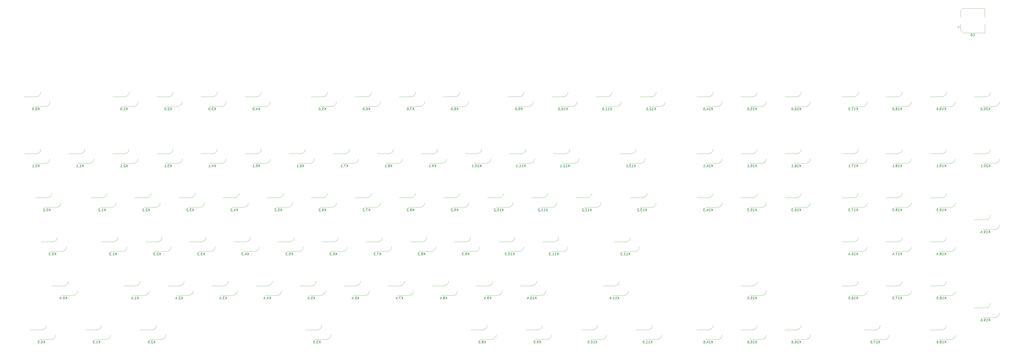
<source format=gbr>
G04 #@! TF.GenerationSoftware,KiCad,Pcbnew,(5.1.10)-1*
G04 #@! TF.CreationDate,2021-10-17T16:09:47+10:00*
G04 #@! TF.ProjectId,RedPyKeeb_mainboard,52656450-794b-4656-9562-5f6d61696e62,rev?*
G04 #@! TF.SameCoordinates,Original*
G04 #@! TF.FileFunction,Legend,Bot*
G04 #@! TF.FilePolarity,Positive*
%FSLAX46Y46*%
G04 Gerber Fmt 4.6, Leading zero omitted, Abs format (unit mm)*
G04 Created by KiCad (PCBNEW (5.1.10)-1) date 2021-10-17 16:09:47*
%MOMM*%
%LPD*%
G01*
G04 APERTURE LIST*
%ADD10C,0.120000*%
%ADD11C,0.150000*%
%ADD12R,1.000000X3.150000*%
%ADD13C,0.800000*%
%ADD14C,1.600000*%
%ADD15R,1.600000X1.600000*%
%ADD16R,2.550000X2.500000*%
%ADD17C,1.750000*%
%ADD18C,4.000000*%
%ADD19C,3.000000*%
G04 APERTURE END LIST*
D10*
X105700000Y-62462500D02*
X100600000Y-62462500D01*
X101800000Y-58262500D02*
X96700000Y-58262500D01*
X103800000Y-56262500D02*
G75*
G02*
X101800000Y-58262500I-2000000J0D01*
G01*
X107700000Y-60462500D02*
G75*
G02*
X105700000Y-62462500I-2000000J0D01*
G01*
X86650000Y-62462500D02*
X81550000Y-62462500D01*
X82750000Y-58262500D02*
X77650000Y-58262500D01*
X84750000Y-56262500D02*
G75*
G02*
X82750000Y-58262500I-2000000J0D01*
G01*
X88650000Y-60462500D02*
G75*
G02*
X86650000Y-62462500I-2000000J0D01*
G01*
X124750000Y-62462500D02*
X119650000Y-62462500D01*
X120850000Y-58262500D02*
X115750000Y-58262500D01*
X122850000Y-56262500D02*
G75*
G02*
X120850000Y-58262500I-2000000J0D01*
G01*
X126750000Y-60462500D02*
G75*
G02*
X124750000Y-62462500I-2000000J0D01*
G01*
X63700000Y-58262500D02*
X58600000Y-58262500D01*
X67600000Y-62462500D02*
X62500000Y-62462500D01*
X69600000Y-60462500D02*
G75*
G02*
X67600000Y-62462500I-2000000J0D01*
G01*
X65700000Y-56262500D02*
G75*
G02*
X63700000Y-58262500I-2000000J0D01*
G01*
X435548700Y-20101900D02*
X435548700Y-23851900D01*
X435548700Y-30621900D02*
X435548700Y-26871900D01*
X426093137Y-30621900D02*
X435548700Y-30621900D01*
X426093137Y-20101900D02*
X435548700Y-20101900D01*
X425028700Y-21166337D02*
X425028700Y-23851900D01*
X425028700Y-29557463D02*
X425028700Y-26871900D01*
X425028700Y-29557463D02*
X426093137Y-30621900D01*
X425028700Y-21166337D02*
X426093137Y-20101900D01*
X423538700Y-28121900D02*
X424788700Y-28121900D01*
X424163700Y-28746900D02*
X424163700Y-27496900D01*
X435968750Y-149543750D02*
X430868750Y-149543750D01*
X439868750Y-153743750D02*
X434768750Y-153743750D01*
X437968750Y-147543750D02*
G75*
G02*
X435968750Y-149543750I-2000000J0D01*
G01*
X441868750Y-151743750D02*
G75*
G02*
X439868750Y-153743750I-2000000J0D01*
G01*
X416918750Y-159068750D02*
X411818750Y-159068750D01*
X420818750Y-163268750D02*
X415718750Y-163268750D01*
X418918750Y-157068750D02*
G75*
G02*
X416918750Y-159068750I-2000000J0D01*
G01*
X422818750Y-161268750D02*
G75*
G02*
X420818750Y-163268750I-2000000J0D01*
G01*
X416918750Y-140018750D02*
X411818750Y-140018750D01*
X420818750Y-144218750D02*
X415718750Y-144218750D01*
X418918750Y-138018750D02*
G75*
G02*
X416918750Y-140018750I-2000000J0D01*
G01*
X422818750Y-142218750D02*
G75*
G02*
X420818750Y-144218750I-2000000J0D01*
G01*
X397868750Y-140018750D02*
X392768750Y-140018750D01*
X401768750Y-144218750D02*
X396668750Y-144218750D01*
X399868750Y-138018750D02*
G75*
G02*
X397868750Y-140018750I-2000000J0D01*
G01*
X403768750Y-142218750D02*
G75*
G02*
X401768750Y-144218750I-2000000J0D01*
G01*
X416918750Y-120968750D02*
X411818750Y-120968750D01*
X420818750Y-125168750D02*
X415718750Y-125168750D01*
X418918750Y-118968750D02*
G75*
G02*
X416918750Y-120968750I-2000000J0D01*
G01*
X422818750Y-123168750D02*
G75*
G02*
X420818750Y-125168750I-2000000J0D01*
G01*
X397868750Y-120968750D02*
X392768750Y-120968750D01*
X401768750Y-125168750D02*
X396668750Y-125168750D01*
X399868750Y-118968750D02*
G75*
G02*
X397868750Y-120968750I-2000000J0D01*
G01*
X403768750Y-123168750D02*
G75*
G02*
X401768750Y-125168750I-2000000J0D01*
G01*
X388343750Y-159068750D02*
X383243750Y-159068750D01*
X392243750Y-163268750D02*
X387143750Y-163268750D01*
X390343750Y-157068750D02*
G75*
G02*
X388343750Y-159068750I-2000000J0D01*
G01*
X394243750Y-161268750D02*
G75*
G02*
X392243750Y-163268750I-2000000J0D01*
G01*
X378818750Y-140018750D02*
X373718750Y-140018750D01*
X382718750Y-144218750D02*
X377618750Y-144218750D01*
X380818750Y-138018750D02*
G75*
G02*
X378818750Y-140018750I-2000000J0D01*
G01*
X384718750Y-142218750D02*
G75*
G02*
X382718750Y-144218750I-2000000J0D01*
G01*
X378818750Y-120968750D02*
X373718750Y-120968750D01*
X382718750Y-125168750D02*
X377618750Y-125168750D01*
X380818750Y-118968750D02*
G75*
G02*
X378818750Y-120968750I-2000000J0D01*
G01*
X384718750Y-123168750D02*
G75*
G02*
X382718750Y-125168750I-2000000J0D01*
G01*
X435968750Y-111443750D02*
X430868750Y-111443750D01*
X439868750Y-115643750D02*
X434768750Y-115643750D01*
X437968750Y-109443750D02*
G75*
G02*
X435968750Y-111443750I-2000000J0D01*
G01*
X441868750Y-113643750D02*
G75*
G02*
X439868750Y-115643750I-2000000J0D01*
G01*
X416918750Y-101918750D02*
X411818750Y-101918750D01*
X420818750Y-106118750D02*
X415718750Y-106118750D01*
X418918750Y-99918750D02*
G75*
G02*
X416918750Y-101918750I-2000000J0D01*
G01*
X422818750Y-104118750D02*
G75*
G02*
X420818750Y-106118750I-2000000J0D01*
G01*
X397868750Y-101918750D02*
X392768750Y-101918750D01*
X401768750Y-106118750D02*
X396668750Y-106118750D01*
X399868750Y-99918750D02*
G75*
G02*
X397868750Y-101918750I-2000000J0D01*
G01*
X403768750Y-104118750D02*
G75*
G02*
X401768750Y-106118750I-2000000J0D01*
G01*
X378818750Y-101918750D02*
X373718750Y-101918750D01*
X382718750Y-106118750D02*
X377618750Y-106118750D01*
X380818750Y-99918750D02*
G75*
G02*
X378818750Y-101918750I-2000000J0D01*
G01*
X384718750Y-104118750D02*
G75*
G02*
X382718750Y-106118750I-2000000J0D01*
G01*
X435968750Y-82868750D02*
X430868750Y-82868750D01*
X439868750Y-87068750D02*
X434768750Y-87068750D01*
X437968750Y-80868750D02*
G75*
G02*
X435968750Y-82868750I-2000000J0D01*
G01*
X441868750Y-85068750D02*
G75*
G02*
X439868750Y-87068750I-2000000J0D01*
G01*
X416918750Y-82868750D02*
X411818750Y-82868750D01*
X420818750Y-87068750D02*
X415718750Y-87068750D01*
X418918750Y-80868750D02*
G75*
G02*
X416918750Y-82868750I-2000000J0D01*
G01*
X422818750Y-85068750D02*
G75*
G02*
X420818750Y-87068750I-2000000J0D01*
G01*
X397868750Y-82868750D02*
X392768750Y-82868750D01*
X401768750Y-87068750D02*
X396668750Y-87068750D01*
X403768750Y-85068750D02*
G75*
G02*
X401768750Y-87068750I-2000000J0D01*
G01*
X399868750Y-80868750D02*
G75*
G02*
X397868750Y-82868750I-2000000J0D01*
G01*
X378818750Y-82868750D02*
X373718750Y-82868750D01*
X382718750Y-87068750D02*
X377618750Y-87068750D01*
X380818750Y-80868750D02*
G75*
G02*
X378818750Y-82868750I-2000000J0D01*
G01*
X384718750Y-85068750D02*
G75*
G02*
X382718750Y-87068750I-2000000J0D01*
G01*
X435968750Y-58262500D02*
X430868750Y-58262500D01*
X439868750Y-62462500D02*
X434768750Y-62462500D01*
X437968750Y-56262500D02*
G75*
G02*
X435968750Y-58262500I-2000000J0D01*
G01*
X441868750Y-60462500D02*
G75*
G02*
X439868750Y-62462500I-2000000J0D01*
G01*
X416918750Y-58262500D02*
X411818750Y-58262500D01*
X420818750Y-62462500D02*
X415718750Y-62462500D01*
X418918750Y-56262500D02*
G75*
G02*
X416918750Y-58262500I-2000000J0D01*
G01*
X422818750Y-60462500D02*
G75*
G02*
X420818750Y-62462500I-2000000J0D01*
G01*
X397868750Y-58262500D02*
X392768750Y-58262500D01*
X401768750Y-62462500D02*
X396668750Y-62462500D01*
X403768750Y-60462500D02*
G75*
G02*
X401768750Y-62462500I-2000000J0D01*
G01*
X399868750Y-56262500D02*
G75*
G02*
X397868750Y-58262500I-2000000J0D01*
G01*
X378818750Y-58262500D02*
X373718750Y-58262500D01*
X382718750Y-62462500D02*
X377618750Y-62462500D01*
X384718750Y-60462500D02*
G75*
G02*
X382718750Y-62462500I-2000000J0D01*
G01*
X380818750Y-56262500D02*
G75*
G02*
X378818750Y-58262500I-2000000J0D01*
G01*
X316112500Y-58262500D02*
X311012500Y-58262500D01*
X320012500Y-62462500D02*
X314912500Y-62462500D01*
X322012500Y-60462500D02*
G75*
G02*
X320012500Y-62462500I-2000000J0D01*
G01*
X318112500Y-56262500D02*
G75*
G02*
X316112500Y-58262500I-2000000J0D01*
G01*
X335162500Y-82868750D02*
X330062500Y-82868750D01*
X339062500Y-87068750D02*
X333962500Y-87068750D01*
X337162500Y-80868750D02*
G75*
G02*
X335162500Y-82868750I-2000000J0D01*
G01*
X341062500Y-85068750D02*
G75*
G02*
X339062500Y-87068750I-2000000J0D01*
G01*
X316112500Y-82868750D02*
X311012500Y-82868750D01*
X320012500Y-87068750D02*
X314912500Y-87068750D01*
X322012500Y-85068750D02*
G75*
G02*
X320012500Y-87068750I-2000000J0D01*
G01*
X318112500Y-80868750D02*
G75*
G02*
X316112500Y-82868750I-2000000J0D01*
G01*
X354212500Y-58262500D02*
X349112500Y-58262500D01*
X358112500Y-62462500D02*
X353012500Y-62462500D01*
X360112500Y-60462500D02*
G75*
G02*
X358112500Y-62462500I-2000000J0D01*
G01*
X356212500Y-56262500D02*
G75*
G02*
X354212500Y-58262500I-2000000J0D01*
G01*
X335162500Y-58262500D02*
X330062500Y-58262500D01*
X339062500Y-62462500D02*
X333962500Y-62462500D01*
X341062500Y-60462500D02*
G75*
G02*
X339062500Y-62462500I-2000000J0D01*
G01*
X337162500Y-56262500D02*
G75*
G02*
X335162500Y-58262500I-2000000J0D01*
G01*
X354212500Y-159068750D02*
X349112500Y-159068750D01*
X358112500Y-163268750D02*
X353012500Y-163268750D01*
X360112500Y-161268750D02*
G75*
G02*
X358112500Y-163268750I-2000000J0D01*
G01*
X356212500Y-157068750D02*
G75*
G02*
X354212500Y-159068750I-2000000J0D01*
G01*
X335162500Y-140018750D02*
X330062500Y-140018750D01*
X339062500Y-144218750D02*
X333962500Y-144218750D01*
X341062500Y-142218750D02*
G75*
G02*
X339062500Y-144218750I-2000000J0D01*
G01*
X337162500Y-138018750D02*
G75*
G02*
X335162500Y-140018750I-2000000J0D01*
G01*
X335162500Y-159068750D02*
X330062500Y-159068750D01*
X339062500Y-163268750D02*
X333962500Y-163268750D01*
X337162500Y-157068750D02*
G75*
G02*
X335162500Y-159068750I-2000000J0D01*
G01*
X341062500Y-161268750D02*
G75*
G02*
X339062500Y-163268750I-2000000J0D01*
G01*
X316112500Y-101918750D02*
X311012500Y-101918750D01*
X320012500Y-106118750D02*
X314912500Y-106118750D01*
X318112500Y-99918750D02*
G75*
G02*
X316112500Y-101918750I-2000000J0D01*
G01*
X322012500Y-104118750D02*
G75*
G02*
X320012500Y-106118750I-2000000J0D01*
G01*
X316112500Y-159068750D02*
X311012500Y-159068750D01*
X320012500Y-163268750D02*
X314912500Y-163268750D01*
X322012500Y-161268750D02*
G75*
G02*
X320012500Y-163268750I-2000000J0D01*
G01*
X318112500Y-157068750D02*
G75*
G02*
X316112500Y-159068750I-2000000J0D01*
G01*
X335162500Y-101918750D02*
X330062500Y-101918750D01*
X339062500Y-106118750D02*
X333962500Y-106118750D01*
X341062500Y-104118750D02*
G75*
G02*
X339062500Y-106118750I-2000000J0D01*
G01*
X337162500Y-99918750D02*
G75*
G02*
X335162500Y-101918750I-2000000J0D01*
G01*
X354212500Y-82868750D02*
X349112500Y-82868750D01*
X358112500Y-87068750D02*
X353012500Y-87068750D01*
X360112500Y-85068750D02*
G75*
G02*
X358112500Y-87068750I-2000000J0D01*
G01*
X356212500Y-80868750D02*
G75*
G02*
X354212500Y-82868750I-2000000J0D01*
G01*
X354212500Y-101918750D02*
X349112500Y-101918750D01*
X358112500Y-106118750D02*
X353012500Y-106118750D01*
X356212500Y-99918750D02*
G75*
G02*
X354212500Y-101918750I-2000000J0D01*
G01*
X360112500Y-104118750D02*
G75*
G02*
X358112500Y-106118750I-2000000J0D01*
G01*
X289918750Y-159068750D02*
X284818750Y-159068750D01*
X293818750Y-163268750D02*
X288718750Y-163268750D01*
X291918750Y-157068750D02*
G75*
G02*
X289918750Y-159068750I-2000000J0D01*
G01*
X295818750Y-161268750D02*
G75*
G02*
X293818750Y-163268750I-2000000J0D01*
G01*
X266106250Y-159068750D02*
X261006250Y-159068750D01*
X270006250Y-163268750D02*
X264906250Y-163268750D01*
X268106250Y-157068750D02*
G75*
G02*
X266106250Y-159068750I-2000000J0D01*
G01*
X272006250Y-161268750D02*
G75*
G02*
X270006250Y-163268750I-2000000J0D01*
G01*
X242293750Y-159068750D02*
X237193750Y-159068750D01*
X246193750Y-163268750D02*
X241093750Y-163268750D01*
X244293750Y-157068750D02*
G75*
G02*
X242293750Y-159068750I-2000000J0D01*
G01*
X248193750Y-161268750D02*
G75*
G02*
X246193750Y-163268750I-2000000J0D01*
G01*
X218481250Y-159068750D02*
X213381250Y-159068750D01*
X222381250Y-163268750D02*
X217281250Y-163268750D01*
X220481250Y-157068750D02*
G75*
G02*
X218481250Y-159068750I-2000000J0D01*
G01*
X224381250Y-161268750D02*
G75*
G02*
X222381250Y-163268750I-2000000J0D01*
G01*
X147043750Y-159068750D02*
X141943750Y-159068750D01*
X150943750Y-163268750D02*
X145843750Y-163268750D01*
X149043750Y-157068750D02*
G75*
G02*
X147043750Y-159068750I-2000000J0D01*
G01*
X152943750Y-161268750D02*
G75*
G02*
X150943750Y-163268750I-2000000J0D01*
G01*
X75606250Y-159068750D02*
X70506250Y-159068750D01*
X79506250Y-163268750D02*
X74406250Y-163268750D01*
X77606250Y-157068750D02*
G75*
G02*
X75606250Y-159068750I-2000000J0D01*
G01*
X81506250Y-161268750D02*
G75*
G02*
X79506250Y-163268750I-2000000J0D01*
G01*
X51793750Y-159068750D02*
X46693750Y-159068750D01*
X55693750Y-163268750D02*
X50593750Y-163268750D01*
X53793750Y-157068750D02*
G75*
G02*
X51793750Y-159068750I-2000000J0D01*
G01*
X57693750Y-161268750D02*
G75*
G02*
X55693750Y-163268750I-2000000J0D01*
G01*
X275631250Y-140018750D02*
X270531250Y-140018750D01*
X279531250Y-144218750D02*
X274431250Y-144218750D01*
X277631250Y-138018750D02*
G75*
G02*
X275631250Y-140018750I-2000000J0D01*
G01*
X281531250Y-142218750D02*
G75*
G02*
X279531250Y-144218750I-2000000J0D01*
G01*
X239912500Y-140018750D02*
X234812500Y-140018750D01*
X243812500Y-144218750D02*
X238712500Y-144218750D01*
X241912500Y-138018750D02*
G75*
G02*
X239912500Y-140018750I-2000000J0D01*
G01*
X245812500Y-142218750D02*
G75*
G02*
X243812500Y-144218750I-2000000J0D01*
G01*
X220862500Y-140018750D02*
X215762500Y-140018750D01*
X224762500Y-144218750D02*
X219662500Y-144218750D01*
X222862500Y-138018750D02*
G75*
G02*
X220862500Y-140018750I-2000000J0D01*
G01*
X226762500Y-142218750D02*
G75*
G02*
X224762500Y-144218750I-2000000J0D01*
G01*
X201812500Y-140018750D02*
X196712500Y-140018750D01*
X205712500Y-144218750D02*
X200612500Y-144218750D01*
X203812500Y-138018750D02*
G75*
G02*
X201812500Y-140018750I-2000000J0D01*
G01*
X207712500Y-142218750D02*
G75*
G02*
X205712500Y-144218750I-2000000J0D01*
G01*
X182762500Y-140018750D02*
X177662500Y-140018750D01*
X186662500Y-144218750D02*
X181562500Y-144218750D01*
X184762500Y-138018750D02*
G75*
G02*
X182762500Y-140018750I-2000000J0D01*
G01*
X188662500Y-142218750D02*
G75*
G02*
X186662500Y-144218750I-2000000J0D01*
G01*
X163712500Y-140018750D02*
X158612500Y-140018750D01*
X167612500Y-144218750D02*
X162512500Y-144218750D01*
X165712500Y-138018750D02*
G75*
G02*
X163712500Y-140018750I-2000000J0D01*
G01*
X169612500Y-142218750D02*
G75*
G02*
X167612500Y-144218750I-2000000J0D01*
G01*
X144662500Y-140018750D02*
X139562500Y-140018750D01*
X148562500Y-144218750D02*
X143462500Y-144218750D01*
X146662500Y-138018750D02*
G75*
G02*
X144662500Y-140018750I-2000000J0D01*
G01*
X150562500Y-142218750D02*
G75*
G02*
X148562500Y-144218750I-2000000J0D01*
G01*
X125612500Y-140018750D02*
X120512500Y-140018750D01*
X129512500Y-144218750D02*
X124412500Y-144218750D01*
X127612500Y-138018750D02*
G75*
G02*
X125612500Y-140018750I-2000000J0D01*
G01*
X131512500Y-142218750D02*
G75*
G02*
X129512500Y-144218750I-2000000J0D01*
G01*
X106562500Y-140018750D02*
X101462500Y-140018750D01*
X110462500Y-144218750D02*
X105362500Y-144218750D01*
X108562500Y-138018750D02*
G75*
G02*
X106562500Y-140018750I-2000000J0D01*
G01*
X112462500Y-142218750D02*
G75*
G02*
X110462500Y-144218750I-2000000J0D01*
G01*
X87512500Y-140018750D02*
X82412500Y-140018750D01*
X91412500Y-144218750D02*
X86312500Y-144218750D01*
X89512500Y-138018750D02*
G75*
G02*
X87512500Y-140018750I-2000000J0D01*
G01*
X93412500Y-142218750D02*
G75*
G02*
X91412500Y-144218750I-2000000J0D01*
G01*
X68462500Y-140018750D02*
X63362500Y-140018750D01*
X72362500Y-144218750D02*
X67262500Y-144218750D01*
X70462500Y-138018750D02*
G75*
G02*
X68462500Y-140018750I-2000000J0D01*
G01*
X74362500Y-142218750D02*
G75*
G02*
X72362500Y-144218750I-2000000J0D01*
G01*
X280393750Y-120968750D02*
X275293750Y-120968750D01*
X284293750Y-125168750D02*
X279193750Y-125168750D01*
X282393750Y-118968750D02*
G75*
G02*
X280393750Y-120968750I-2000000J0D01*
G01*
X286293750Y-123168750D02*
G75*
G02*
X284293750Y-125168750I-2000000J0D01*
G01*
X249437500Y-120968750D02*
X244337500Y-120968750D01*
X253337500Y-125168750D02*
X248237500Y-125168750D01*
X251437500Y-118968750D02*
G75*
G02*
X249437500Y-120968750I-2000000J0D01*
G01*
X255337500Y-123168750D02*
G75*
G02*
X253337500Y-125168750I-2000000J0D01*
G01*
X230387500Y-120968750D02*
X225287500Y-120968750D01*
X234287500Y-125168750D02*
X229187500Y-125168750D01*
X232387500Y-118968750D02*
G75*
G02*
X230387500Y-120968750I-2000000J0D01*
G01*
X236287500Y-123168750D02*
G75*
G02*
X234287500Y-125168750I-2000000J0D01*
G01*
X211337500Y-120968750D02*
X206237500Y-120968750D01*
X215237500Y-125168750D02*
X210137500Y-125168750D01*
X213337500Y-118968750D02*
G75*
G02*
X211337500Y-120968750I-2000000J0D01*
G01*
X217237500Y-123168750D02*
G75*
G02*
X215237500Y-125168750I-2000000J0D01*
G01*
X192287500Y-120968750D02*
X187187500Y-120968750D01*
X196187500Y-125168750D02*
X191087500Y-125168750D01*
X194287500Y-118968750D02*
G75*
G02*
X192287500Y-120968750I-2000000J0D01*
G01*
X198187500Y-123168750D02*
G75*
G02*
X196187500Y-125168750I-2000000J0D01*
G01*
X173237500Y-120968750D02*
X168137500Y-120968750D01*
X177137500Y-125168750D02*
X172037500Y-125168750D01*
X175237500Y-118968750D02*
G75*
G02*
X173237500Y-120968750I-2000000J0D01*
G01*
X179137500Y-123168750D02*
G75*
G02*
X177137500Y-125168750I-2000000J0D01*
G01*
X154187500Y-120968750D02*
X149087500Y-120968750D01*
X158087500Y-125168750D02*
X152987500Y-125168750D01*
X156187500Y-118968750D02*
G75*
G02*
X154187500Y-120968750I-2000000J0D01*
G01*
X160087500Y-123168750D02*
G75*
G02*
X158087500Y-125168750I-2000000J0D01*
G01*
X135137500Y-120968750D02*
X130037500Y-120968750D01*
X139037500Y-125168750D02*
X133937500Y-125168750D01*
X137137500Y-118968750D02*
G75*
G02*
X135137500Y-120968750I-2000000J0D01*
G01*
X141037500Y-123168750D02*
G75*
G02*
X139037500Y-125168750I-2000000J0D01*
G01*
X116087500Y-120968750D02*
X110987500Y-120968750D01*
X119987500Y-125168750D02*
X114887500Y-125168750D01*
X118087500Y-118968750D02*
G75*
G02*
X116087500Y-120968750I-2000000J0D01*
G01*
X121987500Y-123168750D02*
G75*
G02*
X119987500Y-125168750I-2000000J0D01*
G01*
X97037500Y-120968750D02*
X91937500Y-120968750D01*
X100937500Y-125168750D02*
X95837500Y-125168750D01*
X99037500Y-118968750D02*
G75*
G02*
X97037500Y-120968750I-2000000J0D01*
G01*
X102937500Y-123168750D02*
G75*
G02*
X100937500Y-125168750I-2000000J0D01*
G01*
X77987500Y-120968750D02*
X72887500Y-120968750D01*
X81887500Y-125168750D02*
X76787500Y-125168750D01*
X79987500Y-118968750D02*
G75*
G02*
X77987500Y-120968750I-2000000J0D01*
G01*
X83887500Y-123168750D02*
G75*
G02*
X81887500Y-125168750I-2000000J0D01*
G01*
X58937500Y-120968750D02*
X53837500Y-120968750D01*
X62837500Y-125168750D02*
X57737500Y-125168750D01*
X60937500Y-118968750D02*
G75*
G02*
X58937500Y-120968750I-2000000J0D01*
G01*
X64837500Y-123168750D02*
G75*
G02*
X62837500Y-125168750I-2000000J0D01*
G01*
X287537500Y-101918750D02*
X282437500Y-101918750D01*
X291437500Y-106118750D02*
X286337500Y-106118750D01*
X289537500Y-99918750D02*
G75*
G02*
X287537500Y-101918750I-2000000J0D01*
G01*
X293437500Y-104118750D02*
G75*
G02*
X291437500Y-106118750I-2000000J0D01*
G01*
X263725000Y-101918750D02*
X258625000Y-101918750D01*
X267625000Y-106118750D02*
X262525000Y-106118750D01*
X265725000Y-99918750D02*
G75*
G02*
X263725000Y-101918750I-2000000J0D01*
G01*
X269625000Y-104118750D02*
G75*
G02*
X267625000Y-106118750I-2000000J0D01*
G01*
X244675000Y-101918750D02*
X239575000Y-101918750D01*
X248575000Y-106118750D02*
X243475000Y-106118750D01*
X246675000Y-99918750D02*
G75*
G02*
X244675000Y-101918750I-2000000J0D01*
G01*
X250575000Y-104118750D02*
G75*
G02*
X248575000Y-106118750I-2000000J0D01*
G01*
X225625000Y-101918750D02*
X220525000Y-101918750D01*
X229525000Y-106118750D02*
X224425000Y-106118750D01*
X227625000Y-99918750D02*
G75*
G02*
X225625000Y-101918750I-2000000J0D01*
G01*
X231525000Y-104118750D02*
G75*
G02*
X229525000Y-106118750I-2000000J0D01*
G01*
X206575000Y-101918750D02*
X201475000Y-101918750D01*
X210475000Y-106118750D02*
X205375000Y-106118750D01*
X208575000Y-99918750D02*
G75*
G02*
X206575000Y-101918750I-2000000J0D01*
G01*
X212475000Y-104118750D02*
G75*
G02*
X210475000Y-106118750I-2000000J0D01*
G01*
X187525000Y-101918750D02*
X182425000Y-101918750D01*
X191425000Y-106118750D02*
X186325000Y-106118750D01*
X189525000Y-99918750D02*
G75*
G02*
X187525000Y-101918750I-2000000J0D01*
G01*
X193425000Y-104118750D02*
G75*
G02*
X191425000Y-106118750I-2000000J0D01*
G01*
X168475000Y-101918750D02*
X163375000Y-101918750D01*
X172375000Y-106118750D02*
X167275000Y-106118750D01*
X170475000Y-99918750D02*
G75*
G02*
X168475000Y-101918750I-2000000J0D01*
G01*
X174375000Y-104118750D02*
G75*
G02*
X172375000Y-106118750I-2000000J0D01*
G01*
X149425000Y-101918750D02*
X144325000Y-101918750D01*
X153325000Y-106118750D02*
X148225000Y-106118750D01*
X151425000Y-99918750D02*
G75*
G02*
X149425000Y-101918750I-2000000J0D01*
G01*
X155325000Y-104118750D02*
G75*
G02*
X153325000Y-106118750I-2000000J0D01*
G01*
X130375000Y-101918750D02*
X125275000Y-101918750D01*
X134275000Y-106118750D02*
X129175000Y-106118750D01*
X132375000Y-99918750D02*
G75*
G02*
X130375000Y-101918750I-2000000J0D01*
G01*
X136275000Y-104118750D02*
G75*
G02*
X134275000Y-106118750I-2000000J0D01*
G01*
X111325000Y-101918750D02*
X106225000Y-101918750D01*
X115225000Y-106118750D02*
X110125000Y-106118750D01*
X113325000Y-99918750D02*
G75*
G02*
X111325000Y-101918750I-2000000J0D01*
G01*
X117225000Y-104118750D02*
G75*
G02*
X115225000Y-106118750I-2000000J0D01*
G01*
X92275000Y-101918750D02*
X87175000Y-101918750D01*
X96175000Y-106118750D02*
X91075000Y-106118750D01*
X94275000Y-99918750D02*
G75*
G02*
X92275000Y-101918750I-2000000J0D01*
G01*
X98175000Y-104118750D02*
G75*
G02*
X96175000Y-106118750I-2000000J0D01*
G01*
X73225000Y-101918750D02*
X68125000Y-101918750D01*
X77125000Y-106118750D02*
X72025000Y-106118750D01*
X75225000Y-99918750D02*
G75*
G02*
X73225000Y-101918750I-2000000J0D01*
G01*
X79125000Y-104118750D02*
G75*
G02*
X77125000Y-106118750I-2000000J0D01*
G01*
X54175000Y-101918750D02*
X49075000Y-101918750D01*
X58075000Y-106118750D02*
X52975000Y-106118750D01*
X56175000Y-99918750D02*
G75*
G02*
X54175000Y-101918750I-2000000J0D01*
G01*
X60075000Y-104118750D02*
G75*
G02*
X58075000Y-106118750I-2000000J0D01*
G01*
X27981250Y-159068750D02*
X22881250Y-159068750D01*
X31881250Y-163268750D02*
X26781250Y-163268750D01*
X29981250Y-157068750D02*
G75*
G02*
X27981250Y-159068750I-2000000J0D01*
G01*
X33881250Y-161268750D02*
G75*
G02*
X31881250Y-163268750I-2000000J0D01*
G01*
X37506250Y-140018750D02*
X32406250Y-140018750D01*
X41406250Y-144218750D02*
X36306250Y-144218750D01*
X39506250Y-138018750D02*
G75*
G02*
X37506250Y-140018750I-2000000J0D01*
G01*
X43406250Y-142218750D02*
G75*
G02*
X41406250Y-144218750I-2000000J0D01*
G01*
X32743750Y-120968750D02*
X27643750Y-120968750D01*
X36643750Y-125168750D02*
X31543750Y-125168750D01*
X34743750Y-118968750D02*
G75*
G02*
X32743750Y-120968750I-2000000J0D01*
G01*
X38643750Y-123168750D02*
G75*
G02*
X36643750Y-125168750I-2000000J0D01*
G01*
X295406250Y-62462500D02*
X290306250Y-62462500D01*
X291506250Y-58262500D02*
X286406250Y-58262500D01*
X293506250Y-56262500D02*
G75*
G02*
X291506250Y-58262500I-2000000J0D01*
G01*
X297406250Y-60462500D02*
G75*
G02*
X295406250Y-62462500I-2000000J0D01*
G01*
X276356250Y-62462500D02*
X271256250Y-62462500D01*
X272456250Y-58262500D02*
X267356250Y-58262500D01*
X274456250Y-56262500D02*
G75*
G02*
X272456250Y-58262500I-2000000J0D01*
G01*
X278356250Y-60462500D02*
G75*
G02*
X276356250Y-62462500I-2000000J0D01*
G01*
X238256250Y-62462500D02*
X233156250Y-62462500D01*
X234356250Y-58262500D02*
X229256250Y-58262500D01*
X236356250Y-56262500D02*
G75*
G02*
X234356250Y-58262500I-2000000J0D01*
G01*
X240256250Y-60462500D02*
G75*
G02*
X238256250Y-62462500I-2000000J0D01*
G01*
X257306250Y-62462500D02*
X252206250Y-62462500D01*
X253406250Y-58262500D02*
X248306250Y-58262500D01*
X255406250Y-56262500D02*
G75*
G02*
X253406250Y-58262500I-2000000J0D01*
G01*
X259306250Y-60462500D02*
G75*
G02*
X257306250Y-62462500I-2000000J0D01*
G01*
X210475000Y-62462500D02*
X205375000Y-62462500D01*
X206575000Y-58262500D02*
X201475000Y-58262500D01*
X212475000Y-60462500D02*
G75*
G02*
X210475000Y-62462500I-2000000J0D01*
G01*
X208575000Y-56262500D02*
G75*
G02*
X206575000Y-58262500I-2000000J0D01*
G01*
X187525000Y-58262500D02*
X182425000Y-58262500D01*
X191425000Y-62462500D02*
X186325000Y-62462500D01*
X189525000Y-56262500D02*
G75*
G02*
X187525000Y-58262500I-2000000J0D01*
G01*
X193425000Y-60462500D02*
G75*
G02*
X191425000Y-62462500I-2000000J0D01*
G01*
X168475000Y-58262500D02*
X163375000Y-58262500D01*
X172375000Y-62462500D02*
X167275000Y-62462500D01*
X170475000Y-56262500D02*
G75*
G02*
X168475000Y-58262500I-2000000J0D01*
G01*
X174375000Y-60462500D02*
G75*
G02*
X172375000Y-62462500I-2000000J0D01*
G01*
X153325000Y-62462500D02*
X148225000Y-62462500D01*
X149425000Y-58262500D02*
X144325000Y-58262500D01*
X155325000Y-60462500D02*
G75*
G02*
X153325000Y-62462500I-2000000J0D01*
G01*
X151425000Y-56262500D02*
G75*
G02*
X149425000Y-58262500I-2000000J0D01*
G01*
X254200000Y-82868750D02*
X249100000Y-82868750D01*
X258100000Y-87068750D02*
X253000000Y-87068750D01*
X256200000Y-80868750D02*
G75*
G02*
X254200000Y-82868750I-2000000J0D01*
G01*
X260100000Y-85068750D02*
G75*
G02*
X258100000Y-87068750I-2000000J0D01*
G01*
X235150000Y-82868750D02*
X230050000Y-82868750D01*
X239050000Y-87068750D02*
X233950000Y-87068750D01*
X237150000Y-80868750D02*
G75*
G02*
X235150000Y-82868750I-2000000J0D01*
G01*
X241050000Y-85068750D02*
G75*
G02*
X239050000Y-87068750I-2000000J0D01*
G01*
X216100000Y-82868750D02*
X211000000Y-82868750D01*
X220000000Y-87068750D02*
X214900000Y-87068750D01*
X218100000Y-80868750D02*
G75*
G02*
X216100000Y-82868750I-2000000J0D01*
G01*
X222000000Y-85068750D02*
G75*
G02*
X220000000Y-87068750I-2000000J0D01*
G01*
X30362500Y-101918750D02*
X25262500Y-101918750D01*
X34262500Y-106118750D02*
X29162500Y-106118750D01*
X32362500Y-99918750D02*
G75*
G02*
X30362500Y-101918750I-2000000J0D01*
G01*
X36262500Y-104118750D02*
G75*
G02*
X34262500Y-106118750I-2000000J0D01*
G01*
X282775000Y-82868750D02*
X277675000Y-82868750D01*
X286675000Y-87068750D02*
X281575000Y-87068750D01*
X284775000Y-80868750D02*
G75*
G02*
X282775000Y-82868750I-2000000J0D01*
G01*
X288675000Y-85068750D02*
G75*
G02*
X286675000Y-87068750I-2000000J0D01*
G01*
X120850000Y-82868750D02*
X115750000Y-82868750D01*
X124750000Y-87068750D02*
X119650000Y-87068750D01*
X122850000Y-80868750D02*
G75*
G02*
X120850000Y-82868750I-2000000J0D01*
G01*
X126750000Y-85068750D02*
G75*
G02*
X124750000Y-87068750I-2000000J0D01*
G01*
X101800000Y-82868750D02*
X96700000Y-82868750D01*
X105700000Y-87068750D02*
X100600000Y-87068750D01*
X103800000Y-80868750D02*
G75*
G02*
X101800000Y-82868750I-2000000J0D01*
G01*
X107700000Y-85068750D02*
G75*
G02*
X105700000Y-87068750I-2000000J0D01*
G01*
X178000000Y-82868750D02*
X172900000Y-82868750D01*
X181900000Y-87068750D02*
X176800000Y-87068750D01*
X180000000Y-80868750D02*
G75*
G02*
X178000000Y-82868750I-2000000J0D01*
G01*
X183900000Y-85068750D02*
G75*
G02*
X181900000Y-87068750I-2000000J0D01*
G01*
X158950000Y-82868750D02*
X153850000Y-82868750D01*
X162850000Y-87068750D02*
X157750000Y-87068750D01*
X160950000Y-80868750D02*
G75*
G02*
X158950000Y-82868750I-2000000J0D01*
G01*
X164850000Y-85068750D02*
G75*
G02*
X162850000Y-87068750I-2000000J0D01*
G01*
X86650000Y-87068750D02*
X81550000Y-87068750D01*
X82750000Y-82868750D02*
X77650000Y-82868750D01*
X88650000Y-85068750D02*
G75*
G02*
X86650000Y-87068750I-2000000J0D01*
G01*
X84750000Y-80868750D02*
G75*
G02*
X82750000Y-82868750I-2000000J0D01*
G01*
X197050000Y-82868750D02*
X191950000Y-82868750D01*
X200950000Y-87068750D02*
X195850000Y-87068750D01*
X199050000Y-80868750D02*
G75*
G02*
X197050000Y-82868750I-2000000J0D01*
G01*
X202950000Y-85068750D02*
G75*
G02*
X200950000Y-87068750I-2000000J0D01*
G01*
X139900000Y-82868750D02*
X134800000Y-82868750D01*
X143800000Y-87068750D02*
X138700000Y-87068750D01*
X141900000Y-80868750D02*
G75*
G02*
X139900000Y-82868750I-2000000J0D01*
G01*
X145800000Y-85068750D02*
G75*
G02*
X143800000Y-87068750I-2000000J0D01*
G01*
X44650000Y-82868750D02*
X39550000Y-82868750D01*
X48550000Y-87068750D02*
X43450000Y-87068750D01*
X46650000Y-80868750D02*
G75*
G02*
X44650000Y-82868750I-2000000J0D01*
G01*
X50550000Y-85068750D02*
G75*
G02*
X48550000Y-87068750I-2000000J0D01*
G01*
X63700000Y-82868750D02*
X58600000Y-82868750D01*
X67600000Y-87068750D02*
X62500000Y-87068750D01*
X65700000Y-80868750D02*
G75*
G02*
X63700000Y-82868750I-2000000J0D01*
G01*
X69600000Y-85068750D02*
G75*
G02*
X67600000Y-87068750I-2000000J0D01*
G01*
X25600000Y-82868750D02*
X20500000Y-82868750D01*
X29500000Y-87068750D02*
X24400000Y-87068750D01*
X27600000Y-80868750D02*
G75*
G02*
X25600000Y-82868750I-2000000J0D01*
G01*
X31500000Y-85068750D02*
G75*
G02*
X29500000Y-87068750I-2000000J0D01*
G01*
X29500000Y-62462500D02*
X24400000Y-62462500D01*
X25600000Y-58262500D02*
X20500000Y-58262500D01*
X31500000Y-60462500D02*
G75*
G02*
X29500000Y-62462500I-2000000J0D01*
G01*
X27600000Y-56262500D02*
G75*
G02*
X25600000Y-58262500I-2000000J0D01*
G01*
D11*
X103052380Y-64014880D02*
X103052380Y-63014880D01*
X102480952Y-64014880D02*
X102909523Y-63443452D01*
X102480952Y-63014880D02*
X103052380Y-63586309D01*
X102147619Y-63014880D02*
X101528571Y-63014880D01*
X101861904Y-63395833D01*
X101719047Y-63395833D01*
X101623809Y-63443452D01*
X101576190Y-63491071D01*
X101528571Y-63586309D01*
X101528571Y-63824404D01*
X101576190Y-63919642D01*
X101623809Y-63967261D01*
X101719047Y-64014880D01*
X102004761Y-64014880D01*
X102100000Y-63967261D01*
X102147619Y-63919642D01*
X101052380Y-63967261D02*
X101052380Y-64014880D01*
X101100000Y-64110119D01*
X101147619Y-64157738D01*
X100433333Y-63014880D02*
X100338095Y-63014880D01*
X100242857Y-63062500D01*
X100195238Y-63110119D01*
X100147619Y-63205357D01*
X100100000Y-63395833D01*
X100100000Y-63633928D01*
X100147619Y-63824404D01*
X100195238Y-63919642D01*
X100242857Y-63967261D01*
X100338095Y-64014880D01*
X100433333Y-64014880D01*
X100528571Y-63967261D01*
X100576190Y-63919642D01*
X100623809Y-63824404D01*
X100671428Y-63633928D01*
X100671428Y-63395833D01*
X100623809Y-63205357D01*
X100576190Y-63110119D01*
X100528571Y-63062500D01*
X100433333Y-63014880D01*
X84002380Y-64014880D02*
X84002380Y-63014880D01*
X83430952Y-64014880D02*
X83859523Y-63443452D01*
X83430952Y-63014880D02*
X84002380Y-63586309D01*
X83050000Y-63110119D02*
X83002380Y-63062500D01*
X82907142Y-63014880D01*
X82669047Y-63014880D01*
X82573809Y-63062500D01*
X82526190Y-63110119D01*
X82478571Y-63205357D01*
X82478571Y-63300595D01*
X82526190Y-63443452D01*
X83097619Y-64014880D01*
X82478571Y-64014880D01*
X82002380Y-63967261D02*
X82002380Y-64014880D01*
X82050000Y-64110119D01*
X82097619Y-64157738D01*
X81383333Y-63014880D02*
X81288095Y-63014880D01*
X81192857Y-63062500D01*
X81145238Y-63110119D01*
X81097619Y-63205357D01*
X81050000Y-63395833D01*
X81050000Y-63633928D01*
X81097619Y-63824404D01*
X81145238Y-63919642D01*
X81192857Y-63967261D01*
X81288095Y-64014880D01*
X81383333Y-64014880D01*
X81478571Y-63967261D01*
X81526190Y-63919642D01*
X81573809Y-63824404D01*
X81621428Y-63633928D01*
X81621428Y-63395833D01*
X81573809Y-63205357D01*
X81526190Y-63110119D01*
X81478571Y-63062500D01*
X81383333Y-63014880D01*
X122102380Y-64014880D02*
X122102380Y-63014880D01*
X121530952Y-64014880D02*
X121959523Y-63443452D01*
X121530952Y-63014880D02*
X122102380Y-63586309D01*
X120673809Y-63348214D02*
X120673809Y-64014880D01*
X120911904Y-62967261D02*
X121150000Y-63681547D01*
X120530952Y-63681547D01*
X120102380Y-63967261D02*
X120102380Y-64014880D01*
X120150000Y-64110119D01*
X120197619Y-64157738D01*
X119483333Y-63014880D02*
X119388095Y-63014880D01*
X119292857Y-63062500D01*
X119245238Y-63110119D01*
X119197619Y-63205357D01*
X119150000Y-63395833D01*
X119150000Y-63633928D01*
X119197619Y-63824404D01*
X119245238Y-63919642D01*
X119292857Y-63967261D01*
X119388095Y-64014880D01*
X119483333Y-64014880D01*
X119578571Y-63967261D01*
X119626190Y-63919642D01*
X119673809Y-63824404D01*
X119721428Y-63633928D01*
X119721428Y-63395833D01*
X119673809Y-63205357D01*
X119626190Y-63110119D01*
X119578571Y-63062500D01*
X119483333Y-63014880D01*
X64952380Y-64014880D02*
X64952380Y-63014880D01*
X64380952Y-64014880D02*
X64809523Y-63443452D01*
X64380952Y-63014880D02*
X64952380Y-63586309D01*
X63428571Y-64014880D02*
X64000000Y-64014880D01*
X63714285Y-64014880D02*
X63714285Y-63014880D01*
X63809523Y-63157738D01*
X63904761Y-63252976D01*
X64000000Y-63300595D01*
X62952380Y-63967261D02*
X62952380Y-64014880D01*
X62999999Y-64110119D01*
X63047619Y-64157738D01*
X62333333Y-63014880D02*
X62238095Y-63014880D01*
X62142857Y-63062500D01*
X62095238Y-63110119D01*
X62047619Y-63205357D01*
X61999999Y-63395833D01*
X61999999Y-63633928D01*
X62047619Y-63824404D01*
X62095238Y-63919642D01*
X62142857Y-63967261D01*
X62238095Y-64014880D01*
X62333333Y-64014880D01*
X62428571Y-63967261D01*
X62476190Y-63919642D01*
X62523809Y-63824404D01*
X62571428Y-63633928D01*
X62571428Y-63395833D01*
X62523809Y-63205357D01*
X62476190Y-63110119D01*
X62428571Y-63062500D01*
X62333333Y-63014880D01*
X430455366Y-31919042D02*
X430502985Y-31966661D01*
X430645842Y-32014280D01*
X430741080Y-32014280D01*
X430883938Y-31966661D01*
X430979176Y-31871423D01*
X431026795Y-31776185D01*
X431074414Y-31585709D01*
X431074414Y-31442852D01*
X431026795Y-31252376D01*
X430979176Y-31157138D01*
X430883938Y-31061900D01*
X430741080Y-31014280D01*
X430645842Y-31014280D01*
X430502985Y-31061900D01*
X430455366Y-31109519D01*
X429598223Y-31014280D02*
X429788700Y-31014280D01*
X429883938Y-31061900D01*
X429931557Y-31109519D01*
X430026795Y-31252376D01*
X430074414Y-31442852D01*
X430074414Y-31823804D01*
X430026795Y-31919042D01*
X429979176Y-31966661D01*
X429883938Y-32014280D01*
X429693461Y-32014280D01*
X429598223Y-31966661D01*
X429550604Y-31919042D01*
X429502985Y-31823804D01*
X429502985Y-31585709D01*
X429550604Y-31490471D01*
X429598223Y-31442852D01*
X429693461Y-31395233D01*
X429883938Y-31395233D01*
X429979176Y-31442852D01*
X430026795Y-31490471D01*
X430074414Y-31585709D01*
X437697321Y-155296130D02*
X437697321Y-154296130D01*
X437125892Y-155296130D02*
X437554464Y-154724702D01*
X437125892Y-154296130D02*
X437697321Y-154867559D01*
X436173511Y-155296130D02*
X436744940Y-155296130D01*
X436459226Y-155296130D02*
X436459226Y-154296130D01*
X436554464Y-154438988D01*
X436649702Y-154534226D01*
X436744940Y-154581845D01*
X435697321Y-155296130D02*
X435506845Y-155296130D01*
X435411607Y-155248511D01*
X435363988Y-155200892D01*
X435268750Y-155058035D01*
X435221130Y-154867559D01*
X435221130Y-154486607D01*
X435268750Y-154391369D01*
X435316369Y-154343750D01*
X435411607Y-154296130D01*
X435602083Y-154296130D01*
X435697321Y-154343750D01*
X435744940Y-154391369D01*
X435792559Y-154486607D01*
X435792559Y-154724702D01*
X435744940Y-154819940D01*
X435697321Y-154867559D01*
X435602083Y-154915178D01*
X435411607Y-154915178D01*
X435316369Y-154867559D01*
X435268750Y-154819940D01*
X435221130Y-154724702D01*
X434744940Y-155248511D02*
X434744940Y-155296130D01*
X434792559Y-155391369D01*
X434840178Y-155438988D01*
X433887797Y-154296130D02*
X434078273Y-154296130D01*
X434173511Y-154343750D01*
X434221130Y-154391369D01*
X434316369Y-154534226D01*
X434363988Y-154724702D01*
X434363988Y-155105654D01*
X434316369Y-155200892D01*
X434268750Y-155248511D01*
X434173511Y-155296130D01*
X433983035Y-155296130D01*
X433887797Y-155248511D01*
X433840178Y-155200892D01*
X433792559Y-155105654D01*
X433792559Y-154867559D01*
X433840178Y-154772321D01*
X433887797Y-154724702D01*
X433983035Y-154677083D01*
X434173511Y-154677083D01*
X434268750Y-154724702D01*
X434316369Y-154772321D01*
X434363988Y-154867559D01*
X418647321Y-164821130D02*
X418647321Y-163821130D01*
X418075892Y-164821130D02*
X418504464Y-164249702D01*
X418075892Y-163821130D02*
X418647321Y-164392559D01*
X417123511Y-164821130D02*
X417694940Y-164821130D01*
X417409226Y-164821130D02*
X417409226Y-163821130D01*
X417504464Y-163963988D01*
X417599702Y-164059226D01*
X417694940Y-164106845D01*
X416552083Y-164249702D02*
X416647321Y-164202083D01*
X416694940Y-164154464D01*
X416742559Y-164059226D01*
X416742559Y-164011607D01*
X416694940Y-163916369D01*
X416647321Y-163868750D01*
X416552083Y-163821130D01*
X416361607Y-163821130D01*
X416266369Y-163868750D01*
X416218750Y-163916369D01*
X416171130Y-164011607D01*
X416171130Y-164059226D01*
X416218750Y-164154464D01*
X416266369Y-164202083D01*
X416361607Y-164249702D01*
X416552083Y-164249702D01*
X416647321Y-164297321D01*
X416694940Y-164344940D01*
X416742559Y-164440178D01*
X416742559Y-164630654D01*
X416694940Y-164725892D01*
X416647321Y-164773511D01*
X416552083Y-164821130D01*
X416361607Y-164821130D01*
X416266369Y-164773511D01*
X416218750Y-164725892D01*
X416171130Y-164630654D01*
X416171130Y-164440178D01*
X416218750Y-164344940D01*
X416266369Y-164297321D01*
X416361607Y-164249702D01*
X415694940Y-164773511D02*
X415694940Y-164821130D01*
X415742559Y-164916369D01*
X415790178Y-164963988D01*
X414837797Y-163821130D02*
X415028273Y-163821130D01*
X415123511Y-163868750D01*
X415171130Y-163916369D01*
X415266369Y-164059226D01*
X415313988Y-164249702D01*
X415313988Y-164630654D01*
X415266369Y-164725892D01*
X415218750Y-164773511D01*
X415123511Y-164821130D01*
X414933035Y-164821130D01*
X414837797Y-164773511D01*
X414790178Y-164725892D01*
X414742559Y-164630654D01*
X414742559Y-164392559D01*
X414790178Y-164297321D01*
X414837797Y-164249702D01*
X414933035Y-164202083D01*
X415123511Y-164202083D01*
X415218750Y-164249702D01*
X415266369Y-164297321D01*
X415313988Y-164392559D01*
X418647321Y-145771130D02*
X418647321Y-144771130D01*
X418075892Y-145771130D02*
X418504464Y-145199702D01*
X418075892Y-144771130D02*
X418647321Y-145342559D01*
X417123511Y-145771130D02*
X417694940Y-145771130D01*
X417409226Y-145771130D02*
X417409226Y-144771130D01*
X417504464Y-144913988D01*
X417599702Y-145009226D01*
X417694940Y-145056845D01*
X416552083Y-145199702D02*
X416647321Y-145152083D01*
X416694940Y-145104464D01*
X416742559Y-145009226D01*
X416742559Y-144961607D01*
X416694940Y-144866369D01*
X416647321Y-144818750D01*
X416552083Y-144771130D01*
X416361607Y-144771130D01*
X416266369Y-144818750D01*
X416218750Y-144866369D01*
X416171130Y-144961607D01*
X416171130Y-145009226D01*
X416218750Y-145104464D01*
X416266369Y-145152083D01*
X416361607Y-145199702D01*
X416552083Y-145199702D01*
X416647321Y-145247321D01*
X416694940Y-145294940D01*
X416742559Y-145390178D01*
X416742559Y-145580654D01*
X416694940Y-145675892D01*
X416647321Y-145723511D01*
X416552083Y-145771130D01*
X416361607Y-145771130D01*
X416266369Y-145723511D01*
X416218750Y-145675892D01*
X416171130Y-145580654D01*
X416171130Y-145390178D01*
X416218750Y-145294940D01*
X416266369Y-145247321D01*
X416361607Y-145199702D01*
X415694940Y-145723511D02*
X415694940Y-145771130D01*
X415742559Y-145866369D01*
X415790178Y-145913988D01*
X414790178Y-144771130D02*
X415266369Y-144771130D01*
X415313988Y-145247321D01*
X415266369Y-145199702D01*
X415171130Y-145152083D01*
X414933035Y-145152083D01*
X414837797Y-145199702D01*
X414790178Y-145247321D01*
X414742559Y-145342559D01*
X414742559Y-145580654D01*
X414790178Y-145675892D01*
X414837797Y-145723511D01*
X414933035Y-145771130D01*
X415171130Y-145771130D01*
X415266369Y-145723511D01*
X415313988Y-145675892D01*
X399597321Y-145771130D02*
X399597321Y-144771130D01*
X399025892Y-145771130D02*
X399454464Y-145199702D01*
X399025892Y-144771130D02*
X399597321Y-145342559D01*
X398073511Y-145771130D02*
X398644940Y-145771130D01*
X398359226Y-145771130D02*
X398359226Y-144771130D01*
X398454464Y-144913988D01*
X398549702Y-145009226D01*
X398644940Y-145056845D01*
X397740178Y-144771130D02*
X397073511Y-144771130D01*
X397502083Y-145771130D01*
X396644940Y-145723511D02*
X396644940Y-145771130D01*
X396692559Y-145866369D01*
X396740178Y-145913988D01*
X395740178Y-144771130D02*
X396216369Y-144771130D01*
X396263988Y-145247321D01*
X396216369Y-145199702D01*
X396121130Y-145152083D01*
X395883035Y-145152083D01*
X395787797Y-145199702D01*
X395740178Y-145247321D01*
X395692559Y-145342559D01*
X395692559Y-145580654D01*
X395740178Y-145675892D01*
X395787797Y-145723511D01*
X395883035Y-145771130D01*
X396121130Y-145771130D01*
X396216369Y-145723511D01*
X396263988Y-145675892D01*
X418647321Y-126721130D02*
X418647321Y-125721130D01*
X418075892Y-126721130D02*
X418504464Y-126149702D01*
X418075892Y-125721130D02*
X418647321Y-126292559D01*
X417123511Y-126721130D02*
X417694940Y-126721130D01*
X417409226Y-126721130D02*
X417409226Y-125721130D01*
X417504464Y-125863988D01*
X417599702Y-125959226D01*
X417694940Y-126006845D01*
X416552083Y-126149702D02*
X416647321Y-126102083D01*
X416694940Y-126054464D01*
X416742559Y-125959226D01*
X416742559Y-125911607D01*
X416694940Y-125816369D01*
X416647321Y-125768750D01*
X416552083Y-125721130D01*
X416361607Y-125721130D01*
X416266369Y-125768750D01*
X416218750Y-125816369D01*
X416171130Y-125911607D01*
X416171130Y-125959226D01*
X416218750Y-126054464D01*
X416266369Y-126102083D01*
X416361607Y-126149702D01*
X416552083Y-126149702D01*
X416647321Y-126197321D01*
X416694940Y-126244940D01*
X416742559Y-126340178D01*
X416742559Y-126530654D01*
X416694940Y-126625892D01*
X416647321Y-126673511D01*
X416552083Y-126721130D01*
X416361607Y-126721130D01*
X416266369Y-126673511D01*
X416218750Y-126625892D01*
X416171130Y-126530654D01*
X416171130Y-126340178D01*
X416218750Y-126244940D01*
X416266369Y-126197321D01*
X416361607Y-126149702D01*
X415694940Y-126673511D02*
X415694940Y-126721130D01*
X415742559Y-126816369D01*
X415790178Y-126863988D01*
X414837797Y-126054464D02*
X414837797Y-126721130D01*
X415075892Y-125673511D02*
X415313988Y-126387797D01*
X414694940Y-126387797D01*
X399597321Y-126721130D02*
X399597321Y-125721130D01*
X399025892Y-126721130D02*
X399454464Y-126149702D01*
X399025892Y-125721130D02*
X399597321Y-126292559D01*
X398073511Y-126721130D02*
X398644940Y-126721130D01*
X398359226Y-126721130D02*
X398359226Y-125721130D01*
X398454464Y-125863988D01*
X398549702Y-125959226D01*
X398644940Y-126006845D01*
X397740178Y-125721130D02*
X397073511Y-125721130D01*
X397502083Y-126721130D01*
X396644940Y-126673511D02*
X396644940Y-126721130D01*
X396692559Y-126816369D01*
X396740178Y-126863988D01*
X395787797Y-126054464D02*
X395787797Y-126721130D01*
X396025892Y-125673511D02*
X396263988Y-126387797D01*
X395644940Y-126387797D01*
X390072321Y-164821130D02*
X390072321Y-163821130D01*
X389500892Y-164821130D02*
X389929464Y-164249702D01*
X389500892Y-163821130D02*
X390072321Y-164392559D01*
X388548511Y-164821130D02*
X389119940Y-164821130D01*
X388834226Y-164821130D02*
X388834226Y-163821130D01*
X388929464Y-163963988D01*
X389024702Y-164059226D01*
X389119940Y-164106845D01*
X388215178Y-163821130D02*
X387548511Y-163821130D01*
X387977083Y-164821130D01*
X387119940Y-164773511D02*
X387119940Y-164821130D01*
X387167559Y-164916369D01*
X387215178Y-164963988D01*
X386262797Y-163821130D02*
X386453273Y-163821130D01*
X386548511Y-163868750D01*
X386596130Y-163916369D01*
X386691369Y-164059226D01*
X386738988Y-164249702D01*
X386738988Y-164630654D01*
X386691369Y-164725892D01*
X386643750Y-164773511D01*
X386548511Y-164821130D01*
X386358035Y-164821130D01*
X386262797Y-164773511D01*
X386215178Y-164725892D01*
X386167559Y-164630654D01*
X386167559Y-164392559D01*
X386215178Y-164297321D01*
X386262797Y-164249702D01*
X386358035Y-164202083D01*
X386548511Y-164202083D01*
X386643750Y-164249702D01*
X386691369Y-164297321D01*
X386738988Y-164392559D01*
X380547321Y-145771130D02*
X380547321Y-144771130D01*
X379975892Y-145771130D02*
X380404464Y-145199702D01*
X379975892Y-144771130D02*
X380547321Y-145342559D01*
X379023511Y-145771130D02*
X379594940Y-145771130D01*
X379309226Y-145771130D02*
X379309226Y-144771130D01*
X379404464Y-144913988D01*
X379499702Y-145009226D01*
X379594940Y-145056845D01*
X378166369Y-144771130D02*
X378356845Y-144771130D01*
X378452083Y-144818750D01*
X378499702Y-144866369D01*
X378594940Y-145009226D01*
X378642559Y-145199702D01*
X378642559Y-145580654D01*
X378594940Y-145675892D01*
X378547321Y-145723511D01*
X378452083Y-145771130D01*
X378261607Y-145771130D01*
X378166369Y-145723511D01*
X378118750Y-145675892D01*
X378071130Y-145580654D01*
X378071130Y-145342559D01*
X378118750Y-145247321D01*
X378166369Y-145199702D01*
X378261607Y-145152083D01*
X378452083Y-145152083D01*
X378547321Y-145199702D01*
X378594940Y-145247321D01*
X378642559Y-145342559D01*
X377594940Y-145723511D02*
X377594940Y-145771130D01*
X377642559Y-145866369D01*
X377690178Y-145913988D01*
X376690178Y-144771130D02*
X377166369Y-144771130D01*
X377213988Y-145247321D01*
X377166369Y-145199702D01*
X377071130Y-145152083D01*
X376833035Y-145152083D01*
X376737797Y-145199702D01*
X376690178Y-145247321D01*
X376642559Y-145342559D01*
X376642559Y-145580654D01*
X376690178Y-145675892D01*
X376737797Y-145723511D01*
X376833035Y-145771130D01*
X377071130Y-145771130D01*
X377166369Y-145723511D01*
X377213988Y-145675892D01*
X380547321Y-126721130D02*
X380547321Y-125721130D01*
X379975892Y-126721130D02*
X380404464Y-126149702D01*
X379975892Y-125721130D02*
X380547321Y-126292559D01*
X379023511Y-126721130D02*
X379594940Y-126721130D01*
X379309226Y-126721130D02*
X379309226Y-125721130D01*
X379404464Y-125863988D01*
X379499702Y-125959226D01*
X379594940Y-126006845D01*
X378166369Y-125721130D02*
X378356845Y-125721130D01*
X378452083Y-125768750D01*
X378499702Y-125816369D01*
X378594940Y-125959226D01*
X378642559Y-126149702D01*
X378642559Y-126530654D01*
X378594940Y-126625892D01*
X378547321Y-126673511D01*
X378452083Y-126721130D01*
X378261607Y-126721130D01*
X378166369Y-126673511D01*
X378118750Y-126625892D01*
X378071130Y-126530654D01*
X378071130Y-126292559D01*
X378118750Y-126197321D01*
X378166369Y-126149702D01*
X378261607Y-126102083D01*
X378452083Y-126102083D01*
X378547321Y-126149702D01*
X378594940Y-126197321D01*
X378642559Y-126292559D01*
X377594940Y-126673511D02*
X377594940Y-126721130D01*
X377642559Y-126816369D01*
X377690178Y-126863988D01*
X376737797Y-126054464D02*
X376737797Y-126721130D01*
X376975892Y-125673511D02*
X377213988Y-126387797D01*
X376594940Y-126387797D01*
X437697321Y-117196130D02*
X437697321Y-116196130D01*
X437125892Y-117196130D02*
X437554464Y-116624702D01*
X437125892Y-116196130D02*
X437697321Y-116767559D01*
X436173511Y-117196130D02*
X436744940Y-117196130D01*
X436459226Y-117196130D02*
X436459226Y-116196130D01*
X436554464Y-116338988D01*
X436649702Y-116434226D01*
X436744940Y-116481845D01*
X435697321Y-117196130D02*
X435506845Y-117196130D01*
X435411607Y-117148511D01*
X435363988Y-117100892D01*
X435268750Y-116958035D01*
X435221130Y-116767559D01*
X435221130Y-116386607D01*
X435268750Y-116291369D01*
X435316369Y-116243750D01*
X435411607Y-116196130D01*
X435602083Y-116196130D01*
X435697321Y-116243750D01*
X435744940Y-116291369D01*
X435792559Y-116386607D01*
X435792559Y-116624702D01*
X435744940Y-116719940D01*
X435697321Y-116767559D01*
X435602083Y-116815178D01*
X435411607Y-116815178D01*
X435316369Y-116767559D01*
X435268750Y-116719940D01*
X435221130Y-116624702D01*
X434744940Y-117148511D02*
X434744940Y-117196130D01*
X434792559Y-117291369D01*
X434840178Y-117338988D01*
X433887797Y-116529464D02*
X433887797Y-117196130D01*
X434125892Y-116148511D02*
X434363988Y-116862797D01*
X433744940Y-116862797D01*
X418647321Y-107671130D02*
X418647321Y-106671130D01*
X418075892Y-107671130D02*
X418504464Y-107099702D01*
X418075892Y-106671130D02*
X418647321Y-107242559D01*
X417123511Y-107671130D02*
X417694940Y-107671130D01*
X417409226Y-107671130D02*
X417409226Y-106671130D01*
X417504464Y-106813988D01*
X417599702Y-106909226D01*
X417694940Y-106956845D01*
X416647321Y-107671130D02*
X416456845Y-107671130D01*
X416361607Y-107623511D01*
X416313988Y-107575892D01*
X416218750Y-107433035D01*
X416171130Y-107242559D01*
X416171130Y-106861607D01*
X416218750Y-106766369D01*
X416266369Y-106718750D01*
X416361607Y-106671130D01*
X416552083Y-106671130D01*
X416647321Y-106718750D01*
X416694940Y-106766369D01*
X416742559Y-106861607D01*
X416742559Y-107099702D01*
X416694940Y-107194940D01*
X416647321Y-107242559D01*
X416552083Y-107290178D01*
X416361607Y-107290178D01*
X416266369Y-107242559D01*
X416218750Y-107194940D01*
X416171130Y-107099702D01*
X415694940Y-107623511D02*
X415694940Y-107671130D01*
X415742559Y-107766369D01*
X415790178Y-107813988D01*
X415361607Y-106671130D02*
X414742559Y-106671130D01*
X415075892Y-107052083D01*
X414933035Y-107052083D01*
X414837797Y-107099702D01*
X414790178Y-107147321D01*
X414742559Y-107242559D01*
X414742559Y-107480654D01*
X414790178Y-107575892D01*
X414837797Y-107623511D01*
X414933035Y-107671130D01*
X415218750Y-107671130D01*
X415313988Y-107623511D01*
X415361607Y-107575892D01*
X399597321Y-107671130D02*
X399597321Y-106671130D01*
X399025892Y-107671130D02*
X399454464Y-107099702D01*
X399025892Y-106671130D02*
X399597321Y-107242559D01*
X398073511Y-107671130D02*
X398644940Y-107671130D01*
X398359226Y-107671130D02*
X398359226Y-106671130D01*
X398454464Y-106813988D01*
X398549702Y-106909226D01*
X398644940Y-106956845D01*
X397502083Y-107099702D02*
X397597321Y-107052083D01*
X397644940Y-107004464D01*
X397692559Y-106909226D01*
X397692559Y-106861607D01*
X397644940Y-106766369D01*
X397597321Y-106718750D01*
X397502083Y-106671130D01*
X397311607Y-106671130D01*
X397216369Y-106718750D01*
X397168750Y-106766369D01*
X397121130Y-106861607D01*
X397121130Y-106909226D01*
X397168750Y-107004464D01*
X397216369Y-107052083D01*
X397311607Y-107099702D01*
X397502083Y-107099702D01*
X397597321Y-107147321D01*
X397644940Y-107194940D01*
X397692559Y-107290178D01*
X397692559Y-107480654D01*
X397644940Y-107575892D01*
X397597321Y-107623511D01*
X397502083Y-107671130D01*
X397311607Y-107671130D01*
X397216369Y-107623511D01*
X397168750Y-107575892D01*
X397121130Y-107480654D01*
X397121130Y-107290178D01*
X397168750Y-107194940D01*
X397216369Y-107147321D01*
X397311607Y-107099702D01*
X396644940Y-107623511D02*
X396644940Y-107671130D01*
X396692559Y-107766369D01*
X396740178Y-107813988D01*
X396311607Y-106671130D02*
X395692559Y-106671130D01*
X396025892Y-107052083D01*
X395883035Y-107052083D01*
X395787797Y-107099702D01*
X395740178Y-107147321D01*
X395692559Y-107242559D01*
X395692559Y-107480654D01*
X395740178Y-107575892D01*
X395787797Y-107623511D01*
X395883035Y-107671130D01*
X396168750Y-107671130D01*
X396263988Y-107623511D01*
X396311607Y-107575892D01*
X380547321Y-107671130D02*
X380547321Y-106671130D01*
X379975892Y-107671130D02*
X380404464Y-107099702D01*
X379975892Y-106671130D02*
X380547321Y-107242559D01*
X379023511Y-107671130D02*
X379594940Y-107671130D01*
X379309226Y-107671130D02*
X379309226Y-106671130D01*
X379404464Y-106813988D01*
X379499702Y-106909226D01*
X379594940Y-106956845D01*
X378690178Y-106671130D02*
X378023511Y-106671130D01*
X378452083Y-107671130D01*
X377594940Y-107623511D02*
X377594940Y-107671130D01*
X377642559Y-107766369D01*
X377690178Y-107813988D01*
X377261607Y-106671130D02*
X376642559Y-106671130D01*
X376975892Y-107052083D01*
X376833035Y-107052083D01*
X376737797Y-107099702D01*
X376690178Y-107147321D01*
X376642559Y-107242559D01*
X376642559Y-107480654D01*
X376690178Y-107575892D01*
X376737797Y-107623511D01*
X376833035Y-107671130D01*
X377118750Y-107671130D01*
X377213988Y-107623511D01*
X377261607Y-107575892D01*
X437697321Y-88621130D02*
X437697321Y-87621130D01*
X437125892Y-88621130D02*
X437554464Y-88049702D01*
X437125892Y-87621130D02*
X437697321Y-88192559D01*
X436744940Y-87716369D02*
X436697321Y-87668750D01*
X436602083Y-87621130D01*
X436363988Y-87621130D01*
X436268750Y-87668750D01*
X436221130Y-87716369D01*
X436173511Y-87811607D01*
X436173511Y-87906845D01*
X436221130Y-88049702D01*
X436792559Y-88621130D01*
X436173511Y-88621130D01*
X435554464Y-87621130D02*
X435459226Y-87621130D01*
X435363988Y-87668750D01*
X435316369Y-87716369D01*
X435268750Y-87811607D01*
X435221130Y-88002083D01*
X435221130Y-88240178D01*
X435268750Y-88430654D01*
X435316369Y-88525892D01*
X435363988Y-88573511D01*
X435459226Y-88621130D01*
X435554464Y-88621130D01*
X435649702Y-88573511D01*
X435697321Y-88525892D01*
X435744940Y-88430654D01*
X435792559Y-88240178D01*
X435792559Y-88002083D01*
X435744940Y-87811607D01*
X435697321Y-87716369D01*
X435649702Y-87668750D01*
X435554464Y-87621130D01*
X434744940Y-88573511D02*
X434744940Y-88621130D01*
X434792559Y-88716369D01*
X434840178Y-88763988D01*
X433792559Y-88621130D02*
X434363988Y-88621130D01*
X434078273Y-88621130D02*
X434078273Y-87621130D01*
X434173511Y-87763988D01*
X434268750Y-87859226D01*
X434363988Y-87906845D01*
X418647321Y-88621130D02*
X418647321Y-87621130D01*
X418075892Y-88621130D02*
X418504464Y-88049702D01*
X418075892Y-87621130D02*
X418647321Y-88192559D01*
X417123511Y-88621130D02*
X417694940Y-88621130D01*
X417409226Y-88621130D02*
X417409226Y-87621130D01*
X417504464Y-87763988D01*
X417599702Y-87859226D01*
X417694940Y-87906845D01*
X416647321Y-88621130D02*
X416456845Y-88621130D01*
X416361607Y-88573511D01*
X416313988Y-88525892D01*
X416218750Y-88383035D01*
X416171130Y-88192559D01*
X416171130Y-87811607D01*
X416218750Y-87716369D01*
X416266369Y-87668750D01*
X416361607Y-87621130D01*
X416552083Y-87621130D01*
X416647321Y-87668750D01*
X416694940Y-87716369D01*
X416742559Y-87811607D01*
X416742559Y-88049702D01*
X416694940Y-88144940D01*
X416647321Y-88192559D01*
X416552083Y-88240178D01*
X416361607Y-88240178D01*
X416266369Y-88192559D01*
X416218750Y-88144940D01*
X416171130Y-88049702D01*
X415694940Y-88573511D02*
X415694940Y-88621130D01*
X415742559Y-88716369D01*
X415790178Y-88763988D01*
X414742559Y-88621130D02*
X415313988Y-88621130D01*
X415028273Y-88621130D02*
X415028273Y-87621130D01*
X415123511Y-87763988D01*
X415218750Y-87859226D01*
X415313988Y-87906845D01*
X399597321Y-88621130D02*
X399597321Y-87621130D01*
X399025892Y-88621130D02*
X399454464Y-88049702D01*
X399025892Y-87621130D02*
X399597321Y-88192559D01*
X398073511Y-88621130D02*
X398644940Y-88621130D01*
X398359226Y-88621130D02*
X398359226Y-87621130D01*
X398454464Y-87763988D01*
X398549702Y-87859226D01*
X398644940Y-87906845D01*
X397502083Y-88049702D02*
X397597321Y-88002083D01*
X397644940Y-87954464D01*
X397692559Y-87859226D01*
X397692559Y-87811607D01*
X397644940Y-87716369D01*
X397597321Y-87668750D01*
X397502083Y-87621130D01*
X397311607Y-87621130D01*
X397216369Y-87668750D01*
X397168750Y-87716369D01*
X397121130Y-87811607D01*
X397121130Y-87859226D01*
X397168750Y-87954464D01*
X397216369Y-88002083D01*
X397311607Y-88049702D01*
X397502083Y-88049702D01*
X397597321Y-88097321D01*
X397644940Y-88144940D01*
X397692559Y-88240178D01*
X397692559Y-88430654D01*
X397644940Y-88525892D01*
X397597321Y-88573511D01*
X397502083Y-88621130D01*
X397311607Y-88621130D01*
X397216369Y-88573511D01*
X397168750Y-88525892D01*
X397121130Y-88430654D01*
X397121130Y-88240178D01*
X397168750Y-88144940D01*
X397216369Y-88097321D01*
X397311607Y-88049702D01*
X396644940Y-88573511D02*
X396644940Y-88621130D01*
X396692559Y-88716369D01*
X396740178Y-88763988D01*
X395692559Y-88621130D02*
X396263988Y-88621130D01*
X395978273Y-88621130D02*
X395978273Y-87621130D01*
X396073511Y-87763988D01*
X396168750Y-87859226D01*
X396263988Y-87906845D01*
X380547321Y-88621130D02*
X380547321Y-87621130D01*
X379975892Y-88621130D02*
X380404464Y-88049702D01*
X379975892Y-87621130D02*
X380547321Y-88192559D01*
X379023511Y-88621130D02*
X379594940Y-88621130D01*
X379309226Y-88621130D02*
X379309226Y-87621130D01*
X379404464Y-87763988D01*
X379499702Y-87859226D01*
X379594940Y-87906845D01*
X378690178Y-87621130D02*
X378023511Y-87621130D01*
X378452083Y-88621130D01*
X377594940Y-88573511D02*
X377594940Y-88621130D01*
X377642559Y-88716369D01*
X377690178Y-88763988D01*
X376642559Y-88621130D02*
X377213988Y-88621130D01*
X376928273Y-88621130D02*
X376928273Y-87621130D01*
X377023511Y-87763988D01*
X377118750Y-87859226D01*
X377213988Y-87906845D01*
X437697321Y-64014880D02*
X437697321Y-63014880D01*
X437125892Y-64014880D02*
X437554464Y-63443452D01*
X437125892Y-63014880D02*
X437697321Y-63586309D01*
X436744940Y-63110119D02*
X436697321Y-63062500D01*
X436602083Y-63014880D01*
X436363988Y-63014880D01*
X436268750Y-63062500D01*
X436221130Y-63110119D01*
X436173511Y-63205357D01*
X436173511Y-63300595D01*
X436221130Y-63443452D01*
X436792559Y-64014880D01*
X436173511Y-64014880D01*
X435554464Y-63014880D02*
X435459226Y-63014880D01*
X435363988Y-63062500D01*
X435316369Y-63110119D01*
X435268750Y-63205357D01*
X435221130Y-63395833D01*
X435221130Y-63633928D01*
X435268750Y-63824404D01*
X435316369Y-63919642D01*
X435363988Y-63967261D01*
X435459226Y-64014880D01*
X435554464Y-64014880D01*
X435649702Y-63967261D01*
X435697321Y-63919642D01*
X435744940Y-63824404D01*
X435792559Y-63633928D01*
X435792559Y-63395833D01*
X435744940Y-63205357D01*
X435697321Y-63110119D01*
X435649702Y-63062500D01*
X435554464Y-63014880D01*
X434744940Y-63967261D02*
X434744940Y-64014880D01*
X434792559Y-64110119D01*
X434840178Y-64157738D01*
X434125892Y-63014880D02*
X434030654Y-63014880D01*
X433935416Y-63062500D01*
X433887797Y-63110119D01*
X433840178Y-63205357D01*
X433792559Y-63395833D01*
X433792559Y-63633928D01*
X433840178Y-63824404D01*
X433887797Y-63919642D01*
X433935416Y-63967261D01*
X434030654Y-64014880D01*
X434125892Y-64014880D01*
X434221130Y-63967261D01*
X434268750Y-63919642D01*
X434316369Y-63824404D01*
X434363988Y-63633928D01*
X434363988Y-63395833D01*
X434316369Y-63205357D01*
X434268750Y-63110119D01*
X434221130Y-63062500D01*
X434125892Y-63014880D01*
X418647321Y-64014880D02*
X418647321Y-63014880D01*
X418075892Y-64014880D02*
X418504464Y-63443452D01*
X418075892Y-63014880D02*
X418647321Y-63586309D01*
X417123511Y-64014880D02*
X417694940Y-64014880D01*
X417409226Y-64014880D02*
X417409226Y-63014880D01*
X417504464Y-63157738D01*
X417599702Y-63252976D01*
X417694940Y-63300595D01*
X416647321Y-64014880D02*
X416456845Y-64014880D01*
X416361607Y-63967261D01*
X416313988Y-63919642D01*
X416218750Y-63776785D01*
X416171130Y-63586309D01*
X416171130Y-63205357D01*
X416218750Y-63110119D01*
X416266369Y-63062500D01*
X416361607Y-63014880D01*
X416552083Y-63014880D01*
X416647321Y-63062500D01*
X416694940Y-63110119D01*
X416742559Y-63205357D01*
X416742559Y-63443452D01*
X416694940Y-63538690D01*
X416647321Y-63586309D01*
X416552083Y-63633928D01*
X416361607Y-63633928D01*
X416266369Y-63586309D01*
X416218750Y-63538690D01*
X416171130Y-63443452D01*
X415694940Y-63967261D02*
X415694940Y-64014880D01*
X415742559Y-64110119D01*
X415790178Y-64157738D01*
X415075892Y-63014880D02*
X414980654Y-63014880D01*
X414885416Y-63062500D01*
X414837797Y-63110119D01*
X414790178Y-63205357D01*
X414742559Y-63395833D01*
X414742559Y-63633928D01*
X414790178Y-63824404D01*
X414837797Y-63919642D01*
X414885416Y-63967261D01*
X414980654Y-64014880D01*
X415075892Y-64014880D01*
X415171130Y-63967261D01*
X415218750Y-63919642D01*
X415266369Y-63824404D01*
X415313988Y-63633928D01*
X415313988Y-63395833D01*
X415266369Y-63205357D01*
X415218750Y-63110119D01*
X415171130Y-63062500D01*
X415075892Y-63014880D01*
X399597321Y-64014880D02*
X399597321Y-63014880D01*
X399025892Y-64014880D02*
X399454464Y-63443452D01*
X399025892Y-63014880D02*
X399597321Y-63586309D01*
X398073511Y-64014880D02*
X398644940Y-64014880D01*
X398359226Y-64014880D02*
X398359226Y-63014880D01*
X398454464Y-63157738D01*
X398549702Y-63252976D01*
X398644940Y-63300595D01*
X397502083Y-63443452D02*
X397597321Y-63395833D01*
X397644940Y-63348214D01*
X397692559Y-63252976D01*
X397692559Y-63205357D01*
X397644940Y-63110119D01*
X397597321Y-63062500D01*
X397502083Y-63014880D01*
X397311607Y-63014880D01*
X397216369Y-63062500D01*
X397168750Y-63110119D01*
X397121130Y-63205357D01*
X397121130Y-63252976D01*
X397168750Y-63348214D01*
X397216369Y-63395833D01*
X397311607Y-63443452D01*
X397502083Y-63443452D01*
X397597321Y-63491071D01*
X397644940Y-63538690D01*
X397692559Y-63633928D01*
X397692559Y-63824404D01*
X397644940Y-63919642D01*
X397597321Y-63967261D01*
X397502083Y-64014880D01*
X397311607Y-64014880D01*
X397216369Y-63967261D01*
X397168750Y-63919642D01*
X397121130Y-63824404D01*
X397121130Y-63633928D01*
X397168750Y-63538690D01*
X397216369Y-63491071D01*
X397311607Y-63443452D01*
X396644940Y-63967261D02*
X396644940Y-64014880D01*
X396692559Y-64110119D01*
X396740178Y-64157738D01*
X396025892Y-63014880D02*
X395930654Y-63014880D01*
X395835416Y-63062500D01*
X395787797Y-63110119D01*
X395740178Y-63205357D01*
X395692559Y-63395833D01*
X395692559Y-63633928D01*
X395740178Y-63824404D01*
X395787797Y-63919642D01*
X395835416Y-63967261D01*
X395930654Y-64014880D01*
X396025892Y-64014880D01*
X396121130Y-63967261D01*
X396168750Y-63919642D01*
X396216369Y-63824404D01*
X396263988Y-63633928D01*
X396263988Y-63395833D01*
X396216369Y-63205357D01*
X396168750Y-63110119D01*
X396121130Y-63062500D01*
X396025892Y-63014880D01*
X380547321Y-64014880D02*
X380547321Y-63014880D01*
X379975892Y-64014880D02*
X380404464Y-63443452D01*
X379975892Y-63014880D02*
X380547321Y-63586309D01*
X379023511Y-64014880D02*
X379594940Y-64014880D01*
X379309226Y-64014880D02*
X379309226Y-63014880D01*
X379404464Y-63157738D01*
X379499702Y-63252976D01*
X379594940Y-63300595D01*
X378690178Y-63014880D02*
X378023511Y-63014880D01*
X378452083Y-64014880D01*
X377594940Y-63967261D02*
X377594940Y-64014880D01*
X377642559Y-64110119D01*
X377690178Y-64157738D01*
X376975892Y-63014880D02*
X376880654Y-63014880D01*
X376785416Y-63062500D01*
X376737797Y-63110119D01*
X376690178Y-63205357D01*
X376642559Y-63395833D01*
X376642559Y-63633928D01*
X376690178Y-63824404D01*
X376737797Y-63919642D01*
X376785416Y-63967261D01*
X376880654Y-64014880D01*
X376975892Y-64014880D01*
X377071130Y-63967261D01*
X377118750Y-63919642D01*
X377166369Y-63824404D01*
X377213988Y-63633928D01*
X377213988Y-63395833D01*
X377166369Y-63205357D01*
X377118750Y-63110119D01*
X377071130Y-63062500D01*
X376975892Y-63014880D01*
X317841071Y-64014880D02*
X317841071Y-63014880D01*
X317269642Y-64014880D02*
X317698214Y-63443452D01*
X317269642Y-63014880D02*
X317841071Y-63586309D01*
X316317261Y-64014880D02*
X316888690Y-64014880D01*
X316602976Y-64014880D02*
X316602976Y-63014880D01*
X316698214Y-63157738D01*
X316793452Y-63252976D01*
X316888690Y-63300595D01*
X315460119Y-63348214D02*
X315460119Y-64014880D01*
X315698214Y-62967261D02*
X315936309Y-63681547D01*
X315317261Y-63681547D01*
X314888690Y-63967261D02*
X314888690Y-64014880D01*
X314936309Y-64110119D01*
X314983928Y-64157738D01*
X314269642Y-63014880D02*
X314174404Y-63014880D01*
X314079166Y-63062500D01*
X314031547Y-63110119D01*
X313983928Y-63205357D01*
X313936309Y-63395833D01*
X313936309Y-63633928D01*
X313983928Y-63824404D01*
X314031547Y-63919642D01*
X314079166Y-63967261D01*
X314174404Y-64014880D01*
X314269642Y-64014880D01*
X314364880Y-63967261D01*
X314412500Y-63919642D01*
X314460119Y-63824404D01*
X314507738Y-63633928D01*
X314507738Y-63395833D01*
X314460119Y-63205357D01*
X314412500Y-63110119D01*
X314364880Y-63062500D01*
X314269642Y-63014880D01*
X336891071Y-88621130D02*
X336891071Y-87621130D01*
X336319642Y-88621130D02*
X336748214Y-88049702D01*
X336319642Y-87621130D02*
X336891071Y-88192559D01*
X335367261Y-88621130D02*
X335938690Y-88621130D01*
X335652976Y-88621130D02*
X335652976Y-87621130D01*
X335748214Y-87763988D01*
X335843452Y-87859226D01*
X335938690Y-87906845D01*
X334462500Y-87621130D02*
X334938690Y-87621130D01*
X334986309Y-88097321D01*
X334938690Y-88049702D01*
X334843452Y-88002083D01*
X334605357Y-88002083D01*
X334510119Y-88049702D01*
X334462500Y-88097321D01*
X334414880Y-88192559D01*
X334414880Y-88430654D01*
X334462500Y-88525892D01*
X334510119Y-88573511D01*
X334605357Y-88621130D01*
X334843452Y-88621130D01*
X334938690Y-88573511D01*
X334986309Y-88525892D01*
X333938690Y-88573511D02*
X333938690Y-88621130D01*
X333986309Y-88716369D01*
X334033928Y-88763988D01*
X332986309Y-88621130D02*
X333557738Y-88621130D01*
X333272023Y-88621130D02*
X333272023Y-87621130D01*
X333367261Y-87763988D01*
X333462500Y-87859226D01*
X333557738Y-87906845D01*
X317841071Y-88621130D02*
X317841071Y-87621130D01*
X317269642Y-88621130D02*
X317698214Y-88049702D01*
X317269642Y-87621130D02*
X317841071Y-88192559D01*
X316317261Y-88621130D02*
X316888690Y-88621130D01*
X316602976Y-88621130D02*
X316602976Y-87621130D01*
X316698214Y-87763988D01*
X316793452Y-87859226D01*
X316888690Y-87906845D01*
X315460119Y-87954464D02*
X315460119Y-88621130D01*
X315698214Y-87573511D02*
X315936309Y-88287797D01*
X315317261Y-88287797D01*
X314888690Y-88573511D02*
X314888690Y-88621130D01*
X314936309Y-88716369D01*
X314983928Y-88763988D01*
X313936309Y-88621130D02*
X314507738Y-88621130D01*
X314222023Y-88621130D02*
X314222023Y-87621130D01*
X314317261Y-87763988D01*
X314412500Y-87859226D01*
X314507738Y-87906845D01*
X355941071Y-64014880D02*
X355941071Y-63014880D01*
X355369642Y-64014880D02*
X355798214Y-63443452D01*
X355369642Y-63014880D02*
X355941071Y-63586309D01*
X354417261Y-64014880D02*
X354988690Y-64014880D01*
X354702976Y-64014880D02*
X354702976Y-63014880D01*
X354798214Y-63157738D01*
X354893452Y-63252976D01*
X354988690Y-63300595D01*
X353560119Y-63014880D02*
X353750595Y-63014880D01*
X353845833Y-63062500D01*
X353893452Y-63110119D01*
X353988690Y-63252976D01*
X354036309Y-63443452D01*
X354036309Y-63824404D01*
X353988690Y-63919642D01*
X353941071Y-63967261D01*
X353845833Y-64014880D01*
X353655357Y-64014880D01*
X353560119Y-63967261D01*
X353512500Y-63919642D01*
X353464880Y-63824404D01*
X353464880Y-63586309D01*
X353512500Y-63491071D01*
X353560119Y-63443452D01*
X353655357Y-63395833D01*
X353845833Y-63395833D01*
X353941071Y-63443452D01*
X353988690Y-63491071D01*
X354036309Y-63586309D01*
X352988690Y-63967261D02*
X352988690Y-64014880D01*
X353036309Y-64110119D01*
X353083928Y-64157738D01*
X352369642Y-63014880D02*
X352274404Y-63014880D01*
X352179166Y-63062500D01*
X352131547Y-63110119D01*
X352083928Y-63205357D01*
X352036309Y-63395833D01*
X352036309Y-63633928D01*
X352083928Y-63824404D01*
X352131547Y-63919642D01*
X352179166Y-63967261D01*
X352274404Y-64014880D01*
X352369642Y-64014880D01*
X352464880Y-63967261D01*
X352512500Y-63919642D01*
X352560119Y-63824404D01*
X352607738Y-63633928D01*
X352607738Y-63395833D01*
X352560119Y-63205357D01*
X352512500Y-63110119D01*
X352464880Y-63062500D01*
X352369642Y-63014880D01*
X336891071Y-64014880D02*
X336891071Y-63014880D01*
X336319642Y-64014880D02*
X336748214Y-63443452D01*
X336319642Y-63014880D02*
X336891071Y-63586309D01*
X335367261Y-64014880D02*
X335938690Y-64014880D01*
X335652976Y-64014880D02*
X335652976Y-63014880D01*
X335748214Y-63157738D01*
X335843452Y-63252976D01*
X335938690Y-63300595D01*
X334462500Y-63014880D02*
X334938690Y-63014880D01*
X334986309Y-63491071D01*
X334938690Y-63443452D01*
X334843452Y-63395833D01*
X334605357Y-63395833D01*
X334510119Y-63443452D01*
X334462500Y-63491071D01*
X334414880Y-63586309D01*
X334414880Y-63824404D01*
X334462500Y-63919642D01*
X334510119Y-63967261D01*
X334605357Y-64014880D01*
X334843452Y-64014880D01*
X334938690Y-63967261D01*
X334986309Y-63919642D01*
X333938690Y-63967261D02*
X333938690Y-64014880D01*
X333986309Y-64110119D01*
X334033928Y-64157738D01*
X333319642Y-63014880D02*
X333224404Y-63014880D01*
X333129166Y-63062500D01*
X333081547Y-63110119D01*
X333033928Y-63205357D01*
X332986309Y-63395833D01*
X332986309Y-63633928D01*
X333033928Y-63824404D01*
X333081547Y-63919642D01*
X333129166Y-63967261D01*
X333224404Y-64014880D01*
X333319642Y-64014880D01*
X333414880Y-63967261D01*
X333462500Y-63919642D01*
X333510119Y-63824404D01*
X333557738Y-63633928D01*
X333557738Y-63395833D01*
X333510119Y-63205357D01*
X333462500Y-63110119D01*
X333414880Y-63062500D01*
X333319642Y-63014880D01*
X355941071Y-164821130D02*
X355941071Y-163821130D01*
X355369642Y-164821130D02*
X355798214Y-164249702D01*
X355369642Y-163821130D02*
X355941071Y-164392559D01*
X354417261Y-164821130D02*
X354988690Y-164821130D01*
X354702976Y-164821130D02*
X354702976Y-163821130D01*
X354798214Y-163963988D01*
X354893452Y-164059226D01*
X354988690Y-164106845D01*
X353560119Y-163821130D02*
X353750595Y-163821130D01*
X353845833Y-163868750D01*
X353893452Y-163916369D01*
X353988690Y-164059226D01*
X354036309Y-164249702D01*
X354036309Y-164630654D01*
X353988690Y-164725892D01*
X353941071Y-164773511D01*
X353845833Y-164821130D01*
X353655357Y-164821130D01*
X353560119Y-164773511D01*
X353512500Y-164725892D01*
X353464880Y-164630654D01*
X353464880Y-164392559D01*
X353512500Y-164297321D01*
X353560119Y-164249702D01*
X353655357Y-164202083D01*
X353845833Y-164202083D01*
X353941071Y-164249702D01*
X353988690Y-164297321D01*
X354036309Y-164392559D01*
X352988690Y-164773511D02*
X352988690Y-164821130D01*
X353036309Y-164916369D01*
X353083928Y-164963988D01*
X352131547Y-163821130D02*
X352322023Y-163821130D01*
X352417261Y-163868750D01*
X352464880Y-163916369D01*
X352560119Y-164059226D01*
X352607738Y-164249702D01*
X352607738Y-164630654D01*
X352560119Y-164725892D01*
X352512500Y-164773511D01*
X352417261Y-164821130D01*
X352226785Y-164821130D01*
X352131547Y-164773511D01*
X352083928Y-164725892D01*
X352036309Y-164630654D01*
X352036309Y-164392559D01*
X352083928Y-164297321D01*
X352131547Y-164249702D01*
X352226785Y-164202083D01*
X352417261Y-164202083D01*
X352512500Y-164249702D01*
X352560119Y-164297321D01*
X352607738Y-164392559D01*
X336891071Y-145771130D02*
X336891071Y-144771130D01*
X336319642Y-145771130D02*
X336748214Y-145199702D01*
X336319642Y-144771130D02*
X336891071Y-145342559D01*
X335367261Y-145771130D02*
X335938690Y-145771130D01*
X335652976Y-145771130D02*
X335652976Y-144771130D01*
X335748214Y-144913988D01*
X335843452Y-145009226D01*
X335938690Y-145056845D01*
X334462500Y-144771130D02*
X334938690Y-144771130D01*
X334986309Y-145247321D01*
X334938690Y-145199702D01*
X334843452Y-145152083D01*
X334605357Y-145152083D01*
X334510119Y-145199702D01*
X334462500Y-145247321D01*
X334414880Y-145342559D01*
X334414880Y-145580654D01*
X334462500Y-145675892D01*
X334510119Y-145723511D01*
X334605357Y-145771130D01*
X334843452Y-145771130D01*
X334938690Y-145723511D01*
X334986309Y-145675892D01*
X333938690Y-145723511D02*
X333938690Y-145771130D01*
X333986309Y-145866369D01*
X334033928Y-145913988D01*
X333033928Y-144771130D02*
X333510119Y-144771130D01*
X333557738Y-145247321D01*
X333510119Y-145199702D01*
X333414880Y-145152083D01*
X333176785Y-145152083D01*
X333081547Y-145199702D01*
X333033928Y-145247321D01*
X332986309Y-145342559D01*
X332986309Y-145580654D01*
X333033928Y-145675892D01*
X333081547Y-145723511D01*
X333176785Y-145771130D01*
X333414880Y-145771130D01*
X333510119Y-145723511D01*
X333557738Y-145675892D01*
X336891071Y-164821130D02*
X336891071Y-163821130D01*
X336319642Y-164821130D02*
X336748214Y-164249702D01*
X336319642Y-163821130D02*
X336891071Y-164392559D01*
X335367261Y-164821130D02*
X335938690Y-164821130D01*
X335652976Y-164821130D02*
X335652976Y-163821130D01*
X335748214Y-163963988D01*
X335843452Y-164059226D01*
X335938690Y-164106845D01*
X334462500Y-163821130D02*
X334938690Y-163821130D01*
X334986309Y-164297321D01*
X334938690Y-164249702D01*
X334843452Y-164202083D01*
X334605357Y-164202083D01*
X334510119Y-164249702D01*
X334462500Y-164297321D01*
X334414880Y-164392559D01*
X334414880Y-164630654D01*
X334462500Y-164725892D01*
X334510119Y-164773511D01*
X334605357Y-164821130D01*
X334843452Y-164821130D01*
X334938690Y-164773511D01*
X334986309Y-164725892D01*
X333938690Y-164773511D02*
X333938690Y-164821130D01*
X333986309Y-164916369D01*
X334033928Y-164963988D01*
X333081547Y-163821130D02*
X333272023Y-163821130D01*
X333367261Y-163868750D01*
X333414880Y-163916369D01*
X333510119Y-164059226D01*
X333557738Y-164249702D01*
X333557738Y-164630654D01*
X333510119Y-164725892D01*
X333462500Y-164773511D01*
X333367261Y-164821130D01*
X333176785Y-164821130D01*
X333081547Y-164773511D01*
X333033928Y-164725892D01*
X332986309Y-164630654D01*
X332986309Y-164392559D01*
X333033928Y-164297321D01*
X333081547Y-164249702D01*
X333176785Y-164202083D01*
X333367261Y-164202083D01*
X333462500Y-164249702D01*
X333510119Y-164297321D01*
X333557738Y-164392559D01*
X317841071Y-107671130D02*
X317841071Y-106671130D01*
X317269642Y-107671130D02*
X317698214Y-107099702D01*
X317269642Y-106671130D02*
X317841071Y-107242559D01*
X316317261Y-107671130D02*
X316888690Y-107671130D01*
X316602976Y-107671130D02*
X316602976Y-106671130D01*
X316698214Y-106813988D01*
X316793452Y-106909226D01*
X316888690Y-106956845D01*
X315460119Y-107004464D02*
X315460119Y-107671130D01*
X315698214Y-106623511D02*
X315936309Y-107337797D01*
X315317261Y-107337797D01*
X314888690Y-107623511D02*
X314888690Y-107671130D01*
X314936309Y-107766369D01*
X314983928Y-107813988D01*
X314555357Y-106671130D02*
X313936309Y-106671130D01*
X314269642Y-107052083D01*
X314126785Y-107052083D01*
X314031547Y-107099702D01*
X313983928Y-107147321D01*
X313936309Y-107242559D01*
X313936309Y-107480654D01*
X313983928Y-107575892D01*
X314031547Y-107623511D01*
X314126785Y-107671130D01*
X314412500Y-107671130D01*
X314507738Y-107623511D01*
X314555357Y-107575892D01*
X317841071Y-164821130D02*
X317841071Y-163821130D01*
X317269642Y-164821130D02*
X317698214Y-164249702D01*
X317269642Y-163821130D02*
X317841071Y-164392559D01*
X316317261Y-164821130D02*
X316888690Y-164821130D01*
X316602976Y-164821130D02*
X316602976Y-163821130D01*
X316698214Y-163963988D01*
X316793452Y-164059226D01*
X316888690Y-164106845D01*
X315460119Y-164154464D02*
X315460119Y-164821130D01*
X315698214Y-163773511D02*
X315936309Y-164487797D01*
X315317261Y-164487797D01*
X314888690Y-164773511D02*
X314888690Y-164821130D01*
X314936309Y-164916369D01*
X314983928Y-164963988D01*
X314031547Y-163821130D02*
X314222023Y-163821130D01*
X314317261Y-163868750D01*
X314364880Y-163916369D01*
X314460119Y-164059226D01*
X314507738Y-164249702D01*
X314507738Y-164630654D01*
X314460119Y-164725892D01*
X314412500Y-164773511D01*
X314317261Y-164821130D01*
X314126785Y-164821130D01*
X314031547Y-164773511D01*
X313983928Y-164725892D01*
X313936309Y-164630654D01*
X313936309Y-164392559D01*
X313983928Y-164297321D01*
X314031547Y-164249702D01*
X314126785Y-164202083D01*
X314317261Y-164202083D01*
X314412500Y-164249702D01*
X314460119Y-164297321D01*
X314507738Y-164392559D01*
X336891071Y-107671130D02*
X336891071Y-106671130D01*
X336319642Y-107671130D02*
X336748214Y-107099702D01*
X336319642Y-106671130D02*
X336891071Y-107242559D01*
X335367261Y-107671130D02*
X335938690Y-107671130D01*
X335652976Y-107671130D02*
X335652976Y-106671130D01*
X335748214Y-106813988D01*
X335843452Y-106909226D01*
X335938690Y-106956845D01*
X334462500Y-106671130D02*
X334938690Y-106671130D01*
X334986309Y-107147321D01*
X334938690Y-107099702D01*
X334843452Y-107052083D01*
X334605357Y-107052083D01*
X334510119Y-107099702D01*
X334462500Y-107147321D01*
X334414880Y-107242559D01*
X334414880Y-107480654D01*
X334462500Y-107575892D01*
X334510119Y-107623511D01*
X334605357Y-107671130D01*
X334843452Y-107671130D01*
X334938690Y-107623511D01*
X334986309Y-107575892D01*
X333938690Y-107623511D02*
X333938690Y-107671130D01*
X333986309Y-107766369D01*
X334033928Y-107813988D01*
X333605357Y-106671130D02*
X332986309Y-106671130D01*
X333319642Y-107052083D01*
X333176785Y-107052083D01*
X333081547Y-107099702D01*
X333033928Y-107147321D01*
X332986309Y-107242559D01*
X332986309Y-107480654D01*
X333033928Y-107575892D01*
X333081547Y-107623511D01*
X333176785Y-107671130D01*
X333462500Y-107671130D01*
X333557738Y-107623511D01*
X333605357Y-107575892D01*
X355941071Y-88621130D02*
X355941071Y-87621130D01*
X355369642Y-88621130D02*
X355798214Y-88049702D01*
X355369642Y-87621130D02*
X355941071Y-88192559D01*
X354417261Y-88621130D02*
X354988690Y-88621130D01*
X354702976Y-88621130D02*
X354702976Y-87621130D01*
X354798214Y-87763988D01*
X354893452Y-87859226D01*
X354988690Y-87906845D01*
X353560119Y-87621130D02*
X353750595Y-87621130D01*
X353845833Y-87668750D01*
X353893452Y-87716369D01*
X353988690Y-87859226D01*
X354036309Y-88049702D01*
X354036309Y-88430654D01*
X353988690Y-88525892D01*
X353941071Y-88573511D01*
X353845833Y-88621130D01*
X353655357Y-88621130D01*
X353560119Y-88573511D01*
X353512500Y-88525892D01*
X353464880Y-88430654D01*
X353464880Y-88192559D01*
X353512500Y-88097321D01*
X353560119Y-88049702D01*
X353655357Y-88002083D01*
X353845833Y-88002083D01*
X353941071Y-88049702D01*
X353988690Y-88097321D01*
X354036309Y-88192559D01*
X352988690Y-88573511D02*
X352988690Y-88621130D01*
X353036309Y-88716369D01*
X353083928Y-88763988D01*
X352036309Y-88621130D02*
X352607738Y-88621130D01*
X352322023Y-88621130D02*
X352322023Y-87621130D01*
X352417261Y-87763988D01*
X352512500Y-87859226D01*
X352607738Y-87906845D01*
X355941071Y-107671130D02*
X355941071Y-106671130D01*
X355369642Y-107671130D02*
X355798214Y-107099702D01*
X355369642Y-106671130D02*
X355941071Y-107242559D01*
X354417261Y-107671130D02*
X354988690Y-107671130D01*
X354702976Y-107671130D02*
X354702976Y-106671130D01*
X354798214Y-106813988D01*
X354893452Y-106909226D01*
X354988690Y-106956845D01*
X353560119Y-106671130D02*
X353750595Y-106671130D01*
X353845833Y-106718750D01*
X353893452Y-106766369D01*
X353988690Y-106909226D01*
X354036309Y-107099702D01*
X354036309Y-107480654D01*
X353988690Y-107575892D01*
X353941071Y-107623511D01*
X353845833Y-107671130D01*
X353655357Y-107671130D01*
X353560119Y-107623511D01*
X353512500Y-107575892D01*
X353464880Y-107480654D01*
X353464880Y-107242559D01*
X353512500Y-107147321D01*
X353560119Y-107099702D01*
X353655357Y-107052083D01*
X353845833Y-107052083D01*
X353941071Y-107099702D01*
X353988690Y-107147321D01*
X354036309Y-107242559D01*
X352988690Y-107623511D02*
X352988690Y-107671130D01*
X353036309Y-107766369D01*
X353083928Y-107813988D01*
X352655357Y-106671130D02*
X352036309Y-106671130D01*
X352369642Y-107052083D01*
X352226785Y-107052083D01*
X352131547Y-107099702D01*
X352083928Y-107147321D01*
X352036309Y-107242559D01*
X352036309Y-107480654D01*
X352083928Y-107575892D01*
X352131547Y-107623511D01*
X352226785Y-107671130D01*
X352512500Y-107671130D01*
X352607738Y-107623511D01*
X352655357Y-107575892D01*
X291647321Y-164821130D02*
X291647321Y-163821130D01*
X291075892Y-164821130D02*
X291504464Y-164249702D01*
X291075892Y-163821130D02*
X291647321Y-164392559D01*
X290123511Y-164821130D02*
X290694940Y-164821130D01*
X290409226Y-164821130D02*
X290409226Y-163821130D01*
X290504464Y-163963988D01*
X290599702Y-164059226D01*
X290694940Y-164106845D01*
X289171130Y-164821130D02*
X289742559Y-164821130D01*
X289456845Y-164821130D02*
X289456845Y-163821130D01*
X289552083Y-163963988D01*
X289647321Y-164059226D01*
X289742559Y-164106845D01*
X288694940Y-164773511D02*
X288694940Y-164821130D01*
X288742559Y-164916369D01*
X288790178Y-164963988D01*
X287790178Y-163821130D02*
X288266369Y-163821130D01*
X288313988Y-164297321D01*
X288266369Y-164249702D01*
X288171130Y-164202083D01*
X287933035Y-164202083D01*
X287837797Y-164249702D01*
X287790178Y-164297321D01*
X287742559Y-164392559D01*
X287742559Y-164630654D01*
X287790178Y-164725892D01*
X287837797Y-164773511D01*
X287933035Y-164821130D01*
X288171130Y-164821130D01*
X288266369Y-164773511D01*
X288313988Y-164725892D01*
X267834821Y-164821130D02*
X267834821Y-163821130D01*
X267263392Y-164821130D02*
X267691964Y-164249702D01*
X267263392Y-163821130D02*
X267834821Y-164392559D01*
X266311011Y-164821130D02*
X266882440Y-164821130D01*
X266596726Y-164821130D02*
X266596726Y-163821130D01*
X266691964Y-163963988D01*
X266787202Y-164059226D01*
X266882440Y-164106845D01*
X265691964Y-163821130D02*
X265596726Y-163821130D01*
X265501488Y-163868750D01*
X265453869Y-163916369D01*
X265406250Y-164011607D01*
X265358630Y-164202083D01*
X265358630Y-164440178D01*
X265406250Y-164630654D01*
X265453869Y-164725892D01*
X265501488Y-164773511D01*
X265596726Y-164821130D01*
X265691964Y-164821130D01*
X265787202Y-164773511D01*
X265834821Y-164725892D01*
X265882440Y-164630654D01*
X265930059Y-164440178D01*
X265930059Y-164202083D01*
X265882440Y-164011607D01*
X265834821Y-163916369D01*
X265787202Y-163868750D01*
X265691964Y-163821130D01*
X264882440Y-164773511D02*
X264882440Y-164821130D01*
X264930059Y-164916369D01*
X264977678Y-164963988D01*
X263977678Y-163821130D02*
X264453869Y-163821130D01*
X264501488Y-164297321D01*
X264453869Y-164249702D01*
X264358630Y-164202083D01*
X264120535Y-164202083D01*
X264025297Y-164249702D01*
X263977678Y-164297321D01*
X263930059Y-164392559D01*
X263930059Y-164630654D01*
X263977678Y-164725892D01*
X264025297Y-164773511D01*
X264120535Y-164821130D01*
X264358630Y-164821130D01*
X264453869Y-164773511D01*
X264501488Y-164725892D01*
X243546130Y-164821130D02*
X243546130Y-163821130D01*
X242974702Y-164821130D02*
X243403273Y-164249702D01*
X242974702Y-163821130D02*
X243546130Y-164392559D01*
X242498511Y-164821130D02*
X242308035Y-164821130D01*
X242212797Y-164773511D01*
X242165178Y-164725892D01*
X242069940Y-164583035D01*
X242022321Y-164392559D01*
X242022321Y-164011607D01*
X242069940Y-163916369D01*
X242117559Y-163868750D01*
X242212797Y-163821130D01*
X242403273Y-163821130D01*
X242498511Y-163868750D01*
X242546130Y-163916369D01*
X242593750Y-164011607D01*
X242593750Y-164249702D01*
X242546130Y-164344940D01*
X242498511Y-164392559D01*
X242403273Y-164440178D01*
X242212797Y-164440178D01*
X242117559Y-164392559D01*
X242069940Y-164344940D01*
X242022321Y-164249702D01*
X241546130Y-164773511D02*
X241546130Y-164821130D01*
X241593750Y-164916369D01*
X241641369Y-164963988D01*
X240641369Y-163821130D02*
X241117559Y-163821130D01*
X241165178Y-164297321D01*
X241117559Y-164249702D01*
X241022321Y-164202083D01*
X240784226Y-164202083D01*
X240688988Y-164249702D01*
X240641369Y-164297321D01*
X240593750Y-164392559D01*
X240593750Y-164630654D01*
X240641369Y-164725892D01*
X240688988Y-164773511D01*
X240784226Y-164821130D01*
X241022321Y-164821130D01*
X241117559Y-164773511D01*
X241165178Y-164725892D01*
X219733630Y-164821130D02*
X219733630Y-163821130D01*
X219162202Y-164821130D02*
X219590773Y-164249702D01*
X219162202Y-163821130D02*
X219733630Y-164392559D01*
X218590773Y-164249702D02*
X218686011Y-164202083D01*
X218733630Y-164154464D01*
X218781250Y-164059226D01*
X218781250Y-164011607D01*
X218733630Y-163916369D01*
X218686011Y-163868750D01*
X218590773Y-163821130D01*
X218400297Y-163821130D01*
X218305059Y-163868750D01*
X218257440Y-163916369D01*
X218209821Y-164011607D01*
X218209821Y-164059226D01*
X218257440Y-164154464D01*
X218305059Y-164202083D01*
X218400297Y-164249702D01*
X218590773Y-164249702D01*
X218686011Y-164297321D01*
X218733630Y-164344940D01*
X218781250Y-164440178D01*
X218781250Y-164630654D01*
X218733630Y-164725892D01*
X218686011Y-164773511D01*
X218590773Y-164821130D01*
X218400297Y-164821130D01*
X218305059Y-164773511D01*
X218257440Y-164725892D01*
X218209821Y-164630654D01*
X218209821Y-164440178D01*
X218257440Y-164344940D01*
X218305059Y-164297321D01*
X218400297Y-164249702D01*
X217733630Y-164773511D02*
X217733630Y-164821130D01*
X217781250Y-164916369D01*
X217828869Y-164963988D01*
X216828869Y-163821130D02*
X217305059Y-163821130D01*
X217352678Y-164297321D01*
X217305059Y-164249702D01*
X217209821Y-164202083D01*
X216971726Y-164202083D01*
X216876488Y-164249702D01*
X216828869Y-164297321D01*
X216781250Y-164392559D01*
X216781250Y-164630654D01*
X216828869Y-164725892D01*
X216876488Y-164773511D01*
X216971726Y-164821130D01*
X217209821Y-164821130D01*
X217305059Y-164773511D01*
X217352678Y-164725892D01*
X148296130Y-164821130D02*
X148296130Y-163821130D01*
X147724702Y-164821130D02*
X148153273Y-164249702D01*
X147724702Y-163821130D02*
X148296130Y-164392559D01*
X147391369Y-163821130D02*
X146772321Y-163821130D01*
X147105654Y-164202083D01*
X146962797Y-164202083D01*
X146867559Y-164249702D01*
X146819940Y-164297321D01*
X146772321Y-164392559D01*
X146772321Y-164630654D01*
X146819940Y-164725892D01*
X146867559Y-164773511D01*
X146962797Y-164821130D01*
X147248511Y-164821130D01*
X147343750Y-164773511D01*
X147391369Y-164725892D01*
X146296130Y-164773511D02*
X146296130Y-164821130D01*
X146343750Y-164916369D01*
X146391369Y-164963988D01*
X145391369Y-163821130D02*
X145867559Y-163821130D01*
X145915178Y-164297321D01*
X145867559Y-164249702D01*
X145772321Y-164202083D01*
X145534226Y-164202083D01*
X145438988Y-164249702D01*
X145391369Y-164297321D01*
X145343750Y-164392559D01*
X145343750Y-164630654D01*
X145391369Y-164725892D01*
X145438988Y-164773511D01*
X145534226Y-164821130D01*
X145772321Y-164821130D01*
X145867559Y-164773511D01*
X145915178Y-164725892D01*
X76858630Y-164821130D02*
X76858630Y-163821130D01*
X76287202Y-164821130D02*
X76715773Y-164249702D01*
X76287202Y-163821130D02*
X76858630Y-164392559D01*
X75906250Y-163916369D02*
X75858630Y-163868750D01*
X75763392Y-163821130D01*
X75525297Y-163821130D01*
X75430059Y-163868750D01*
X75382440Y-163916369D01*
X75334821Y-164011607D01*
X75334821Y-164106845D01*
X75382440Y-164249702D01*
X75953869Y-164821130D01*
X75334821Y-164821130D01*
X74858630Y-164773511D02*
X74858630Y-164821130D01*
X74906250Y-164916369D01*
X74953869Y-164963988D01*
X73953869Y-163821130D02*
X74430059Y-163821130D01*
X74477678Y-164297321D01*
X74430059Y-164249702D01*
X74334821Y-164202083D01*
X74096726Y-164202083D01*
X74001488Y-164249702D01*
X73953869Y-164297321D01*
X73906250Y-164392559D01*
X73906250Y-164630654D01*
X73953869Y-164725892D01*
X74001488Y-164773511D01*
X74096726Y-164821130D01*
X74334821Y-164821130D01*
X74430059Y-164773511D01*
X74477678Y-164725892D01*
X53046130Y-164821130D02*
X53046130Y-163821130D01*
X52474702Y-164821130D02*
X52903273Y-164249702D01*
X52474702Y-163821130D02*
X53046130Y-164392559D01*
X51522321Y-164821130D02*
X52093750Y-164821130D01*
X51808035Y-164821130D02*
X51808035Y-163821130D01*
X51903273Y-163963988D01*
X51998511Y-164059226D01*
X52093750Y-164106845D01*
X51046130Y-164773511D02*
X51046130Y-164821130D01*
X51093749Y-164916369D01*
X51141369Y-164963988D01*
X50141369Y-163821130D02*
X50617559Y-163821130D01*
X50665178Y-164297321D01*
X50617559Y-164249702D01*
X50522321Y-164202083D01*
X50284226Y-164202083D01*
X50188988Y-164249702D01*
X50141369Y-164297321D01*
X50093749Y-164392559D01*
X50093749Y-164630654D01*
X50141369Y-164725892D01*
X50188988Y-164773511D01*
X50284226Y-164821130D01*
X50522321Y-164821130D01*
X50617559Y-164773511D01*
X50665178Y-164725892D01*
X277359821Y-145771130D02*
X277359821Y-144771130D01*
X276788392Y-145771130D02*
X277216964Y-145199702D01*
X276788392Y-144771130D02*
X277359821Y-145342559D01*
X275836011Y-145771130D02*
X276407440Y-145771130D01*
X276121726Y-145771130D02*
X276121726Y-144771130D01*
X276216964Y-144913988D01*
X276312202Y-145009226D01*
X276407440Y-145056845D01*
X274883630Y-145771130D02*
X275455059Y-145771130D01*
X275169345Y-145771130D02*
X275169345Y-144771130D01*
X275264583Y-144913988D01*
X275359821Y-145009226D01*
X275455059Y-145056845D01*
X274407440Y-145723511D02*
X274407440Y-145771130D01*
X274455059Y-145866369D01*
X274502678Y-145913988D01*
X273550297Y-145104464D02*
X273550297Y-145771130D01*
X273788392Y-144723511D02*
X274026488Y-145437797D01*
X273407440Y-145437797D01*
X241641071Y-145771130D02*
X241641071Y-144771130D01*
X241069642Y-145771130D02*
X241498214Y-145199702D01*
X241069642Y-144771130D02*
X241641071Y-145342559D01*
X240117261Y-145771130D02*
X240688690Y-145771130D01*
X240402976Y-145771130D02*
X240402976Y-144771130D01*
X240498214Y-144913988D01*
X240593452Y-145009226D01*
X240688690Y-145056845D01*
X239498214Y-144771130D02*
X239402976Y-144771130D01*
X239307738Y-144818750D01*
X239260119Y-144866369D01*
X239212500Y-144961607D01*
X239164880Y-145152083D01*
X239164880Y-145390178D01*
X239212500Y-145580654D01*
X239260119Y-145675892D01*
X239307738Y-145723511D01*
X239402976Y-145771130D01*
X239498214Y-145771130D01*
X239593452Y-145723511D01*
X239641071Y-145675892D01*
X239688690Y-145580654D01*
X239736309Y-145390178D01*
X239736309Y-145152083D01*
X239688690Y-144961607D01*
X239641071Y-144866369D01*
X239593452Y-144818750D01*
X239498214Y-144771130D01*
X238688690Y-145723511D02*
X238688690Y-145771130D01*
X238736309Y-145866369D01*
X238783928Y-145913988D01*
X237831547Y-145104464D02*
X237831547Y-145771130D01*
X238069642Y-144723511D02*
X238307738Y-145437797D01*
X237688690Y-145437797D01*
X222114880Y-145771130D02*
X222114880Y-144771130D01*
X221543452Y-145771130D02*
X221972023Y-145199702D01*
X221543452Y-144771130D02*
X222114880Y-145342559D01*
X221067261Y-145771130D02*
X220876785Y-145771130D01*
X220781547Y-145723511D01*
X220733928Y-145675892D01*
X220638690Y-145533035D01*
X220591071Y-145342559D01*
X220591071Y-144961607D01*
X220638690Y-144866369D01*
X220686309Y-144818750D01*
X220781547Y-144771130D01*
X220972023Y-144771130D01*
X221067261Y-144818750D01*
X221114880Y-144866369D01*
X221162500Y-144961607D01*
X221162500Y-145199702D01*
X221114880Y-145294940D01*
X221067261Y-145342559D01*
X220972023Y-145390178D01*
X220781547Y-145390178D01*
X220686309Y-145342559D01*
X220638690Y-145294940D01*
X220591071Y-145199702D01*
X220114880Y-145723511D02*
X220114880Y-145771130D01*
X220162500Y-145866369D01*
X220210119Y-145913988D01*
X219257738Y-145104464D02*
X219257738Y-145771130D01*
X219495833Y-144723511D02*
X219733928Y-145437797D01*
X219114880Y-145437797D01*
X203064880Y-145771130D02*
X203064880Y-144771130D01*
X202493452Y-145771130D02*
X202922023Y-145199702D01*
X202493452Y-144771130D02*
X203064880Y-145342559D01*
X201922023Y-145199702D02*
X202017261Y-145152083D01*
X202064880Y-145104464D01*
X202112500Y-145009226D01*
X202112500Y-144961607D01*
X202064880Y-144866369D01*
X202017261Y-144818750D01*
X201922023Y-144771130D01*
X201731547Y-144771130D01*
X201636309Y-144818750D01*
X201588690Y-144866369D01*
X201541071Y-144961607D01*
X201541071Y-145009226D01*
X201588690Y-145104464D01*
X201636309Y-145152083D01*
X201731547Y-145199702D01*
X201922023Y-145199702D01*
X202017261Y-145247321D01*
X202064880Y-145294940D01*
X202112500Y-145390178D01*
X202112500Y-145580654D01*
X202064880Y-145675892D01*
X202017261Y-145723511D01*
X201922023Y-145771130D01*
X201731547Y-145771130D01*
X201636309Y-145723511D01*
X201588690Y-145675892D01*
X201541071Y-145580654D01*
X201541071Y-145390178D01*
X201588690Y-145294940D01*
X201636309Y-145247321D01*
X201731547Y-145199702D01*
X201064880Y-145723511D02*
X201064880Y-145771130D01*
X201112500Y-145866369D01*
X201160119Y-145913988D01*
X200207738Y-145104464D02*
X200207738Y-145771130D01*
X200445833Y-144723511D02*
X200683928Y-145437797D01*
X200064880Y-145437797D01*
X184014880Y-145771130D02*
X184014880Y-144771130D01*
X183443452Y-145771130D02*
X183872023Y-145199702D01*
X183443452Y-144771130D02*
X184014880Y-145342559D01*
X183110119Y-144771130D02*
X182443452Y-144771130D01*
X182872023Y-145771130D01*
X182014880Y-145723511D02*
X182014880Y-145771130D01*
X182062500Y-145866369D01*
X182110119Y-145913988D01*
X181157738Y-145104464D02*
X181157738Y-145771130D01*
X181395833Y-144723511D02*
X181633928Y-145437797D01*
X181014880Y-145437797D01*
X164964880Y-145771130D02*
X164964880Y-144771130D01*
X164393452Y-145771130D02*
X164822023Y-145199702D01*
X164393452Y-144771130D02*
X164964880Y-145342559D01*
X163536309Y-144771130D02*
X163726785Y-144771130D01*
X163822023Y-144818750D01*
X163869642Y-144866369D01*
X163964880Y-145009226D01*
X164012500Y-145199702D01*
X164012500Y-145580654D01*
X163964880Y-145675892D01*
X163917261Y-145723511D01*
X163822023Y-145771130D01*
X163631547Y-145771130D01*
X163536309Y-145723511D01*
X163488690Y-145675892D01*
X163441071Y-145580654D01*
X163441071Y-145342559D01*
X163488690Y-145247321D01*
X163536309Y-145199702D01*
X163631547Y-145152083D01*
X163822023Y-145152083D01*
X163917261Y-145199702D01*
X163964880Y-145247321D01*
X164012500Y-145342559D01*
X162964880Y-145723511D02*
X162964880Y-145771130D01*
X163012500Y-145866369D01*
X163060119Y-145913988D01*
X162107738Y-145104464D02*
X162107738Y-145771130D01*
X162345833Y-144723511D02*
X162583928Y-145437797D01*
X161964880Y-145437797D01*
X145914880Y-145771130D02*
X145914880Y-144771130D01*
X145343452Y-145771130D02*
X145772023Y-145199702D01*
X145343452Y-144771130D02*
X145914880Y-145342559D01*
X144438690Y-144771130D02*
X144914880Y-144771130D01*
X144962500Y-145247321D01*
X144914880Y-145199702D01*
X144819642Y-145152083D01*
X144581547Y-145152083D01*
X144486309Y-145199702D01*
X144438690Y-145247321D01*
X144391071Y-145342559D01*
X144391071Y-145580654D01*
X144438690Y-145675892D01*
X144486309Y-145723511D01*
X144581547Y-145771130D01*
X144819642Y-145771130D01*
X144914880Y-145723511D01*
X144962500Y-145675892D01*
X143914880Y-145723511D02*
X143914880Y-145771130D01*
X143962500Y-145866369D01*
X144010119Y-145913988D01*
X143057738Y-145104464D02*
X143057738Y-145771130D01*
X143295833Y-144723511D02*
X143533928Y-145437797D01*
X142914880Y-145437797D01*
X126864880Y-145771130D02*
X126864880Y-144771130D01*
X126293452Y-145771130D02*
X126722023Y-145199702D01*
X126293452Y-144771130D02*
X126864880Y-145342559D01*
X125436309Y-145104464D02*
X125436309Y-145771130D01*
X125674404Y-144723511D02*
X125912500Y-145437797D01*
X125293452Y-145437797D01*
X124864880Y-145723511D02*
X124864880Y-145771130D01*
X124912500Y-145866369D01*
X124960119Y-145913988D01*
X124007738Y-145104464D02*
X124007738Y-145771130D01*
X124245833Y-144723511D02*
X124483928Y-145437797D01*
X123864880Y-145437797D01*
X107814880Y-145771130D02*
X107814880Y-144771130D01*
X107243452Y-145771130D02*
X107672023Y-145199702D01*
X107243452Y-144771130D02*
X107814880Y-145342559D01*
X106910119Y-144771130D02*
X106291071Y-144771130D01*
X106624404Y-145152083D01*
X106481547Y-145152083D01*
X106386309Y-145199702D01*
X106338690Y-145247321D01*
X106291071Y-145342559D01*
X106291071Y-145580654D01*
X106338690Y-145675892D01*
X106386309Y-145723511D01*
X106481547Y-145771130D01*
X106767261Y-145771130D01*
X106862500Y-145723511D01*
X106910119Y-145675892D01*
X105814880Y-145723511D02*
X105814880Y-145771130D01*
X105862500Y-145866369D01*
X105910119Y-145913988D01*
X104957738Y-145104464D02*
X104957738Y-145771130D01*
X105195833Y-144723511D02*
X105433928Y-145437797D01*
X104814880Y-145437797D01*
X88764880Y-145771130D02*
X88764880Y-144771130D01*
X88193452Y-145771130D02*
X88622023Y-145199702D01*
X88193452Y-144771130D02*
X88764880Y-145342559D01*
X87812500Y-144866369D02*
X87764880Y-144818750D01*
X87669642Y-144771130D01*
X87431547Y-144771130D01*
X87336309Y-144818750D01*
X87288690Y-144866369D01*
X87241071Y-144961607D01*
X87241071Y-145056845D01*
X87288690Y-145199702D01*
X87860119Y-145771130D01*
X87241071Y-145771130D01*
X86764880Y-145723511D02*
X86764880Y-145771130D01*
X86812500Y-145866369D01*
X86860119Y-145913988D01*
X85907738Y-145104464D02*
X85907738Y-145771130D01*
X86145833Y-144723511D02*
X86383928Y-145437797D01*
X85764880Y-145437797D01*
X69714880Y-145771130D02*
X69714880Y-144771130D01*
X69143452Y-145771130D02*
X69572023Y-145199702D01*
X69143452Y-144771130D02*
X69714880Y-145342559D01*
X68191071Y-145771130D02*
X68762500Y-145771130D01*
X68476785Y-145771130D02*
X68476785Y-144771130D01*
X68572023Y-144913988D01*
X68667261Y-145009226D01*
X68762500Y-145056845D01*
X67714880Y-145723511D02*
X67714880Y-145771130D01*
X67762500Y-145866369D01*
X67810119Y-145913988D01*
X66857738Y-145104464D02*
X66857738Y-145771130D01*
X67095833Y-144723511D02*
X67333928Y-145437797D01*
X66714880Y-145437797D01*
X282122321Y-126721130D02*
X282122321Y-125721130D01*
X281550892Y-126721130D02*
X281979464Y-126149702D01*
X281550892Y-125721130D02*
X282122321Y-126292559D01*
X280598511Y-126721130D02*
X281169940Y-126721130D01*
X280884226Y-126721130D02*
X280884226Y-125721130D01*
X280979464Y-125863988D01*
X281074702Y-125959226D01*
X281169940Y-126006845D01*
X280217559Y-125816369D02*
X280169940Y-125768750D01*
X280074702Y-125721130D01*
X279836607Y-125721130D01*
X279741369Y-125768750D01*
X279693750Y-125816369D01*
X279646130Y-125911607D01*
X279646130Y-126006845D01*
X279693750Y-126149702D01*
X280265178Y-126721130D01*
X279646130Y-126721130D01*
X279169940Y-126673511D02*
X279169940Y-126721130D01*
X279217559Y-126816369D01*
X279265178Y-126863988D01*
X278836607Y-125721130D02*
X278217559Y-125721130D01*
X278550892Y-126102083D01*
X278408035Y-126102083D01*
X278312797Y-126149702D01*
X278265178Y-126197321D01*
X278217559Y-126292559D01*
X278217559Y-126530654D01*
X278265178Y-126625892D01*
X278312797Y-126673511D01*
X278408035Y-126721130D01*
X278693750Y-126721130D01*
X278788988Y-126673511D01*
X278836607Y-126625892D01*
X251166071Y-126721130D02*
X251166071Y-125721130D01*
X250594642Y-126721130D02*
X251023214Y-126149702D01*
X250594642Y-125721130D02*
X251166071Y-126292559D01*
X249642261Y-126721130D02*
X250213690Y-126721130D01*
X249927976Y-126721130D02*
X249927976Y-125721130D01*
X250023214Y-125863988D01*
X250118452Y-125959226D01*
X250213690Y-126006845D01*
X248689880Y-126721130D02*
X249261309Y-126721130D01*
X248975595Y-126721130D02*
X248975595Y-125721130D01*
X249070833Y-125863988D01*
X249166071Y-125959226D01*
X249261309Y-126006845D01*
X248213690Y-126673511D02*
X248213690Y-126721130D01*
X248261309Y-126816369D01*
X248308928Y-126863988D01*
X247880357Y-125721130D02*
X247261309Y-125721130D01*
X247594642Y-126102083D01*
X247451785Y-126102083D01*
X247356547Y-126149702D01*
X247308928Y-126197321D01*
X247261309Y-126292559D01*
X247261309Y-126530654D01*
X247308928Y-126625892D01*
X247356547Y-126673511D01*
X247451785Y-126721130D01*
X247737500Y-126721130D01*
X247832738Y-126673511D01*
X247880357Y-126625892D01*
X232116071Y-126721130D02*
X232116071Y-125721130D01*
X231544642Y-126721130D02*
X231973214Y-126149702D01*
X231544642Y-125721130D02*
X232116071Y-126292559D01*
X230592261Y-126721130D02*
X231163690Y-126721130D01*
X230877976Y-126721130D02*
X230877976Y-125721130D01*
X230973214Y-125863988D01*
X231068452Y-125959226D01*
X231163690Y-126006845D01*
X229973214Y-125721130D02*
X229877976Y-125721130D01*
X229782738Y-125768750D01*
X229735119Y-125816369D01*
X229687500Y-125911607D01*
X229639880Y-126102083D01*
X229639880Y-126340178D01*
X229687500Y-126530654D01*
X229735119Y-126625892D01*
X229782738Y-126673511D01*
X229877976Y-126721130D01*
X229973214Y-126721130D01*
X230068452Y-126673511D01*
X230116071Y-126625892D01*
X230163690Y-126530654D01*
X230211309Y-126340178D01*
X230211309Y-126102083D01*
X230163690Y-125911607D01*
X230116071Y-125816369D01*
X230068452Y-125768750D01*
X229973214Y-125721130D01*
X229163690Y-126673511D02*
X229163690Y-126721130D01*
X229211309Y-126816369D01*
X229258928Y-126863988D01*
X228830357Y-125721130D02*
X228211309Y-125721130D01*
X228544642Y-126102083D01*
X228401785Y-126102083D01*
X228306547Y-126149702D01*
X228258928Y-126197321D01*
X228211309Y-126292559D01*
X228211309Y-126530654D01*
X228258928Y-126625892D01*
X228306547Y-126673511D01*
X228401785Y-126721130D01*
X228687500Y-126721130D01*
X228782738Y-126673511D01*
X228830357Y-126625892D01*
X212589880Y-126721130D02*
X212589880Y-125721130D01*
X212018452Y-126721130D02*
X212447023Y-126149702D01*
X212018452Y-125721130D02*
X212589880Y-126292559D01*
X211542261Y-126721130D02*
X211351785Y-126721130D01*
X211256547Y-126673511D01*
X211208928Y-126625892D01*
X211113690Y-126483035D01*
X211066071Y-126292559D01*
X211066071Y-125911607D01*
X211113690Y-125816369D01*
X211161309Y-125768750D01*
X211256547Y-125721130D01*
X211447023Y-125721130D01*
X211542261Y-125768750D01*
X211589880Y-125816369D01*
X211637500Y-125911607D01*
X211637500Y-126149702D01*
X211589880Y-126244940D01*
X211542261Y-126292559D01*
X211447023Y-126340178D01*
X211256547Y-126340178D01*
X211161309Y-126292559D01*
X211113690Y-126244940D01*
X211066071Y-126149702D01*
X210589880Y-126673511D02*
X210589880Y-126721130D01*
X210637500Y-126816369D01*
X210685119Y-126863988D01*
X210256547Y-125721130D02*
X209637500Y-125721130D01*
X209970833Y-126102083D01*
X209827976Y-126102083D01*
X209732738Y-126149702D01*
X209685119Y-126197321D01*
X209637500Y-126292559D01*
X209637500Y-126530654D01*
X209685119Y-126625892D01*
X209732738Y-126673511D01*
X209827976Y-126721130D01*
X210113690Y-126721130D01*
X210208928Y-126673511D01*
X210256547Y-126625892D01*
X193539880Y-126721130D02*
X193539880Y-125721130D01*
X192968452Y-126721130D02*
X193397023Y-126149702D01*
X192968452Y-125721130D02*
X193539880Y-126292559D01*
X192397023Y-126149702D02*
X192492261Y-126102083D01*
X192539880Y-126054464D01*
X192587500Y-125959226D01*
X192587500Y-125911607D01*
X192539880Y-125816369D01*
X192492261Y-125768750D01*
X192397023Y-125721130D01*
X192206547Y-125721130D01*
X192111309Y-125768750D01*
X192063690Y-125816369D01*
X192016071Y-125911607D01*
X192016071Y-125959226D01*
X192063690Y-126054464D01*
X192111309Y-126102083D01*
X192206547Y-126149702D01*
X192397023Y-126149702D01*
X192492261Y-126197321D01*
X192539880Y-126244940D01*
X192587500Y-126340178D01*
X192587500Y-126530654D01*
X192539880Y-126625892D01*
X192492261Y-126673511D01*
X192397023Y-126721130D01*
X192206547Y-126721130D01*
X192111309Y-126673511D01*
X192063690Y-126625892D01*
X192016071Y-126530654D01*
X192016071Y-126340178D01*
X192063690Y-126244940D01*
X192111309Y-126197321D01*
X192206547Y-126149702D01*
X191539880Y-126673511D02*
X191539880Y-126721130D01*
X191587500Y-126816369D01*
X191635119Y-126863988D01*
X191206547Y-125721130D02*
X190587500Y-125721130D01*
X190920833Y-126102083D01*
X190777976Y-126102083D01*
X190682738Y-126149702D01*
X190635119Y-126197321D01*
X190587500Y-126292559D01*
X190587500Y-126530654D01*
X190635119Y-126625892D01*
X190682738Y-126673511D01*
X190777976Y-126721130D01*
X191063690Y-126721130D01*
X191158928Y-126673511D01*
X191206547Y-126625892D01*
X174489880Y-126721130D02*
X174489880Y-125721130D01*
X173918452Y-126721130D02*
X174347023Y-126149702D01*
X173918452Y-125721130D02*
X174489880Y-126292559D01*
X173585119Y-125721130D02*
X172918452Y-125721130D01*
X173347023Y-126721130D01*
X172489880Y-126673511D02*
X172489880Y-126721130D01*
X172537500Y-126816369D01*
X172585119Y-126863988D01*
X172156547Y-125721130D02*
X171537500Y-125721130D01*
X171870833Y-126102083D01*
X171727976Y-126102083D01*
X171632738Y-126149702D01*
X171585119Y-126197321D01*
X171537500Y-126292559D01*
X171537500Y-126530654D01*
X171585119Y-126625892D01*
X171632738Y-126673511D01*
X171727976Y-126721130D01*
X172013690Y-126721130D01*
X172108928Y-126673511D01*
X172156547Y-126625892D01*
X155439880Y-126721130D02*
X155439880Y-125721130D01*
X154868452Y-126721130D02*
X155297023Y-126149702D01*
X154868452Y-125721130D02*
X155439880Y-126292559D01*
X154011309Y-125721130D02*
X154201785Y-125721130D01*
X154297023Y-125768750D01*
X154344642Y-125816369D01*
X154439880Y-125959226D01*
X154487500Y-126149702D01*
X154487500Y-126530654D01*
X154439880Y-126625892D01*
X154392261Y-126673511D01*
X154297023Y-126721130D01*
X154106547Y-126721130D01*
X154011309Y-126673511D01*
X153963690Y-126625892D01*
X153916071Y-126530654D01*
X153916071Y-126292559D01*
X153963690Y-126197321D01*
X154011309Y-126149702D01*
X154106547Y-126102083D01*
X154297023Y-126102083D01*
X154392261Y-126149702D01*
X154439880Y-126197321D01*
X154487500Y-126292559D01*
X153439880Y-126673511D02*
X153439880Y-126721130D01*
X153487500Y-126816369D01*
X153535119Y-126863988D01*
X153106547Y-125721130D02*
X152487500Y-125721130D01*
X152820833Y-126102083D01*
X152677976Y-126102083D01*
X152582738Y-126149702D01*
X152535119Y-126197321D01*
X152487500Y-126292559D01*
X152487500Y-126530654D01*
X152535119Y-126625892D01*
X152582738Y-126673511D01*
X152677976Y-126721130D01*
X152963690Y-126721130D01*
X153058928Y-126673511D01*
X153106547Y-126625892D01*
X136389880Y-126721130D02*
X136389880Y-125721130D01*
X135818452Y-126721130D02*
X136247023Y-126149702D01*
X135818452Y-125721130D02*
X136389880Y-126292559D01*
X134913690Y-125721130D02*
X135389880Y-125721130D01*
X135437500Y-126197321D01*
X135389880Y-126149702D01*
X135294642Y-126102083D01*
X135056547Y-126102083D01*
X134961309Y-126149702D01*
X134913690Y-126197321D01*
X134866071Y-126292559D01*
X134866071Y-126530654D01*
X134913690Y-126625892D01*
X134961309Y-126673511D01*
X135056547Y-126721130D01*
X135294642Y-126721130D01*
X135389880Y-126673511D01*
X135437500Y-126625892D01*
X134389880Y-126673511D02*
X134389880Y-126721130D01*
X134437500Y-126816369D01*
X134485119Y-126863988D01*
X134056547Y-125721130D02*
X133437500Y-125721130D01*
X133770833Y-126102083D01*
X133627976Y-126102083D01*
X133532738Y-126149702D01*
X133485119Y-126197321D01*
X133437500Y-126292559D01*
X133437500Y-126530654D01*
X133485119Y-126625892D01*
X133532738Y-126673511D01*
X133627976Y-126721130D01*
X133913690Y-126721130D01*
X134008928Y-126673511D01*
X134056547Y-126625892D01*
X117339880Y-126721130D02*
X117339880Y-125721130D01*
X116768452Y-126721130D02*
X117197023Y-126149702D01*
X116768452Y-125721130D02*
X117339880Y-126292559D01*
X115911309Y-126054464D02*
X115911309Y-126721130D01*
X116149404Y-125673511D02*
X116387500Y-126387797D01*
X115768452Y-126387797D01*
X115339880Y-126673511D02*
X115339880Y-126721130D01*
X115387500Y-126816369D01*
X115435119Y-126863988D01*
X115006547Y-125721130D02*
X114387500Y-125721130D01*
X114720833Y-126102083D01*
X114577976Y-126102083D01*
X114482738Y-126149702D01*
X114435119Y-126197321D01*
X114387500Y-126292559D01*
X114387500Y-126530654D01*
X114435119Y-126625892D01*
X114482738Y-126673511D01*
X114577976Y-126721130D01*
X114863690Y-126721130D01*
X114958928Y-126673511D01*
X115006547Y-126625892D01*
X98289880Y-126721130D02*
X98289880Y-125721130D01*
X97718452Y-126721130D02*
X98147023Y-126149702D01*
X97718452Y-125721130D02*
X98289880Y-126292559D01*
X97385119Y-125721130D02*
X96766071Y-125721130D01*
X97099404Y-126102083D01*
X96956547Y-126102083D01*
X96861309Y-126149702D01*
X96813690Y-126197321D01*
X96766071Y-126292559D01*
X96766071Y-126530654D01*
X96813690Y-126625892D01*
X96861309Y-126673511D01*
X96956547Y-126721130D01*
X97242261Y-126721130D01*
X97337500Y-126673511D01*
X97385119Y-126625892D01*
X96289880Y-126673511D02*
X96289880Y-126721130D01*
X96337500Y-126816369D01*
X96385119Y-126863988D01*
X95956547Y-125721130D02*
X95337500Y-125721130D01*
X95670833Y-126102083D01*
X95527976Y-126102083D01*
X95432738Y-126149702D01*
X95385119Y-126197321D01*
X95337500Y-126292559D01*
X95337500Y-126530654D01*
X95385119Y-126625892D01*
X95432738Y-126673511D01*
X95527976Y-126721130D01*
X95813690Y-126721130D01*
X95908928Y-126673511D01*
X95956547Y-126625892D01*
X79239880Y-126721130D02*
X79239880Y-125721130D01*
X78668452Y-126721130D02*
X79097023Y-126149702D01*
X78668452Y-125721130D02*
X79239880Y-126292559D01*
X78287500Y-125816369D02*
X78239880Y-125768750D01*
X78144642Y-125721130D01*
X77906547Y-125721130D01*
X77811309Y-125768750D01*
X77763690Y-125816369D01*
X77716071Y-125911607D01*
X77716071Y-126006845D01*
X77763690Y-126149702D01*
X78335119Y-126721130D01*
X77716071Y-126721130D01*
X77239880Y-126673511D02*
X77239880Y-126721130D01*
X77287500Y-126816369D01*
X77335119Y-126863988D01*
X76906547Y-125721130D02*
X76287500Y-125721130D01*
X76620833Y-126102083D01*
X76477976Y-126102083D01*
X76382738Y-126149702D01*
X76335119Y-126197321D01*
X76287500Y-126292559D01*
X76287500Y-126530654D01*
X76335119Y-126625892D01*
X76382738Y-126673511D01*
X76477976Y-126721130D01*
X76763690Y-126721130D01*
X76858928Y-126673511D01*
X76906547Y-126625892D01*
X60189880Y-126721130D02*
X60189880Y-125721130D01*
X59618452Y-126721130D02*
X60047023Y-126149702D01*
X59618452Y-125721130D02*
X60189880Y-126292559D01*
X58666071Y-126721130D02*
X59237500Y-126721130D01*
X58951785Y-126721130D02*
X58951785Y-125721130D01*
X59047023Y-125863988D01*
X59142261Y-125959226D01*
X59237500Y-126006845D01*
X58189880Y-126673511D02*
X58189880Y-126721130D01*
X58237499Y-126816369D01*
X58285119Y-126863988D01*
X57856547Y-125721130D02*
X57237499Y-125721130D01*
X57570833Y-126102083D01*
X57427976Y-126102083D01*
X57332738Y-126149702D01*
X57285119Y-126197321D01*
X57237499Y-126292559D01*
X57237499Y-126530654D01*
X57285119Y-126625892D01*
X57332738Y-126673511D01*
X57427976Y-126721130D01*
X57713690Y-126721130D01*
X57808928Y-126673511D01*
X57856547Y-126625892D01*
X289266071Y-107671130D02*
X289266071Y-106671130D01*
X288694642Y-107671130D02*
X289123214Y-107099702D01*
X288694642Y-106671130D02*
X289266071Y-107242559D01*
X287742261Y-107671130D02*
X288313690Y-107671130D01*
X288027976Y-107671130D02*
X288027976Y-106671130D01*
X288123214Y-106813988D01*
X288218452Y-106909226D01*
X288313690Y-106956845D01*
X287408928Y-106671130D02*
X286789880Y-106671130D01*
X287123214Y-107052083D01*
X286980357Y-107052083D01*
X286885119Y-107099702D01*
X286837500Y-107147321D01*
X286789880Y-107242559D01*
X286789880Y-107480654D01*
X286837500Y-107575892D01*
X286885119Y-107623511D01*
X286980357Y-107671130D01*
X287266071Y-107671130D01*
X287361309Y-107623511D01*
X287408928Y-107575892D01*
X286313690Y-107623511D02*
X286313690Y-107671130D01*
X286361309Y-107766369D01*
X286408928Y-107813988D01*
X285932738Y-106766369D02*
X285885119Y-106718750D01*
X285789880Y-106671130D01*
X285551785Y-106671130D01*
X285456547Y-106718750D01*
X285408928Y-106766369D01*
X285361309Y-106861607D01*
X285361309Y-106956845D01*
X285408928Y-107099702D01*
X285980357Y-107671130D01*
X285361309Y-107671130D01*
X265453571Y-107671130D02*
X265453571Y-106671130D01*
X264882142Y-107671130D02*
X265310714Y-107099702D01*
X264882142Y-106671130D02*
X265453571Y-107242559D01*
X263929761Y-107671130D02*
X264501190Y-107671130D01*
X264215476Y-107671130D02*
X264215476Y-106671130D01*
X264310714Y-106813988D01*
X264405952Y-106909226D01*
X264501190Y-106956845D01*
X263548809Y-106766369D02*
X263501190Y-106718750D01*
X263405952Y-106671130D01*
X263167857Y-106671130D01*
X263072619Y-106718750D01*
X263025000Y-106766369D01*
X262977380Y-106861607D01*
X262977380Y-106956845D01*
X263025000Y-107099702D01*
X263596428Y-107671130D01*
X262977380Y-107671130D01*
X262501190Y-107623511D02*
X262501190Y-107671130D01*
X262548809Y-107766369D01*
X262596428Y-107813988D01*
X262120238Y-106766369D02*
X262072619Y-106718750D01*
X261977380Y-106671130D01*
X261739285Y-106671130D01*
X261644047Y-106718750D01*
X261596428Y-106766369D01*
X261548809Y-106861607D01*
X261548809Y-106956845D01*
X261596428Y-107099702D01*
X262167857Y-107671130D01*
X261548809Y-107671130D01*
X246403571Y-107671130D02*
X246403571Y-106671130D01*
X245832142Y-107671130D02*
X246260714Y-107099702D01*
X245832142Y-106671130D02*
X246403571Y-107242559D01*
X244879761Y-107671130D02*
X245451190Y-107671130D01*
X245165476Y-107671130D02*
X245165476Y-106671130D01*
X245260714Y-106813988D01*
X245355952Y-106909226D01*
X245451190Y-106956845D01*
X243927380Y-107671130D02*
X244498809Y-107671130D01*
X244213095Y-107671130D02*
X244213095Y-106671130D01*
X244308333Y-106813988D01*
X244403571Y-106909226D01*
X244498809Y-106956845D01*
X243451190Y-107623511D02*
X243451190Y-107671130D01*
X243498809Y-107766369D01*
X243546428Y-107813988D01*
X243070238Y-106766369D02*
X243022619Y-106718750D01*
X242927380Y-106671130D01*
X242689285Y-106671130D01*
X242594047Y-106718750D01*
X242546428Y-106766369D01*
X242498809Y-106861607D01*
X242498809Y-106956845D01*
X242546428Y-107099702D01*
X243117857Y-107671130D01*
X242498809Y-107671130D01*
X227353571Y-107671130D02*
X227353571Y-106671130D01*
X226782142Y-107671130D02*
X227210714Y-107099702D01*
X226782142Y-106671130D02*
X227353571Y-107242559D01*
X225829761Y-107671130D02*
X226401190Y-107671130D01*
X226115476Y-107671130D02*
X226115476Y-106671130D01*
X226210714Y-106813988D01*
X226305952Y-106909226D01*
X226401190Y-106956845D01*
X225210714Y-106671130D02*
X225115476Y-106671130D01*
X225020238Y-106718750D01*
X224972619Y-106766369D01*
X224925000Y-106861607D01*
X224877380Y-107052083D01*
X224877380Y-107290178D01*
X224925000Y-107480654D01*
X224972619Y-107575892D01*
X225020238Y-107623511D01*
X225115476Y-107671130D01*
X225210714Y-107671130D01*
X225305952Y-107623511D01*
X225353571Y-107575892D01*
X225401190Y-107480654D01*
X225448809Y-107290178D01*
X225448809Y-107052083D01*
X225401190Y-106861607D01*
X225353571Y-106766369D01*
X225305952Y-106718750D01*
X225210714Y-106671130D01*
X224401190Y-107623511D02*
X224401190Y-107671130D01*
X224448809Y-107766369D01*
X224496428Y-107813988D01*
X224020238Y-106766369D02*
X223972619Y-106718750D01*
X223877380Y-106671130D01*
X223639285Y-106671130D01*
X223544047Y-106718750D01*
X223496428Y-106766369D01*
X223448809Y-106861607D01*
X223448809Y-106956845D01*
X223496428Y-107099702D01*
X224067857Y-107671130D01*
X223448809Y-107671130D01*
X207827380Y-107671130D02*
X207827380Y-106671130D01*
X207255952Y-107671130D02*
X207684523Y-107099702D01*
X207255952Y-106671130D02*
X207827380Y-107242559D01*
X206779761Y-107671130D02*
X206589285Y-107671130D01*
X206494047Y-107623511D01*
X206446428Y-107575892D01*
X206351190Y-107433035D01*
X206303571Y-107242559D01*
X206303571Y-106861607D01*
X206351190Y-106766369D01*
X206398809Y-106718750D01*
X206494047Y-106671130D01*
X206684523Y-106671130D01*
X206779761Y-106718750D01*
X206827380Y-106766369D01*
X206875000Y-106861607D01*
X206875000Y-107099702D01*
X206827380Y-107194940D01*
X206779761Y-107242559D01*
X206684523Y-107290178D01*
X206494047Y-107290178D01*
X206398809Y-107242559D01*
X206351190Y-107194940D01*
X206303571Y-107099702D01*
X205827380Y-107623511D02*
X205827380Y-107671130D01*
X205875000Y-107766369D01*
X205922619Y-107813988D01*
X205446428Y-106766369D02*
X205398809Y-106718750D01*
X205303571Y-106671130D01*
X205065476Y-106671130D01*
X204970238Y-106718750D01*
X204922619Y-106766369D01*
X204875000Y-106861607D01*
X204875000Y-106956845D01*
X204922619Y-107099702D01*
X205494047Y-107671130D01*
X204875000Y-107671130D01*
X188777380Y-107671130D02*
X188777380Y-106671130D01*
X188205952Y-107671130D02*
X188634523Y-107099702D01*
X188205952Y-106671130D02*
X188777380Y-107242559D01*
X187634523Y-107099702D02*
X187729761Y-107052083D01*
X187777380Y-107004464D01*
X187825000Y-106909226D01*
X187825000Y-106861607D01*
X187777380Y-106766369D01*
X187729761Y-106718750D01*
X187634523Y-106671130D01*
X187444047Y-106671130D01*
X187348809Y-106718750D01*
X187301190Y-106766369D01*
X187253571Y-106861607D01*
X187253571Y-106909226D01*
X187301190Y-107004464D01*
X187348809Y-107052083D01*
X187444047Y-107099702D01*
X187634523Y-107099702D01*
X187729761Y-107147321D01*
X187777380Y-107194940D01*
X187825000Y-107290178D01*
X187825000Y-107480654D01*
X187777380Y-107575892D01*
X187729761Y-107623511D01*
X187634523Y-107671130D01*
X187444047Y-107671130D01*
X187348809Y-107623511D01*
X187301190Y-107575892D01*
X187253571Y-107480654D01*
X187253571Y-107290178D01*
X187301190Y-107194940D01*
X187348809Y-107147321D01*
X187444047Y-107099702D01*
X186777380Y-107623511D02*
X186777380Y-107671130D01*
X186825000Y-107766369D01*
X186872619Y-107813988D01*
X186396428Y-106766369D02*
X186348809Y-106718750D01*
X186253571Y-106671130D01*
X186015476Y-106671130D01*
X185920238Y-106718750D01*
X185872619Y-106766369D01*
X185825000Y-106861607D01*
X185825000Y-106956845D01*
X185872619Y-107099702D01*
X186444047Y-107671130D01*
X185825000Y-107671130D01*
X169727380Y-107671130D02*
X169727380Y-106671130D01*
X169155952Y-107671130D02*
X169584523Y-107099702D01*
X169155952Y-106671130D02*
X169727380Y-107242559D01*
X168822619Y-106671130D02*
X168155952Y-106671130D01*
X168584523Y-107671130D01*
X167727380Y-107623511D02*
X167727380Y-107671130D01*
X167775000Y-107766369D01*
X167822619Y-107813988D01*
X167346428Y-106766369D02*
X167298809Y-106718750D01*
X167203571Y-106671130D01*
X166965476Y-106671130D01*
X166870238Y-106718750D01*
X166822619Y-106766369D01*
X166775000Y-106861607D01*
X166775000Y-106956845D01*
X166822619Y-107099702D01*
X167394047Y-107671130D01*
X166775000Y-107671130D01*
X150677380Y-107671130D02*
X150677380Y-106671130D01*
X150105952Y-107671130D02*
X150534523Y-107099702D01*
X150105952Y-106671130D02*
X150677380Y-107242559D01*
X149248809Y-106671130D02*
X149439285Y-106671130D01*
X149534523Y-106718750D01*
X149582142Y-106766369D01*
X149677380Y-106909226D01*
X149725000Y-107099702D01*
X149725000Y-107480654D01*
X149677380Y-107575892D01*
X149629761Y-107623511D01*
X149534523Y-107671130D01*
X149344047Y-107671130D01*
X149248809Y-107623511D01*
X149201190Y-107575892D01*
X149153571Y-107480654D01*
X149153571Y-107242559D01*
X149201190Y-107147321D01*
X149248809Y-107099702D01*
X149344047Y-107052083D01*
X149534523Y-107052083D01*
X149629761Y-107099702D01*
X149677380Y-107147321D01*
X149725000Y-107242559D01*
X148677380Y-107623511D02*
X148677380Y-107671130D01*
X148725000Y-107766369D01*
X148772619Y-107813988D01*
X148296428Y-106766369D02*
X148248809Y-106718750D01*
X148153571Y-106671130D01*
X147915476Y-106671130D01*
X147820238Y-106718750D01*
X147772619Y-106766369D01*
X147725000Y-106861607D01*
X147725000Y-106956845D01*
X147772619Y-107099702D01*
X148344047Y-107671130D01*
X147725000Y-107671130D01*
X131627380Y-107671130D02*
X131627380Y-106671130D01*
X131055952Y-107671130D02*
X131484523Y-107099702D01*
X131055952Y-106671130D02*
X131627380Y-107242559D01*
X130151190Y-106671130D02*
X130627380Y-106671130D01*
X130675000Y-107147321D01*
X130627380Y-107099702D01*
X130532142Y-107052083D01*
X130294047Y-107052083D01*
X130198809Y-107099702D01*
X130151190Y-107147321D01*
X130103571Y-107242559D01*
X130103571Y-107480654D01*
X130151190Y-107575892D01*
X130198809Y-107623511D01*
X130294047Y-107671130D01*
X130532142Y-107671130D01*
X130627380Y-107623511D01*
X130675000Y-107575892D01*
X129627380Y-107623511D02*
X129627380Y-107671130D01*
X129675000Y-107766369D01*
X129722619Y-107813988D01*
X129246428Y-106766369D02*
X129198809Y-106718750D01*
X129103571Y-106671130D01*
X128865476Y-106671130D01*
X128770238Y-106718750D01*
X128722619Y-106766369D01*
X128675000Y-106861607D01*
X128675000Y-106956845D01*
X128722619Y-107099702D01*
X129294047Y-107671130D01*
X128675000Y-107671130D01*
X112577380Y-107671130D02*
X112577380Y-106671130D01*
X112005952Y-107671130D02*
X112434523Y-107099702D01*
X112005952Y-106671130D02*
X112577380Y-107242559D01*
X111148809Y-107004464D02*
X111148809Y-107671130D01*
X111386904Y-106623511D02*
X111625000Y-107337797D01*
X111005952Y-107337797D01*
X110577380Y-107623511D02*
X110577380Y-107671130D01*
X110625000Y-107766369D01*
X110672619Y-107813988D01*
X110196428Y-106766369D02*
X110148809Y-106718750D01*
X110053571Y-106671130D01*
X109815476Y-106671130D01*
X109720238Y-106718750D01*
X109672619Y-106766369D01*
X109625000Y-106861607D01*
X109625000Y-106956845D01*
X109672619Y-107099702D01*
X110244047Y-107671130D01*
X109625000Y-107671130D01*
X93527380Y-107671130D02*
X93527380Y-106671130D01*
X92955952Y-107671130D02*
X93384523Y-107099702D01*
X92955952Y-106671130D02*
X93527380Y-107242559D01*
X92622619Y-106671130D02*
X92003571Y-106671130D01*
X92336904Y-107052083D01*
X92194047Y-107052083D01*
X92098809Y-107099702D01*
X92051190Y-107147321D01*
X92003571Y-107242559D01*
X92003571Y-107480654D01*
X92051190Y-107575892D01*
X92098809Y-107623511D01*
X92194047Y-107671130D01*
X92479761Y-107671130D01*
X92575000Y-107623511D01*
X92622619Y-107575892D01*
X91527380Y-107623511D02*
X91527380Y-107671130D01*
X91575000Y-107766369D01*
X91622619Y-107813988D01*
X91146428Y-106766369D02*
X91098809Y-106718750D01*
X91003571Y-106671130D01*
X90765476Y-106671130D01*
X90670238Y-106718750D01*
X90622619Y-106766369D01*
X90575000Y-106861607D01*
X90575000Y-106956845D01*
X90622619Y-107099702D01*
X91194047Y-107671130D01*
X90575000Y-107671130D01*
X74477380Y-107671130D02*
X74477380Y-106671130D01*
X73905952Y-107671130D02*
X74334523Y-107099702D01*
X73905952Y-106671130D02*
X74477380Y-107242559D01*
X73525000Y-106766369D02*
X73477380Y-106718750D01*
X73382142Y-106671130D01*
X73144047Y-106671130D01*
X73048809Y-106718750D01*
X73001190Y-106766369D01*
X72953571Y-106861607D01*
X72953571Y-106956845D01*
X73001190Y-107099702D01*
X73572619Y-107671130D01*
X72953571Y-107671130D01*
X72477380Y-107623511D02*
X72477380Y-107671130D01*
X72525000Y-107766369D01*
X72572619Y-107813988D01*
X72096428Y-106766369D02*
X72048809Y-106718750D01*
X71953571Y-106671130D01*
X71715476Y-106671130D01*
X71620238Y-106718750D01*
X71572619Y-106766369D01*
X71525000Y-106861607D01*
X71525000Y-106956845D01*
X71572619Y-107099702D01*
X72144047Y-107671130D01*
X71525000Y-107671130D01*
X55427380Y-107671130D02*
X55427380Y-106671130D01*
X54855952Y-107671130D02*
X55284523Y-107099702D01*
X54855952Y-106671130D02*
X55427380Y-107242559D01*
X53903571Y-107671130D02*
X54475000Y-107671130D01*
X54189285Y-107671130D02*
X54189285Y-106671130D01*
X54284523Y-106813988D01*
X54379761Y-106909226D01*
X54475000Y-106956845D01*
X53427380Y-107623511D02*
X53427380Y-107671130D01*
X53474999Y-107766369D01*
X53522619Y-107813988D01*
X53046428Y-106766369D02*
X52998809Y-106718750D01*
X52903571Y-106671130D01*
X52665476Y-106671130D01*
X52570238Y-106718750D01*
X52522619Y-106766369D01*
X52474999Y-106861607D01*
X52474999Y-106956845D01*
X52522619Y-107099702D01*
X53094047Y-107671130D01*
X52474999Y-107671130D01*
X29233630Y-164821130D02*
X29233630Y-163821130D01*
X28662202Y-164821130D02*
X29090773Y-164249702D01*
X28662202Y-163821130D02*
X29233630Y-164392559D01*
X28043154Y-163821130D02*
X27947916Y-163821130D01*
X27852678Y-163868750D01*
X27805059Y-163916369D01*
X27757440Y-164011607D01*
X27709821Y-164202083D01*
X27709821Y-164440178D01*
X27757440Y-164630654D01*
X27805059Y-164725892D01*
X27852678Y-164773511D01*
X27947916Y-164821130D01*
X28043154Y-164821130D01*
X28138392Y-164773511D01*
X28186011Y-164725892D01*
X28233630Y-164630654D01*
X28281250Y-164440178D01*
X28281250Y-164202083D01*
X28233630Y-164011607D01*
X28186011Y-163916369D01*
X28138392Y-163868750D01*
X28043154Y-163821130D01*
X27233630Y-164773511D02*
X27233630Y-164821130D01*
X27281250Y-164916369D01*
X27328869Y-164963988D01*
X26328869Y-163821130D02*
X26805059Y-163821130D01*
X26852678Y-164297321D01*
X26805059Y-164249702D01*
X26709821Y-164202083D01*
X26471726Y-164202083D01*
X26376488Y-164249702D01*
X26328869Y-164297321D01*
X26281250Y-164392559D01*
X26281250Y-164630654D01*
X26328869Y-164725892D01*
X26376488Y-164773511D01*
X26471726Y-164821130D01*
X26709821Y-164821130D01*
X26805059Y-164773511D01*
X26852678Y-164725892D01*
X38758630Y-145771130D02*
X38758630Y-144771130D01*
X38187202Y-145771130D02*
X38615773Y-145199702D01*
X38187202Y-144771130D02*
X38758630Y-145342559D01*
X37568154Y-144771130D02*
X37472916Y-144771130D01*
X37377678Y-144818750D01*
X37330059Y-144866369D01*
X37282440Y-144961607D01*
X37234821Y-145152083D01*
X37234821Y-145390178D01*
X37282440Y-145580654D01*
X37330059Y-145675892D01*
X37377678Y-145723511D01*
X37472916Y-145771130D01*
X37568154Y-145771130D01*
X37663392Y-145723511D01*
X37711011Y-145675892D01*
X37758630Y-145580654D01*
X37806250Y-145390178D01*
X37806250Y-145152083D01*
X37758630Y-144961607D01*
X37711011Y-144866369D01*
X37663392Y-144818750D01*
X37568154Y-144771130D01*
X36758630Y-145723511D02*
X36758630Y-145771130D01*
X36806249Y-145866369D01*
X36853869Y-145913988D01*
X35901488Y-145104464D02*
X35901488Y-145771130D01*
X36139583Y-144723511D02*
X36377678Y-145437797D01*
X35758630Y-145437797D01*
X33996130Y-126721130D02*
X33996130Y-125721130D01*
X33424702Y-126721130D02*
X33853273Y-126149702D01*
X33424702Y-125721130D02*
X33996130Y-126292559D01*
X32805654Y-125721130D02*
X32710416Y-125721130D01*
X32615178Y-125768750D01*
X32567559Y-125816369D01*
X32519940Y-125911607D01*
X32472321Y-126102083D01*
X32472321Y-126340178D01*
X32519940Y-126530654D01*
X32567559Y-126625892D01*
X32615178Y-126673511D01*
X32710416Y-126721130D01*
X32805654Y-126721130D01*
X32900892Y-126673511D01*
X32948511Y-126625892D01*
X32996130Y-126530654D01*
X33043750Y-126340178D01*
X33043750Y-126102083D01*
X32996130Y-125911607D01*
X32948511Y-125816369D01*
X32900892Y-125768750D01*
X32805654Y-125721130D01*
X31996130Y-126673511D02*
X31996130Y-126721130D01*
X32043750Y-126816369D01*
X32091369Y-126863988D01*
X31662797Y-125721130D02*
X31043750Y-125721130D01*
X31377083Y-126102083D01*
X31234226Y-126102083D01*
X31138988Y-126149702D01*
X31091369Y-126197321D01*
X31043750Y-126292559D01*
X31043750Y-126530654D01*
X31091369Y-126625892D01*
X31138988Y-126673511D01*
X31234226Y-126721130D01*
X31519940Y-126721130D01*
X31615178Y-126673511D01*
X31662797Y-126625892D01*
X293234821Y-64014880D02*
X293234821Y-63014880D01*
X292663392Y-64014880D02*
X293091964Y-63443452D01*
X292663392Y-63014880D02*
X293234821Y-63586309D01*
X291711011Y-64014880D02*
X292282440Y-64014880D01*
X291996726Y-64014880D02*
X291996726Y-63014880D01*
X292091964Y-63157738D01*
X292187202Y-63252976D01*
X292282440Y-63300595D01*
X291330059Y-63110119D02*
X291282440Y-63062500D01*
X291187202Y-63014880D01*
X290949107Y-63014880D01*
X290853869Y-63062500D01*
X290806250Y-63110119D01*
X290758630Y-63205357D01*
X290758630Y-63300595D01*
X290806250Y-63443452D01*
X291377678Y-64014880D01*
X290758630Y-64014880D01*
X290282440Y-63967261D02*
X290282440Y-64014880D01*
X290330059Y-64110119D01*
X290377678Y-64157738D01*
X289663392Y-63014880D02*
X289568154Y-63014880D01*
X289472916Y-63062500D01*
X289425297Y-63110119D01*
X289377678Y-63205357D01*
X289330059Y-63395833D01*
X289330059Y-63633928D01*
X289377678Y-63824404D01*
X289425297Y-63919642D01*
X289472916Y-63967261D01*
X289568154Y-64014880D01*
X289663392Y-64014880D01*
X289758630Y-63967261D01*
X289806250Y-63919642D01*
X289853869Y-63824404D01*
X289901488Y-63633928D01*
X289901488Y-63395833D01*
X289853869Y-63205357D01*
X289806250Y-63110119D01*
X289758630Y-63062500D01*
X289663392Y-63014880D01*
X274184821Y-64014880D02*
X274184821Y-63014880D01*
X273613392Y-64014880D02*
X274041964Y-63443452D01*
X273613392Y-63014880D02*
X274184821Y-63586309D01*
X272661011Y-64014880D02*
X273232440Y-64014880D01*
X272946726Y-64014880D02*
X272946726Y-63014880D01*
X273041964Y-63157738D01*
X273137202Y-63252976D01*
X273232440Y-63300595D01*
X271708630Y-64014880D02*
X272280059Y-64014880D01*
X271994345Y-64014880D02*
X271994345Y-63014880D01*
X272089583Y-63157738D01*
X272184821Y-63252976D01*
X272280059Y-63300595D01*
X271232440Y-63967261D02*
X271232440Y-64014880D01*
X271280059Y-64110119D01*
X271327678Y-64157738D01*
X270613392Y-63014880D02*
X270518154Y-63014880D01*
X270422916Y-63062500D01*
X270375297Y-63110119D01*
X270327678Y-63205357D01*
X270280059Y-63395833D01*
X270280059Y-63633928D01*
X270327678Y-63824404D01*
X270375297Y-63919642D01*
X270422916Y-63967261D01*
X270518154Y-64014880D01*
X270613392Y-64014880D01*
X270708630Y-63967261D01*
X270756250Y-63919642D01*
X270803869Y-63824404D01*
X270851488Y-63633928D01*
X270851488Y-63395833D01*
X270803869Y-63205357D01*
X270756250Y-63110119D01*
X270708630Y-63062500D01*
X270613392Y-63014880D01*
X235608630Y-64014880D02*
X235608630Y-63014880D01*
X235037202Y-64014880D02*
X235465773Y-63443452D01*
X235037202Y-63014880D02*
X235608630Y-63586309D01*
X234561011Y-64014880D02*
X234370535Y-64014880D01*
X234275297Y-63967261D01*
X234227678Y-63919642D01*
X234132440Y-63776785D01*
X234084821Y-63586309D01*
X234084821Y-63205357D01*
X234132440Y-63110119D01*
X234180059Y-63062500D01*
X234275297Y-63014880D01*
X234465773Y-63014880D01*
X234561011Y-63062500D01*
X234608630Y-63110119D01*
X234656250Y-63205357D01*
X234656250Y-63443452D01*
X234608630Y-63538690D01*
X234561011Y-63586309D01*
X234465773Y-63633928D01*
X234275297Y-63633928D01*
X234180059Y-63586309D01*
X234132440Y-63538690D01*
X234084821Y-63443452D01*
X233608630Y-63967261D02*
X233608630Y-64014880D01*
X233656250Y-64110119D01*
X233703869Y-64157738D01*
X232989583Y-63014880D02*
X232894345Y-63014880D01*
X232799107Y-63062500D01*
X232751488Y-63110119D01*
X232703869Y-63205357D01*
X232656250Y-63395833D01*
X232656250Y-63633928D01*
X232703869Y-63824404D01*
X232751488Y-63919642D01*
X232799107Y-63967261D01*
X232894345Y-64014880D01*
X232989583Y-64014880D01*
X233084821Y-63967261D01*
X233132440Y-63919642D01*
X233180059Y-63824404D01*
X233227678Y-63633928D01*
X233227678Y-63395833D01*
X233180059Y-63205357D01*
X233132440Y-63110119D01*
X233084821Y-63062500D01*
X232989583Y-63014880D01*
X255134821Y-64014880D02*
X255134821Y-63014880D01*
X254563392Y-64014880D02*
X254991964Y-63443452D01*
X254563392Y-63014880D02*
X255134821Y-63586309D01*
X253611011Y-64014880D02*
X254182440Y-64014880D01*
X253896726Y-64014880D02*
X253896726Y-63014880D01*
X253991964Y-63157738D01*
X254087202Y-63252976D01*
X254182440Y-63300595D01*
X252991964Y-63014880D02*
X252896726Y-63014880D01*
X252801488Y-63062500D01*
X252753869Y-63110119D01*
X252706250Y-63205357D01*
X252658630Y-63395833D01*
X252658630Y-63633928D01*
X252706250Y-63824404D01*
X252753869Y-63919642D01*
X252801488Y-63967261D01*
X252896726Y-64014880D01*
X252991964Y-64014880D01*
X253087202Y-63967261D01*
X253134821Y-63919642D01*
X253182440Y-63824404D01*
X253230059Y-63633928D01*
X253230059Y-63395833D01*
X253182440Y-63205357D01*
X253134821Y-63110119D01*
X253087202Y-63062500D01*
X252991964Y-63014880D01*
X252182440Y-63967261D02*
X252182440Y-64014880D01*
X252230059Y-64110119D01*
X252277678Y-64157738D01*
X251563392Y-63014880D02*
X251468154Y-63014880D01*
X251372916Y-63062500D01*
X251325297Y-63110119D01*
X251277678Y-63205357D01*
X251230059Y-63395833D01*
X251230059Y-63633928D01*
X251277678Y-63824404D01*
X251325297Y-63919642D01*
X251372916Y-63967261D01*
X251468154Y-64014880D01*
X251563392Y-64014880D01*
X251658630Y-63967261D01*
X251706250Y-63919642D01*
X251753869Y-63824404D01*
X251801488Y-63633928D01*
X251801488Y-63395833D01*
X251753869Y-63205357D01*
X251706250Y-63110119D01*
X251658630Y-63062500D01*
X251563392Y-63014880D01*
X207827380Y-64014880D02*
X207827380Y-63014880D01*
X207255952Y-64014880D02*
X207684523Y-63443452D01*
X207255952Y-63014880D02*
X207827380Y-63586309D01*
X206684523Y-63443452D02*
X206779761Y-63395833D01*
X206827380Y-63348214D01*
X206875000Y-63252976D01*
X206875000Y-63205357D01*
X206827380Y-63110119D01*
X206779761Y-63062500D01*
X206684523Y-63014880D01*
X206494047Y-63014880D01*
X206398809Y-63062500D01*
X206351190Y-63110119D01*
X206303571Y-63205357D01*
X206303571Y-63252976D01*
X206351190Y-63348214D01*
X206398809Y-63395833D01*
X206494047Y-63443452D01*
X206684523Y-63443452D01*
X206779761Y-63491071D01*
X206827380Y-63538690D01*
X206875000Y-63633928D01*
X206875000Y-63824404D01*
X206827380Y-63919642D01*
X206779761Y-63967261D01*
X206684523Y-64014880D01*
X206494047Y-64014880D01*
X206398809Y-63967261D01*
X206351190Y-63919642D01*
X206303571Y-63824404D01*
X206303571Y-63633928D01*
X206351190Y-63538690D01*
X206398809Y-63491071D01*
X206494047Y-63443452D01*
X205827380Y-63967261D02*
X205827380Y-64014880D01*
X205875000Y-64110119D01*
X205922619Y-64157738D01*
X205208333Y-63014880D02*
X205113095Y-63014880D01*
X205017857Y-63062500D01*
X204970238Y-63110119D01*
X204922619Y-63205357D01*
X204875000Y-63395833D01*
X204875000Y-63633928D01*
X204922619Y-63824404D01*
X204970238Y-63919642D01*
X205017857Y-63967261D01*
X205113095Y-64014880D01*
X205208333Y-64014880D01*
X205303571Y-63967261D01*
X205351190Y-63919642D01*
X205398809Y-63824404D01*
X205446428Y-63633928D01*
X205446428Y-63395833D01*
X205398809Y-63205357D01*
X205351190Y-63110119D01*
X205303571Y-63062500D01*
X205208333Y-63014880D01*
X188777380Y-64014880D02*
X188777380Y-63014880D01*
X188205952Y-64014880D02*
X188634523Y-63443452D01*
X188205952Y-63014880D02*
X188777380Y-63586309D01*
X187872619Y-63014880D02*
X187205952Y-63014880D01*
X187634523Y-64014880D01*
X186777380Y-63967261D02*
X186777380Y-64014880D01*
X186825000Y-64110119D01*
X186872619Y-64157738D01*
X186158333Y-63014880D02*
X186063095Y-63014880D01*
X185967857Y-63062500D01*
X185920238Y-63110119D01*
X185872619Y-63205357D01*
X185825000Y-63395833D01*
X185825000Y-63633928D01*
X185872619Y-63824404D01*
X185920238Y-63919642D01*
X185967857Y-63967261D01*
X186063095Y-64014880D01*
X186158333Y-64014880D01*
X186253571Y-63967261D01*
X186301190Y-63919642D01*
X186348809Y-63824404D01*
X186396428Y-63633928D01*
X186396428Y-63395833D01*
X186348809Y-63205357D01*
X186301190Y-63110119D01*
X186253571Y-63062500D01*
X186158333Y-63014880D01*
X169727380Y-64014880D02*
X169727380Y-63014880D01*
X169155952Y-64014880D02*
X169584523Y-63443452D01*
X169155952Y-63014880D02*
X169727380Y-63586309D01*
X168298809Y-63014880D02*
X168489285Y-63014880D01*
X168584523Y-63062500D01*
X168632142Y-63110119D01*
X168727380Y-63252976D01*
X168775000Y-63443452D01*
X168775000Y-63824404D01*
X168727380Y-63919642D01*
X168679761Y-63967261D01*
X168584523Y-64014880D01*
X168394047Y-64014880D01*
X168298809Y-63967261D01*
X168251190Y-63919642D01*
X168203571Y-63824404D01*
X168203571Y-63586309D01*
X168251190Y-63491071D01*
X168298809Y-63443452D01*
X168394047Y-63395833D01*
X168584523Y-63395833D01*
X168679761Y-63443452D01*
X168727380Y-63491071D01*
X168775000Y-63586309D01*
X167727380Y-63967261D02*
X167727380Y-64014880D01*
X167775000Y-64110119D01*
X167822619Y-64157738D01*
X167108333Y-63014880D02*
X167013095Y-63014880D01*
X166917857Y-63062500D01*
X166870238Y-63110119D01*
X166822619Y-63205357D01*
X166775000Y-63395833D01*
X166775000Y-63633928D01*
X166822619Y-63824404D01*
X166870238Y-63919642D01*
X166917857Y-63967261D01*
X167013095Y-64014880D01*
X167108333Y-64014880D01*
X167203571Y-63967261D01*
X167251190Y-63919642D01*
X167298809Y-63824404D01*
X167346428Y-63633928D01*
X167346428Y-63395833D01*
X167298809Y-63205357D01*
X167251190Y-63110119D01*
X167203571Y-63062500D01*
X167108333Y-63014880D01*
X150677380Y-64014880D02*
X150677380Y-63014880D01*
X150105952Y-64014880D02*
X150534523Y-63443452D01*
X150105952Y-63014880D02*
X150677380Y-63586309D01*
X149201190Y-63014880D02*
X149677380Y-63014880D01*
X149725000Y-63491071D01*
X149677380Y-63443452D01*
X149582142Y-63395833D01*
X149344047Y-63395833D01*
X149248809Y-63443452D01*
X149201190Y-63491071D01*
X149153571Y-63586309D01*
X149153571Y-63824404D01*
X149201190Y-63919642D01*
X149248809Y-63967261D01*
X149344047Y-64014880D01*
X149582142Y-64014880D01*
X149677380Y-63967261D01*
X149725000Y-63919642D01*
X148677380Y-63967261D02*
X148677380Y-64014880D01*
X148725000Y-64110119D01*
X148772619Y-64157738D01*
X148058333Y-63014880D02*
X147963095Y-63014880D01*
X147867857Y-63062500D01*
X147820238Y-63110119D01*
X147772619Y-63205357D01*
X147725000Y-63395833D01*
X147725000Y-63633928D01*
X147772619Y-63824404D01*
X147820238Y-63919642D01*
X147867857Y-63967261D01*
X147963095Y-64014880D01*
X148058333Y-64014880D01*
X148153571Y-63967261D01*
X148201190Y-63919642D01*
X148248809Y-63824404D01*
X148296428Y-63633928D01*
X148296428Y-63395833D01*
X148248809Y-63205357D01*
X148201190Y-63110119D01*
X148153571Y-63062500D01*
X148058333Y-63014880D01*
X255928571Y-88621130D02*
X255928571Y-87621130D01*
X255357142Y-88621130D02*
X255785714Y-88049702D01*
X255357142Y-87621130D02*
X255928571Y-88192559D01*
X254404761Y-88621130D02*
X254976190Y-88621130D01*
X254690476Y-88621130D02*
X254690476Y-87621130D01*
X254785714Y-87763988D01*
X254880952Y-87859226D01*
X254976190Y-87906845D01*
X254023809Y-87716369D02*
X253976190Y-87668750D01*
X253880952Y-87621130D01*
X253642857Y-87621130D01*
X253547619Y-87668750D01*
X253500000Y-87716369D01*
X253452380Y-87811607D01*
X253452380Y-87906845D01*
X253500000Y-88049702D01*
X254071428Y-88621130D01*
X253452380Y-88621130D01*
X252976190Y-88573511D02*
X252976190Y-88621130D01*
X253023809Y-88716369D01*
X253071428Y-88763988D01*
X252023809Y-88621130D02*
X252595238Y-88621130D01*
X252309523Y-88621130D02*
X252309523Y-87621130D01*
X252404761Y-87763988D01*
X252500000Y-87859226D01*
X252595238Y-87906845D01*
X236878571Y-88621130D02*
X236878571Y-87621130D01*
X236307142Y-88621130D02*
X236735714Y-88049702D01*
X236307142Y-87621130D02*
X236878571Y-88192559D01*
X235354761Y-88621130D02*
X235926190Y-88621130D01*
X235640476Y-88621130D02*
X235640476Y-87621130D01*
X235735714Y-87763988D01*
X235830952Y-87859226D01*
X235926190Y-87906845D01*
X234402380Y-88621130D02*
X234973809Y-88621130D01*
X234688095Y-88621130D02*
X234688095Y-87621130D01*
X234783333Y-87763988D01*
X234878571Y-87859226D01*
X234973809Y-87906845D01*
X233926190Y-88573511D02*
X233926190Y-88621130D01*
X233973809Y-88716369D01*
X234021428Y-88763988D01*
X232973809Y-88621130D02*
X233545238Y-88621130D01*
X233259523Y-88621130D02*
X233259523Y-87621130D01*
X233354761Y-87763988D01*
X233450000Y-87859226D01*
X233545238Y-87906845D01*
X217828571Y-88621130D02*
X217828571Y-87621130D01*
X217257142Y-88621130D02*
X217685714Y-88049702D01*
X217257142Y-87621130D02*
X217828571Y-88192559D01*
X216304761Y-88621130D02*
X216876190Y-88621130D01*
X216590476Y-88621130D02*
X216590476Y-87621130D01*
X216685714Y-87763988D01*
X216780952Y-87859226D01*
X216876190Y-87906845D01*
X215685714Y-87621130D02*
X215590476Y-87621130D01*
X215495238Y-87668750D01*
X215447619Y-87716369D01*
X215400000Y-87811607D01*
X215352380Y-88002083D01*
X215352380Y-88240178D01*
X215400000Y-88430654D01*
X215447619Y-88525892D01*
X215495238Y-88573511D01*
X215590476Y-88621130D01*
X215685714Y-88621130D01*
X215780952Y-88573511D01*
X215828571Y-88525892D01*
X215876190Y-88430654D01*
X215923809Y-88240178D01*
X215923809Y-88002083D01*
X215876190Y-87811607D01*
X215828571Y-87716369D01*
X215780952Y-87668750D01*
X215685714Y-87621130D01*
X214876190Y-88573511D02*
X214876190Y-88621130D01*
X214923809Y-88716369D01*
X214971428Y-88763988D01*
X213923809Y-88621130D02*
X214495238Y-88621130D01*
X214209523Y-88621130D02*
X214209523Y-87621130D01*
X214304761Y-87763988D01*
X214400000Y-87859226D01*
X214495238Y-87906845D01*
X31614880Y-107671130D02*
X31614880Y-106671130D01*
X31043452Y-107671130D02*
X31472023Y-107099702D01*
X31043452Y-106671130D02*
X31614880Y-107242559D01*
X30424404Y-106671130D02*
X30329166Y-106671130D01*
X30233928Y-106718750D01*
X30186309Y-106766369D01*
X30138690Y-106861607D01*
X30091071Y-107052083D01*
X30091071Y-107290178D01*
X30138690Y-107480654D01*
X30186309Y-107575892D01*
X30233928Y-107623511D01*
X30329166Y-107671130D01*
X30424404Y-107671130D01*
X30519642Y-107623511D01*
X30567261Y-107575892D01*
X30614880Y-107480654D01*
X30662500Y-107290178D01*
X30662500Y-107052083D01*
X30614880Y-106861607D01*
X30567261Y-106766369D01*
X30519642Y-106718750D01*
X30424404Y-106671130D01*
X29614880Y-107623511D02*
X29614880Y-107671130D01*
X29662500Y-107766369D01*
X29710119Y-107813988D01*
X29233928Y-106766369D02*
X29186309Y-106718750D01*
X29091071Y-106671130D01*
X28852976Y-106671130D01*
X28757738Y-106718750D01*
X28710119Y-106766369D01*
X28662500Y-106861607D01*
X28662500Y-106956845D01*
X28710119Y-107099702D01*
X29281547Y-107671130D01*
X28662500Y-107671130D01*
X284503571Y-88621130D02*
X284503571Y-87621130D01*
X283932142Y-88621130D02*
X284360714Y-88049702D01*
X283932142Y-87621130D02*
X284503571Y-88192559D01*
X282979761Y-88621130D02*
X283551190Y-88621130D01*
X283265476Y-88621130D02*
X283265476Y-87621130D01*
X283360714Y-87763988D01*
X283455952Y-87859226D01*
X283551190Y-87906845D01*
X282646428Y-87621130D02*
X282027380Y-87621130D01*
X282360714Y-88002083D01*
X282217857Y-88002083D01*
X282122619Y-88049702D01*
X282075000Y-88097321D01*
X282027380Y-88192559D01*
X282027380Y-88430654D01*
X282075000Y-88525892D01*
X282122619Y-88573511D01*
X282217857Y-88621130D01*
X282503571Y-88621130D01*
X282598809Y-88573511D01*
X282646428Y-88525892D01*
X281551190Y-88573511D02*
X281551190Y-88621130D01*
X281598809Y-88716369D01*
X281646428Y-88763988D01*
X280598809Y-88621130D02*
X281170238Y-88621130D01*
X280884523Y-88621130D02*
X280884523Y-87621130D01*
X280979761Y-87763988D01*
X281075000Y-87859226D01*
X281170238Y-87906845D01*
X122102380Y-88621130D02*
X122102380Y-87621130D01*
X121530952Y-88621130D02*
X121959523Y-88049702D01*
X121530952Y-87621130D02*
X122102380Y-88192559D01*
X120626190Y-87621130D02*
X121102380Y-87621130D01*
X121150000Y-88097321D01*
X121102380Y-88049702D01*
X121007142Y-88002083D01*
X120769047Y-88002083D01*
X120673809Y-88049702D01*
X120626190Y-88097321D01*
X120578571Y-88192559D01*
X120578571Y-88430654D01*
X120626190Y-88525892D01*
X120673809Y-88573511D01*
X120769047Y-88621130D01*
X121007142Y-88621130D01*
X121102380Y-88573511D01*
X121150000Y-88525892D01*
X120102380Y-88573511D02*
X120102380Y-88621130D01*
X120150000Y-88716369D01*
X120197619Y-88763988D01*
X119150000Y-88621130D02*
X119721428Y-88621130D01*
X119435714Y-88621130D02*
X119435714Y-87621130D01*
X119530952Y-87763988D01*
X119626190Y-87859226D01*
X119721428Y-87906845D01*
X103052380Y-88621130D02*
X103052380Y-87621130D01*
X102480952Y-88621130D02*
X102909523Y-88049702D01*
X102480952Y-87621130D02*
X103052380Y-88192559D01*
X101623809Y-87954464D02*
X101623809Y-88621130D01*
X101861904Y-87573511D02*
X102100000Y-88287797D01*
X101480952Y-88287797D01*
X101052380Y-88573511D02*
X101052380Y-88621130D01*
X101100000Y-88716369D01*
X101147619Y-88763988D01*
X100100000Y-88621130D02*
X100671428Y-88621130D01*
X100385714Y-88621130D02*
X100385714Y-87621130D01*
X100480952Y-87763988D01*
X100576190Y-87859226D01*
X100671428Y-87906845D01*
X179252380Y-88621130D02*
X179252380Y-87621130D01*
X178680952Y-88621130D02*
X179109523Y-88049702D01*
X178680952Y-87621130D02*
X179252380Y-88192559D01*
X178109523Y-88049702D02*
X178204761Y-88002083D01*
X178252380Y-87954464D01*
X178300000Y-87859226D01*
X178300000Y-87811607D01*
X178252380Y-87716369D01*
X178204761Y-87668750D01*
X178109523Y-87621130D01*
X177919047Y-87621130D01*
X177823809Y-87668750D01*
X177776190Y-87716369D01*
X177728571Y-87811607D01*
X177728571Y-87859226D01*
X177776190Y-87954464D01*
X177823809Y-88002083D01*
X177919047Y-88049702D01*
X178109523Y-88049702D01*
X178204761Y-88097321D01*
X178252380Y-88144940D01*
X178300000Y-88240178D01*
X178300000Y-88430654D01*
X178252380Y-88525892D01*
X178204761Y-88573511D01*
X178109523Y-88621130D01*
X177919047Y-88621130D01*
X177823809Y-88573511D01*
X177776190Y-88525892D01*
X177728571Y-88430654D01*
X177728571Y-88240178D01*
X177776190Y-88144940D01*
X177823809Y-88097321D01*
X177919047Y-88049702D01*
X177252380Y-88573511D02*
X177252380Y-88621130D01*
X177300000Y-88716369D01*
X177347619Y-88763988D01*
X176300000Y-88621130D02*
X176871428Y-88621130D01*
X176585714Y-88621130D02*
X176585714Y-87621130D01*
X176680952Y-87763988D01*
X176776190Y-87859226D01*
X176871428Y-87906845D01*
X160202380Y-88621130D02*
X160202380Y-87621130D01*
X159630952Y-88621130D02*
X160059523Y-88049702D01*
X159630952Y-87621130D02*
X160202380Y-88192559D01*
X159297619Y-87621130D02*
X158630952Y-87621130D01*
X159059523Y-88621130D01*
X158202380Y-88573511D02*
X158202380Y-88621130D01*
X158250000Y-88716369D01*
X158297619Y-88763988D01*
X157250000Y-88621130D02*
X157821428Y-88621130D01*
X157535714Y-88621130D02*
X157535714Y-87621130D01*
X157630952Y-87763988D01*
X157726190Y-87859226D01*
X157821428Y-87906845D01*
X84002380Y-88621130D02*
X84002380Y-87621130D01*
X83430952Y-88621130D02*
X83859523Y-88049702D01*
X83430952Y-87621130D02*
X84002380Y-88192559D01*
X83097619Y-87621130D02*
X82478571Y-87621130D01*
X82811904Y-88002083D01*
X82669047Y-88002083D01*
X82573809Y-88049702D01*
X82526190Y-88097321D01*
X82478571Y-88192559D01*
X82478571Y-88430654D01*
X82526190Y-88525892D01*
X82573809Y-88573511D01*
X82669047Y-88621130D01*
X82954761Y-88621130D01*
X83050000Y-88573511D01*
X83097619Y-88525892D01*
X82002380Y-88573511D02*
X82002380Y-88621130D01*
X82050000Y-88716369D01*
X82097619Y-88763988D01*
X81050000Y-88621130D02*
X81621428Y-88621130D01*
X81335714Y-88621130D02*
X81335714Y-87621130D01*
X81430952Y-87763988D01*
X81526190Y-87859226D01*
X81621428Y-87906845D01*
X198302380Y-88621130D02*
X198302380Y-87621130D01*
X197730952Y-88621130D02*
X198159523Y-88049702D01*
X197730952Y-87621130D02*
X198302380Y-88192559D01*
X197254761Y-88621130D02*
X197064285Y-88621130D01*
X196969047Y-88573511D01*
X196921428Y-88525892D01*
X196826190Y-88383035D01*
X196778571Y-88192559D01*
X196778571Y-87811607D01*
X196826190Y-87716369D01*
X196873809Y-87668750D01*
X196969047Y-87621130D01*
X197159523Y-87621130D01*
X197254761Y-87668750D01*
X197302380Y-87716369D01*
X197350000Y-87811607D01*
X197350000Y-88049702D01*
X197302380Y-88144940D01*
X197254761Y-88192559D01*
X197159523Y-88240178D01*
X196969047Y-88240178D01*
X196873809Y-88192559D01*
X196826190Y-88144940D01*
X196778571Y-88049702D01*
X196302380Y-88573511D02*
X196302380Y-88621130D01*
X196350000Y-88716369D01*
X196397619Y-88763988D01*
X195350000Y-88621130D02*
X195921428Y-88621130D01*
X195635714Y-88621130D02*
X195635714Y-87621130D01*
X195730952Y-87763988D01*
X195826190Y-87859226D01*
X195921428Y-87906845D01*
X141152380Y-88621130D02*
X141152380Y-87621130D01*
X140580952Y-88621130D02*
X141009523Y-88049702D01*
X140580952Y-87621130D02*
X141152380Y-88192559D01*
X139723809Y-87621130D02*
X139914285Y-87621130D01*
X140009523Y-87668750D01*
X140057142Y-87716369D01*
X140152380Y-87859226D01*
X140200000Y-88049702D01*
X140200000Y-88430654D01*
X140152380Y-88525892D01*
X140104761Y-88573511D01*
X140009523Y-88621130D01*
X139819047Y-88621130D01*
X139723809Y-88573511D01*
X139676190Y-88525892D01*
X139628571Y-88430654D01*
X139628571Y-88192559D01*
X139676190Y-88097321D01*
X139723809Y-88049702D01*
X139819047Y-88002083D01*
X140009523Y-88002083D01*
X140104761Y-88049702D01*
X140152380Y-88097321D01*
X140200000Y-88192559D01*
X139152380Y-88573511D02*
X139152380Y-88621130D01*
X139200000Y-88716369D01*
X139247619Y-88763988D01*
X138200000Y-88621130D02*
X138771428Y-88621130D01*
X138485714Y-88621130D02*
X138485714Y-87621130D01*
X138580952Y-87763988D01*
X138676190Y-87859226D01*
X138771428Y-87906845D01*
X45902380Y-88621130D02*
X45902380Y-87621130D01*
X45330952Y-88621130D02*
X45759523Y-88049702D01*
X45330952Y-87621130D02*
X45902380Y-88192559D01*
X44378571Y-88621130D02*
X44950000Y-88621130D01*
X44664285Y-88621130D02*
X44664285Y-87621130D01*
X44759523Y-87763988D01*
X44854761Y-87859226D01*
X44950000Y-87906845D01*
X43902380Y-88573511D02*
X43902380Y-88621130D01*
X43949999Y-88716369D01*
X43997619Y-88763988D01*
X42949999Y-88621130D02*
X43521428Y-88621130D01*
X43235714Y-88621130D02*
X43235714Y-87621130D01*
X43330952Y-87763988D01*
X43426190Y-87859226D01*
X43521428Y-87906845D01*
X64952380Y-88621130D02*
X64952380Y-87621130D01*
X64380952Y-88621130D02*
X64809523Y-88049702D01*
X64380952Y-87621130D02*
X64952380Y-88192559D01*
X64000000Y-87716369D02*
X63952380Y-87668750D01*
X63857142Y-87621130D01*
X63619047Y-87621130D01*
X63523809Y-87668750D01*
X63476190Y-87716369D01*
X63428571Y-87811607D01*
X63428571Y-87906845D01*
X63476190Y-88049702D01*
X64047619Y-88621130D01*
X63428571Y-88621130D01*
X62952380Y-88573511D02*
X62952380Y-88621130D01*
X62999999Y-88716369D01*
X63047619Y-88763988D01*
X61999999Y-88621130D02*
X62571428Y-88621130D01*
X62285714Y-88621130D02*
X62285714Y-87621130D01*
X62380952Y-87763988D01*
X62476190Y-87859226D01*
X62571428Y-87906845D01*
X26852380Y-88621130D02*
X26852380Y-87621130D01*
X26280952Y-88621130D02*
X26709523Y-88049702D01*
X26280952Y-87621130D02*
X26852380Y-88192559D01*
X25661904Y-87621130D02*
X25566666Y-87621130D01*
X25471428Y-87668750D01*
X25423809Y-87716369D01*
X25376190Y-87811607D01*
X25328571Y-88002083D01*
X25328571Y-88240178D01*
X25376190Y-88430654D01*
X25423809Y-88525892D01*
X25471428Y-88573511D01*
X25566666Y-88621130D01*
X25661904Y-88621130D01*
X25757142Y-88573511D01*
X25804761Y-88525892D01*
X25852380Y-88430654D01*
X25900000Y-88240178D01*
X25900000Y-88002083D01*
X25852380Y-87811607D01*
X25804761Y-87716369D01*
X25757142Y-87668750D01*
X25661904Y-87621130D01*
X24852380Y-88573511D02*
X24852380Y-88621130D01*
X24900000Y-88716369D01*
X24947619Y-88763988D01*
X23900000Y-88621130D02*
X24471428Y-88621130D01*
X24185714Y-88621130D02*
X24185714Y-87621130D01*
X24280952Y-87763988D01*
X24376190Y-87859226D01*
X24471428Y-87906845D01*
X26852380Y-64014880D02*
X26852380Y-63014880D01*
X26280952Y-64014880D02*
X26709523Y-63443452D01*
X26280952Y-63014880D02*
X26852380Y-63586309D01*
X25661904Y-63014880D02*
X25566666Y-63014880D01*
X25471428Y-63062500D01*
X25423809Y-63110119D01*
X25376190Y-63205357D01*
X25328571Y-63395833D01*
X25328571Y-63633928D01*
X25376190Y-63824404D01*
X25423809Y-63919642D01*
X25471428Y-63967261D01*
X25566666Y-64014880D01*
X25661904Y-64014880D01*
X25757142Y-63967261D01*
X25804761Y-63919642D01*
X25852380Y-63824404D01*
X25900000Y-63633928D01*
X25900000Y-63395833D01*
X25852380Y-63205357D01*
X25804761Y-63110119D01*
X25757142Y-63062500D01*
X25661904Y-63014880D01*
X24852380Y-63967261D02*
X24852380Y-64014880D01*
X24900000Y-64110119D01*
X24947619Y-64157738D01*
X24233333Y-63014880D02*
X24138095Y-63014880D01*
X24042857Y-63062500D01*
X23995238Y-63110119D01*
X23947619Y-63205357D01*
X23900000Y-63395833D01*
X23900000Y-63633928D01*
X23947619Y-63824404D01*
X23995238Y-63919642D01*
X24042857Y-63967261D01*
X24138095Y-64014880D01*
X24233333Y-64014880D01*
X24328571Y-63967261D01*
X24376190Y-63919642D01*
X24423809Y-63824404D01*
X24471428Y-63633928D01*
X24471428Y-63395833D01*
X24423809Y-63205357D01*
X24376190Y-63110119D01*
X24328571Y-63062500D01*
X24233333Y-63014880D01*
%LPC*%
D12*
X387451600Y-21795500D03*
X387451600Y-26845500D03*
X392531600Y-26845260D03*
X389991600Y-26845500D03*
X389991600Y-21795500D03*
X384911600Y-21795500D03*
X379831600Y-21795500D03*
X382371600Y-21795500D03*
X384911600Y-26845500D03*
X392531600Y-21795500D03*
X372211600Y-21795500D03*
X377291600Y-21795500D03*
X377291600Y-26845500D03*
X374751600Y-26845500D03*
X372211600Y-26845500D03*
X351891600Y-26845500D03*
X364591600Y-26845500D03*
X367131600Y-21795500D03*
X356971600Y-21795500D03*
X354431600Y-26845500D03*
X349351600Y-21795500D03*
X367131600Y-26845500D03*
X364591600Y-21795500D03*
X349351600Y-26845500D03*
X362051600Y-26845500D03*
X369671600Y-21795500D03*
X356971600Y-26845500D03*
X369671600Y-26845500D03*
X359511600Y-21795500D03*
X359511600Y-26845500D03*
X346811600Y-21795500D03*
X346811600Y-26845500D03*
X374751600Y-21795500D03*
X354431600Y-21795500D03*
X351891600Y-21795500D03*
X379831600Y-26845500D03*
X344271600Y-21795500D03*
X344271600Y-26845260D03*
X382371600Y-26845500D03*
X362051600Y-21795500D03*
D13*
X63690500Y-46545500D03*
X64833500Y-49720500D03*
D14*
X93789500Y-60681700D03*
D15*
X93789500Y-52881700D03*
D14*
X74739500Y-60681700D03*
D15*
X74739500Y-52881700D03*
X55689500Y-52932500D03*
D14*
X55689500Y-60732500D03*
D16*
X95758000Y-60642500D03*
X108685000Y-58102500D03*
D17*
X96520000Y-55562500D03*
X106680000Y-55562500D03*
D18*
X101600000Y-55562500D03*
D19*
X99060000Y-60642500D03*
X105410000Y-58102500D03*
D13*
X102933500Y-49720500D03*
X101790500Y-46545500D03*
X121983500Y-49720500D03*
X120840500Y-46545500D03*
D16*
X76708000Y-60642500D03*
X89635000Y-58102500D03*
D17*
X77470000Y-55562500D03*
X87630000Y-55562500D03*
D18*
X82550000Y-55562500D03*
D19*
X80010000Y-60642500D03*
X86360000Y-58102500D03*
D13*
X83883500Y-49720500D03*
X82740500Y-46545500D03*
D14*
X112839500Y-60681700D03*
D15*
X112839500Y-52881700D03*
D16*
X114808000Y-60642500D03*
X127735000Y-58102500D03*
D17*
X115570000Y-55562500D03*
X125730000Y-55562500D03*
D18*
X120650000Y-55562500D03*
D19*
X118110000Y-60642500D03*
X124460000Y-58102500D03*
X67310000Y-58102500D03*
X60960000Y-60642500D03*
D18*
X63500000Y-55562500D03*
D17*
X68580000Y-55562500D03*
X58420000Y-55562500D03*
D16*
X70585000Y-58102500D03*
X57658000Y-60642500D03*
G36*
G01*
X432288700Y-26361900D02*
X432288700Y-24361900D01*
G75*
G02*
X432538700Y-24111900I250000J0D01*
G01*
X436038700Y-24111900D01*
G75*
G02*
X436288700Y-24361900I0J-250000D01*
G01*
X436288700Y-26361900D01*
G75*
G02*
X436038700Y-26611900I-250000J0D01*
G01*
X432538700Y-26611900D01*
G75*
G02*
X432288700Y-26361900I0J250000D01*
G01*
G37*
G36*
G01*
X424288700Y-26361900D02*
X424288700Y-24361900D01*
G75*
G02*
X424538700Y-24111900I250000J0D01*
G01*
X428038700Y-24111900D01*
G75*
G02*
X428288700Y-24361900I0J-250000D01*
G01*
X428288700Y-26361900D01*
G75*
G02*
X428038700Y-26611900I-250000J0D01*
G01*
X424538700Y-26611900D01*
G75*
G02*
X424288700Y-26361900I0J250000D01*
G01*
G37*
X429926750Y-151923750D03*
X442853750Y-149383750D03*
D17*
X430688750Y-146843750D03*
X440848750Y-146843750D03*
D18*
X435768750Y-146843750D03*
D19*
X433228750Y-151923750D03*
X439578750Y-149383750D03*
D13*
X437165750Y-143160750D03*
X436022750Y-139985750D03*
D14*
X428212250Y-151962950D03*
D15*
X428212250Y-144162950D03*
D13*
X417861750Y-150653750D03*
X416718750Y-147478750D03*
D16*
X410876750Y-161448750D03*
X423803750Y-158908750D03*
D17*
X411638750Y-156368750D03*
X421798750Y-156368750D03*
D18*
X416718750Y-156368750D03*
D19*
X414178750Y-161448750D03*
X420528750Y-158908750D03*
D14*
X408908250Y-161487950D03*
D15*
X408908250Y-153687950D03*
D13*
X417861750Y-131603750D03*
X416718750Y-128428750D03*
D16*
X410876750Y-142398750D03*
X423803750Y-139858750D03*
D17*
X411638750Y-137318750D03*
X421798750Y-137318750D03*
D18*
X416718750Y-137318750D03*
D19*
X414178750Y-142398750D03*
X420528750Y-139858750D03*
D14*
X408908250Y-142437950D03*
D15*
X408908250Y-134637950D03*
D16*
X391826750Y-142398750D03*
X404753750Y-139858750D03*
D17*
X392588750Y-137318750D03*
X402748750Y-137318750D03*
D18*
X397668750Y-137318750D03*
D19*
X395128750Y-142398750D03*
X401478750Y-139858750D03*
D14*
X389858250Y-142437950D03*
D15*
X389858250Y-134637950D03*
D13*
X398811750Y-131603750D03*
X397668750Y-128428750D03*
X417861750Y-112553750D03*
X416718750Y-109378750D03*
D16*
X410876750Y-123348750D03*
X423803750Y-120808750D03*
D17*
X411638750Y-118268750D03*
X421798750Y-118268750D03*
D18*
X416718750Y-118268750D03*
D19*
X414178750Y-123348750D03*
X420528750Y-120808750D03*
D14*
X408908250Y-123387950D03*
D15*
X408908250Y-115587950D03*
D13*
X398811750Y-112553750D03*
X397668750Y-109378750D03*
D16*
X391826750Y-123348750D03*
X404753750Y-120808750D03*
D17*
X392588750Y-118268750D03*
X402748750Y-118268750D03*
D18*
X397668750Y-118268750D03*
D19*
X395128750Y-123348750D03*
X401478750Y-120808750D03*
D14*
X389858250Y-123387950D03*
D15*
X389858250Y-115587950D03*
D13*
X389540750Y-150653750D03*
X388397750Y-147478750D03*
D16*
X382301750Y-161448750D03*
X395228750Y-158908750D03*
D17*
X383063750Y-156368750D03*
X393223750Y-156368750D03*
D18*
X388143750Y-156368750D03*
D19*
X385603750Y-161448750D03*
X391953750Y-158908750D03*
D14*
X380587250Y-161538750D03*
D15*
X380587250Y-153738750D03*
D16*
X372776750Y-142398750D03*
X385703750Y-139858750D03*
D17*
X373538750Y-137318750D03*
X383698750Y-137318750D03*
D18*
X378618750Y-137318750D03*
D19*
X376078750Y-142398750D03*
X382428750Y-139858750D03*
D13*
X380015750Y-131603750D03*
X378872750Y-128428750D03*
D14*
X370554250Y-142437950D03*
D15*
X370554250Y-134637950D03*
D16*
X372776750Y-123348750D03*
X385703750Y-120808750D03*
D17*
X373538750Y-118268750D03*
X383698750Y-118268750D03*
D18*
X378618750Y-118268750D03*
D19*
X376078750Y-123348750D03*
X382428750Y-120808750D03*
D13*
X379761750Y-112553750D03*
X378618750Y-109378750D03*
D14*
X370808250Y-123387950D03*
D15*
X370808250Y-115587950D03*
D13*
X436911750Y-103282750D03*
X435768750Y-100107750D03*
D16*
X429926750Y-113823750D03*
X442853750Y-111283750D03*
D17*
X430688750Y-108743750D03*
X440848750Y-108743750D03*
D18*
X435768750Y-108743750D03*
D19*
X433228750Y-113823750D03*
X439578750Y-111283750D03*
D14*
X427958250Y-113659750D03*
D15*
X427958250Y-105859750D03*
D13*
X417861750Y-93402150D03*
X416718750Y-90227150D03*
D16*
X410876750Y-104298750D03*
X423803750Y-101758750D03*
D17*
X411638750Y-99218750D03*
X421798750Y-99218750D03*
D18*
X416718750Y-99218750D03*
D19*
X414178750Y-104298750D03*
X420528750Y-101758750D03*
D14*
X408908250Y-104337950D03*
D15*
X408908250Y-96537950D03*
D16*
X391826750Y-104298750D03*
X404753750Y-101758750D03*
D17*
X392588750Y-99218750D03*
X402748750Y-99218750D03*
D18*
X397668750Y-99218750D03*
D19*
X395128750Y-104298750D03*
X401478750Y-101758750D03*
D13*
X398811750Y-93402150D03*
X397668750Y-90227150D03*
D14*
X389858250Y-104337950D03*
D15*
X389858250Y-96537950D03*
D16*
X372776750Y-104298750D03*
X385703750Y-101758750D03*
D17*
X373538750Y-99218750D03*
X383698750Y-99218750D03*
D18*
X378618750Y-99218750D03*
D19*
X376078750Y-104298750D03*
X382428750Y-101758750D03*
D14*
X370808250Y-104337950D03*
D15*
X370808250Y-96537950D03*
D13*
X379761750Y-93402150D03*
X378618750Y-90227150D03*
X436911750Y-74453750D03*
X435768750Y-71278750D03*
D14*
X427958250Y-85287950D03*
D15*
X427958250Y-77487950D03*
D16*
X429926750Y-85248750D03*
X442853750Y-82708750D03*
D17*
X430688750Y-80168750D03*
X440848750Y-80168750D03*
D18*
X435768750Y-80168750D03*
D19*
X433228750Y-85248750D03*
X439578750Y-82708750D03*
D16*
X410876750Y-85248750D03*
X423803750Y-82708750D03*
D17*
X411638750Y-80168750D03*
X421798750Y-80168750D03*
D18*
X416718750Y-80168750D03*
D19*
X414178750Y-85248750D03*
X420528750Y-82708750D03*
D13*
X417861750Y-74466450D03*
X416718750Y-71291450D03*
D14*
X408908250Y-85287950D03*
D15*
X408908250Y-77487950D03*
D19*
X401478750Y-82708750D03*
X395128750Y-85248750D03*
D18*
X397668750Y-80168750D03*
D17*
X402748750Y-80168750D03*
X392588750Y-80168750D03*
D16*
X404753750Y-82708750D03*
X391826750Y-85248750D03*
D13*
X397668750Y-71278750D03*
X398811750Y-74453750D03*
D15*
X389858250Y-77538750D03*
D14*
X389858250Y-85338750D03*
D16*
X372776750Y-85248750D03*
X385703750Y-82708750D03*
D17*
X373538750Y-80168750D03*
X383698750Y-80168750D03*
D18*
X378618750Y-80168750D03*
D19*
X376078750Y-85248750D03*
X382428750Y-82708750D03*
D14*
X370808250Y-85287950D03*
D15*
X370808250Y-77487950D03*
D13*
X379761750Y-74453750D03*
X378618750Y-71278750D03*
D16*
X429926750Y-60642500D03*
X442853750Y-58102500D03*
D17*
X430688750Y-55562500D03*
X440848750Y-55562500D03*
D18*
X435768750Y-55562500D03*
D19*
X433228750Y-60642500D03*
X439578750Y-58102500D03*
D13*
X436911750Y-49733200D03*
X435768750Y-46558200D03*
X437165750Y-68643500D03*
X436022750Y-65468500D03*
D14*
X427958250Y-60732500D03*
D15*
X427958250Y-52932500D03*
D13*
X418115750Y-68592700D03*
X416972750Y-65417700D03*
X417849050Y-49733200D03*
X416706050Y-46558200D03*
D16*
X410876750Y-60642500D03*
X423803750Y-58102500D03*
D17*
X411638750Y-55562500D03*
X421798750Y-55562500D03*
D18*
X416718750Y-55562500D03*
D19*
X414178750Y-60642500D03*
X420528750Y-58102500D03*
D14*
X408908250Y-60681700D03*
D15*
X408908250Y-52881700D03*
D13*
X399065750Y-68605400D03*
X397922750Y-65430400D03*
X398799050Y-49745900D03*
X397656050Y-46570900D03*
D19*
X401478750Y-58102500D03*
X395128750Y-60642500D03*
D18*
X397668750Y-55562500D03*
D17*
X402748750Y-55562500D03*
X392588750Y-55562500D03*
D16*
X404753750Y-58102500D03*
X391826750Y-60642500D03*
D14*
X389858250Y-60694400D03*
D15*
X389858250Y-52894400D03*
D13*
X378606050Y-46558200D03*
X379749050Y-49733200D03*
D19*
X382428750Y-58102500D03*
X376078750Y-60642500D03*
D18*
X378618750Y-55562500D03*
D17*
X383698750Y-55562500D03*
X373538750Y-55562500D03*
D16*
X385703750Y-58102500D03*
X372776750Y-60642500D03*
D15*
X308102000Y-52881700D03*
D14*
X308102000Y-60681700D03*
D19*
X319722500Y-58102500D03*
X313372500Y-60642500D03*
D18*
X315912500Y-55562500D03*
D17*
X320992500Y-55562500D03*
X310832500Y-55562500D03*
D16*
X322997500Y-58102500D03*
X310070500Y-60642500D03*
D13*
X316103000Y-46545500D03*
X317246000Y-49720500D03*
D16*
X329120500Y-85248750D03*
X342047500Y-82708750D03*
D17*
X329882500Y-80168750D03*
X340042500Y-80168750D03*
D18*
X334962500Y-80168750D03*
D19*
X332422500Y-85248750D03*
X338772500Y-82708750D03*
D13*
X315912500Y-71278750D03*
X317055500Y-74453750D03*
D19*
X319722500Y-82708750D03*
X313372500Y-85248750D03*
D18*
X315912500Y-80168750D03*
D17*
X320992500Y-80168750D03*
X310832500Y-80168750D03*
D16*
X322997500Y-82708750D03*
X310070500Y-85248750D03*
D15*
X308102000Y-77487950D03*
D14*
X308102000Y-85287950D03*
D13*
X336105500Y-74453750D03*
X334962500Y-71278750D03*
X378555250Y-65468500D03*
X379698250Y-68643500D03*
D15*
X370808250Y-52881700D03*
D14*
X370808250Y-60681700D03*
D19*
X357822500Y-58102500D03*
X351472500Y-60642500D03*
D18*
X354012500Y-55562500D03*
D17*
X359092500Y-55562500D03*
X348932500Y-55562500D03*
D16*
X361097500Y-58102500D03*
X348170500Y-60642500D03*
D13*
X354203000Y-46545500D03*
X355346000Y-49720500D03*
D19*
X338772500Y-58102500D03*
X332422500Y-60642500D03*
D18*
X334962500Y-55562500D03*
D17*
X340042500Y-55562500D03*
X329882500Y-55562500D03*
D16*
X342047500Y-58102500D03*
X329120500Y-60642500D03*
D13*
X335153000Y-46545500D03*
X336296000Y-49720500D03*
D15*
X327406000Y-52881700D03*
D14*
X327406000Y-60681700D03*
D19*
X357822500Y-158908750D03*
X351472500Y-161448750D03*
D18*
X354012500Y-156368750D03*
D17*
X359092500Y-156368750D03*
X348932500Y-156368750D03*
D16*
X361097500Y-158908750D03*
X348170500Y-161448750D03*
D13*
X354012500Y-147478750D03*
X355155500Y-150653750D03*
D15*
X346202000Y-153687950D03*
D14*
X346202000Y-161487950D03*
D15*
X327152000Y-134637950D03*
D14*
X327152000Y-142437950D03*
D13*
X334962500Y-128377950D03*
X336105500Y-131552950D03*
D19*
X338772500Y-139858750D03*
X332422500Y-142398750D03*
D18*
X334962500Y-137318750D03*
D17*
X340042500Y-137318750D03*
X329882500Y-137318750D03*
D16*
X342047500Y-139858750D03*
X329120500Y-142398750D03*
X329120500Y-161448750D03*
X342047500Y-158908750D03*
D17*
X329882500Y-156368750D03*
X340042500Y-156368750D03*
D18*
X334962500Y-156368750D03*
D19*
X332422500Y-161448750D03*
X338772500Y-158908750D03*
D14*
X327152000Y-161487950D03*
D15*
X327152000Y-153687950D03*
D16*
X310070500Y-104298750D03*
X322997500Y-101758750D03*
D17*
X310832500Y-99218750D03*
X320992500Y-99218750D03*
D18*
X315912500Y-99218750D03*
D19*
X313372500Y-104298750D03*
X319722500Y-101758750D03*
X319722500Y-158908750D03*
X313372500Y-161448750D03*
D18*
X315912500Y-156368750D03*
D17*
X320992500Y-156368750D03*
X310832500Y-156368750D03*
D16*
X322997500Y-158908750D03*
X310070500Y-161448750D03*
D13*
X334962500Y-90328750D03*
X336105500Y-93503750D03*
X354090700Y-71304150D03*
X355233700Y-74479150D03*
D14*
X308356000Y-104337950D03*
D15*
X308356000Y-96537950D03*
D13*
X317055500Y-93503750D03*
X315912500Y-90328750D03*
D14*
X346456000Y-104337950D03*
D15*
X346456000Y-96537950D03*
X346202000Y-77487950D03*
D14*
X346202000Y-85287950D03*
D15*
X346202000Y-52881700D03*
D14*
X346202000Y-60681700D03*
D15*
X308102000Y-153687950D03*
D14*
X308102000Y-161487950D03*
D19*
X338772500Y-101758750D03*
X332422500Y-104298750D03*
D18*
X334962500Y-99218750D03*
D17*
X340042500Y-99218750D03*
X329882500Y-99218750D03*
D16*
X342047500Y-101758750D03*
X329120500Y-104298750D03*
D19*
X357822500Y-82708750D03*
X351472500Y-85248750D03*
D18*
X354012500Y-80168750D03*
D17*
X359092500Y-80168750D03*
X348932500Y-80168750D03*
D16*
X361097500Y-82708750D03*
X348170500Y-85248750D03*
D13*
X355155500Y-93503750D03*
X354012500Y-90328750D03*
D15*
X327152000Y-96537950D03*
D14*
X327152000Y-104337950D03*
D13*
X315912500Y-147478750D03*
X317055500Y-150653750D03*
D16*
X348170500Y-104298750D03*
X361097500Y-101758750D03*
D17*
X348932500Y-99218750D03*
X359092500Y-99218750D03*
D18*
X354012500Y-99218750D03*
D19*
X351472500Y-104298750D03*
X357822500Y-101758750D03*
D13*
X336105500Y-150653750D03*
X334962500Y-147478750D03*
D14*
X327152000Y-85287950D03*
D15*
X327152000Y-77487950D03*
D16*
X283876750Y-161448750D03*
X296803750Y-158908750D03*
D17*
X284638750Y-156368750D03*
X294798750Y-156368750D03*
D18*
X289718750Y-156368750D03*
D19*
X287178750Y-161448750D03*
X293528750Y-158908750D03*
D14*
X281908250Y-161487950D03*
D15*
X281908250Y-153687950D03*
D13*
X290861750Y-150653750D03*
X289718750Y-147478750D03*
D16*
X260064250Y-161448750D03*
X272991250Y-158908750D03*
D17*
X260826250Y-156368750D03*
X270986250Y-156368750D03*
D18*
X265906250Y-156368750D03*
D19*
X263366250Y-161448750D03*
X269716250Y-158908750D03*
D14*
X258095750Y-161487950D03*
D15*
X258095750Y-153687950D03*
D13*
X267049250Y-150653750D03*
X265906250Y-147478750D03*
D16*
X236251750Y-161448750D03*
X249178750Y-158908750D03*
D17*
X237013750Y-156368750D03*
X247173750Y-156368750D03*
D18*
X242093750Y-156368750D03*
D19*
X239553750Y-161448750D03*
X245903750Y-158908750D03*
D14*
X234283250Y-161487950D03*
D15*
X234283250Y-153687950D03*
D13*
X243236750Y-150653750D03*
X242093750Y-147478750D03*
D14*
X210496150Y-161551450D03*
D15*
X210496150Y-153751450D03*
D16*
X212439250Y-161448750D03*
X225366250Y-158908750D03*
D17*
X213201250Y-156368750D03*
X223361250Y-156368750D03*
D18*
X218281250Y-156368750D03*
D19*
X215741250Y-161448750D03*
X222091250Y-158908750D03*
D13*
X219449650Y-150653750D03*
X218306650Y-147478750D03*
X147986750Y-150653750D03*
X146843750Y-147478750D03*
X113417350Y-150641050D03*
X112274350Y-147466050D03*
D14*
X139033250Y-161487950D03*
D15*
X139033250Y-153687950D03*
D13*
X177514250Y-150628350D03*
X176371250Y-147453350D03*
D16*
X141001750Y-161448750D03*
X153928750Y-158908750D03*
D17*
X141763750Y-156368750D03*
X151923750Y-156368750D03*
D18*
X146843750Y-156368750D03*
D19*
X144303750Y-161448750D03*
X150653750Y-158908750D03*
D13*
X76549250Y-150653750D03*
X75406250Y-147478750D03*
D14*
X67595750Y-161487950D03*
D15*
X67595750Y-153687950D03*
D16*
X69564250Y-161448750D03*
X82491250Y-158908750D03*
D17*
X70326250Y-156368750D03*
X80486250Y-156368750D03*
D18*
X75406250Y-156368750D03*
D19*
X72866250Y-161448750D03*
X79216250Y-158908750D03*
D13*
X52736750Y-150653750D03*
X51593750Y-147478750D03*
D14*
X43783250Y-161487950D03*
D15*
X43783250Y-153687950D03*
D16*
X45751750Y-161448750D03*
X58678750Y-158908750D03*
D17*
X46513750Y-156368750D03*
X56673750Y-156368750D03*
D18*
X51593750Y-156368750D03*
D19*
X49053750Y-161448750D03*
X55403750Y-158908750D03*
D16*
X269589250Y-142398750D03*
X282516250Y-139858750D03*
D17*
X270351250Y-137318750D03*
X280511250Y-137318750D03*
D18*
X275431250Y-137318750D03*
D19*
X272891250Y-142398750D03*
X279241250Y-139858750D03*
D14*
X267811250Y-142488750D03*
D15*
X267811250Y-134688750D03*
D13*
X276574250Y-131654550D03*
X275431250Y-128479550D03*
D16*
X233870500Y-142398750D03*
X246797500Y-139858750D03*
D17*
X234632500Y-137318750D03*
X244792500Y-137318750D03*
D18*
X239712500Y-137318750D03*
D19*
X237172500Y-142398750D03*
X243522500Y-139858750D03*
D14*
X231902000Y-142488750D03*
D15*
X231902000Y-134688750D03*
D13*
X240855500Y-131603750D03*
X239712500Y-128428750D03*
D14*
X212852000Y-142437950D03*
D15*
X212852000Y-134637950D03*
D16*
X214820500Y-142398750D03*
X227747500Y-139858750D03*
D17*
X215582500Y-137318750D03*
X225742500Y-137318750D03*
D18*
X220662500Y-137318750D03*
D19*
X218122500Y-142398750D03*
X224472500Y-139858750D03*
D13*
X221805500Y-131603750D03*
X220662500Y-128428750D03*
D14*
X193802000Y-142437950D03*
D15*
X193802000Y-134637950D03*
D16*
X195770500Y-142398750D03*
X208697500Y-139858750D03*
D17*
X196532500Y-137318750D03*
X206692500Y-137318750D03*
D18*
X201612500Y-137318750D03*
D19*
X199072500Y-142398750D03*
X205422500Y-139858750D03*
D13*
X202755500Y-131603750D03*
X201612500Y-128428750D03*
D14*
X174752000Y-142488750D03*
D15*
X174752000Y-134688750D03*
D16*
X176720500Y-142398750D03*
X189647500Y-139858750D03*
D17*
X177482500Y-137318750D03*
X187642500Y-137318750D03*
D18*
X182562500Y-137318750D03*
D19*
X180022500Y-142398750D03*
X186372500Y-139858750D03*
D13*
X183705500Y-131603750D03*
X182562500Y-128428750D03*
D14*
X155702000Y-142437950D03*
D15*
X155702000Y-134637950D03*
D16*
X157670500Y-142398750D03*
X170597500Y-139858750D03*
D17*
X158432500Y-137318750D03*
X168592500Y-137318750D03*
D18*
X163512500Y-137318750D03*
D19*
X160972500Y-142398750D03*
X167322500Y-139858750D03*
D13*
X164655500Y-131603750D03*
X163512500Y-128428750D03*
D14*
X136652000Y-142488750D03*
D15*
X136652000Y-134688750D03*
D16*
X138620500Y-142398750D03*
X151547500Y-139858750D03*
D17*
X139382500Y-137318750D03*
X149542500Y-137318750D03*
D18*
X144462500Y-137318750D03*
D19*
X141922500Y-142398750D03*
X148272500Y-139858750D03*
D13*
X145605500Y-131603750D03*
X144462500Y-128428750D03*
D14*
X117602000Y-142437950D03*
D15*
X117602000Y-134637950D03*
D16*
X119570500Y-142398750D03*
X132497500Y-139858750D03*
D17*
X120332500Y-137318750D03*
X130492500Y-137318750D03*
D18*
X125412500Y-137318750D03*
D19*
X122872500Y-142398750D03*
X129222500Y-139858750D03*
D13*
X126555500Y-131603750D03*
X125412500Y-128428750D03*
X107505500Y-131603750D03*
X106362500Y-128428750D03*
D14*
X98552000Y-142437950D03*
D15*
X98552000Y-134637950D03*
D16*
X100520500Y-142398750D03*
X113447500Y-139858750D03*
D17*
X101282500Y-137318750D03*
X111442500Y-137318750D03*
D18*
X106362500Y-137318750D03*
D19*
X103822500Y-142398750D03*
X110172500Y-139858750D03*
D13*
X88315500Y-131603750D03*
X87172500Y-128428750D03*
D14*
X79502000Y-142437950D03*
D15*
X79502000Y-134637950D03*
D16*
X81470500Y-142398750D03*
X94397500Y-139858750D03*
D17*
X82232500Y-137318750D03*
X92392500Y-137318750D03*
D18*
X87312500Y-137318750D03*
D19*
X84772500Y-142398750D03*
X91122500Y-139858750D03*
D13*
X69405500Y-131603750D03*
X68262500Y-128428750D03*
D14*
X60452000Y-142437950D03*
D15*
X60452000Y-134637950D03*
D16*
X62420500Y-142398750D03*
X75347500Y-139858750D03*
D17*
X63182500Y-137318750D03*
X73342500Y-137318750D03*
D18*
X68262500Y-137318750D03*
D19*
X65722500Y-142398750D03*
X72072500Y-139858750D03*
D16*
X274351750Y-123348750D03*
X287278750Y-120808750D03*
D17*
X275113750Y-118268750D03*
X285273750Y-118268750D03*
D18*
X280193750Y-118268750D03*
D19*
X277653750Y-123348750D03*
X284003750Y-120808750D03*
D14*
X272573750Y-123438750D03*
D15*
X272573750Y-115638750D03*
D13*
X281311350Y-112566450D03*
X280168350Y-109391450D03*
D16*
X243395500Y-123348750D03*
X256322500Y-120808750D03*
D17*
X244157500Y-118268750D03*
X254317500Y-118268750D03*
D18*
X249237500Y-118268750D03*
D19*
X246697500Y-123348750D03*
X253047500Y-120808750D03*
D14*
X241427000Y-123387950D03*
D15*
X241427000Y-115587950D03*
D13*
X250380500Y-112553750D03*
X249237500Y-109378750D03*
D16*
X224345500Y-123348750D03*
X237272500Y-120808750D03*
D17*
X225107500Y-118268750D03*
X235267500Y-118268750D03*
D18*
X230187500Y-118268750D03*
D19*
X227647500Y-123348750D03*
X233997500Y-120808750D03*
D14*
X222377000Y-123387950D03*
D15*
X222377000Y-115587950D03*
D13*
X231330500Y-112553750D03*
X230187500Y-109378750D03*
D14*
X203327000Y-123387950D03*
D15*
X203327000Y-115587950D03*
D16*
X205295500Y-123348750D03*
X218222500Y-120808750D03*
D17*
X206057500Y-118268750D03*
X216217500Y-118268750D03*
D18*
X211137500Y-118268750D03*
D19*
X208597500Y-123348750D03*
X214947500Y-120808750D03*
D13*
X212280500Y-112553750D03*
X211137500Y-109378750D03*
D14*
X184277000Y-123387950D03*
D15*
X184277000Y-115587950D03*
D16*
X186245500Y-123348750D03*
X199172500Y-120808750D03*
D17*
X187007500Y-118268750D03*
X197167500Y-118268750D03*
D18*
X192087500Y-118268750D03*
D19*
X189547500Y-123348750D03*
X195897500Y-120808750D03*
D13*
X193230500Y-112553750D03*
X192087500Y-109378750D03*
D14*
X165227000Y-123387950D03*
D15*
X165227000Y-115587950D03*
D16*
X167195500Y-123348750D03*
X180122500Y-120808750D03*
D17*
X167957500Y-118268750D03*
X178117500Y-118268750D03*
D18*
X173037500Y-118268750D03*
D19*
X170497500Y-123348750D03*
X176847500Y-120808750D03*
D13*
X174180500Y-112553750D03*
X173037500Y-109378750D03*
D14*
X146177000Y-123387950D03*
D15*
X146177000Y-115587950D03*
D16*
X148145500Y-123348750D03*
X161072500Y-120808750D03*
D17*
X148907500Y-118268750D03*
X159067500Y-118268750D03*
D18*
X153987500Y-118268750D03*
D19*
X151447500Y-123348750D03*
X157797500Y-120808750D03*
D13*
X155130500Y-112553750D03*
X153987500Y-109378750D03*
D14*
X127127000Y-123438750D03*
D15*
X127127000Y-115638750D03*
D16*
X129095500Y-123348750D03*
X142022500Y-120808750D03*
D17*
X129857500Y-118268750D03*
X140017500Y-118268750D03*
D18*
X134937500Y-118268750D03*
D19*
X132397500Y-123348750D03*
X138747500Y-120808750D03*
D13*
X136080500Y-112553750D03*
X134937500Y-109378750D03*
D14*
X108077000Y-123387950D03*
D15*
X108077000Y-115587950D03*
D16*
X110045500Y-123348750D03*
X122972500Y-120808750D03*
D17*
X110807500Y-118268750D03*
X120967500Y-118268750D03*
D18*
X115887500Y-118268750D03*
D19*
X113347500Y-123348750D03*
X119697500Y-120808750D03*
D13*
X117030500Y-112553750D03*
X115887500Y-109378750D03*
X97980500Y-112553750D03*
X96837500Y-109378750D03*
D14*
X89027000Y-123387950D03*
D15*
X89027000Y-115587950D03*
D16*
X90995500Y-123348750D03*
X103922500Y-120808750D03*
D17*
X91757500Y-118268750D03*
X101917500Y-118268750D03*
D18*
X96837500Y-118268750D03*
D19*
X94297500Y-123348750D03*
X100647500Y-120808750D03*
D13*
X78930500Y-112553750D03*
X77787500Y-109378750D03*
D14*
X69977000Y-123387950D03*
D15*
X69977000Y-115587950D03*
D16*
X71945500Y-123348750D03*
X84872500Y-120808750D03*
D17*
X72707500Y-118268750D03*
X82867500Y-118268750D03*
D18*
X77787500Y-118268750D03*
D19*
X75247500Y-123348750D03*
X81597500Y-120808750D03*
D13*
X59880500Y-112553750D03*
X58737500Y-109378750D03*
D14*
X50927000Y-123387950D03*
D15*
X50927000Y-115587950D03*
D16*
X52895500Y-123348750D03*
X65822500Y-120808750D03*
D17*
X53657500Y-118268750D03*
X63817500Y-118268750D03*
D18*
X58737500Y-118268750D03*
D19*
X56197500Y-123348750D03*
X62547500Y-120808750D03*
D16*
X281495500Y-104298750D03*
X294422500Y-101758750D03*
D17*
X282257500Y-99218750D03*
X292417500Y-99218750D03*
D18*
X287337500Y-99218750D03*
D19*
X284797500Y-104298750D03*
X291147500Y-101758750D03*
D14*
X279400000Y-104388750D03*
D15*
X279400000Y-96588750D03*
D13*
X288467800Y-93516450D03*
X287324800Y-90341450D03*
D16*
X257683000Y-104298750D03*
X270610000Y-101758750D03*
D17*
X258445000Y-99218750D03*
X268605000Y-99218750D03*
D18*
X263525000Y-99218750D03*
D19*
X260985000Y-104298750D03*
X267335000Y-101758750D03*
D14*
X255714500Y-104337950D03*
D15*
X255714500Y-96537950D03*
D13*
X264668000Y-93503750D03*
X263525000Y-90328750D03*
D16*
X238633000Y-104298750D03*
X251560000Y-101758750D03*
D17*
X239395000Y-99218750D03*
X249555000Y-99218750D03*
D18*
X244475000Y-99218750D03*
D19*
X241935000Y-104298750D03*
X248285000Y-101758750D03*
D14*
X236664500Y-104337950D03*
D15*
X236664500Y-96537950D03*
D13*
X245618000Y-93503750D03*
X244475000Y-90328750D03*
D16*
X219583000Y-104298750D03*
X232510000Y-101758750D03*
D17*
X220345000Y-99218750D03*
X230505000Y-99218750D03*
D18*
X225425000Y-99218750D03*
D19*
X222885000Y-104298750D03*
X229235000Y-101758750D03*
D14*
X217614500Y-104388750D03*
D15*
X217614500Y-96588750D03*
D13*
X226568000Y-93503750D03*
X225425000Y-90328750D03*
D14*
X198564500Y-104337950D03*
D15*
X198564500Y-96537950D03*
D16*
X200533000Y-104298750D03*
X213460000Y-101758750D03*
D17*
X201295000Y-99218750D03*
X211455000Y-99218750D03*
D18*
X206375000Y-99218750D03*
D19*
X203835000Y-104298750D03*
X210185000Y-101758750D03*
D13*
X207518000Y-93503750D03*
X206375000Y-90328750D03*
D14*
X179514500Y-104337950D03*
D15*
X179514500Y-96537950D03*
D16*
X181483000Y-104298750D03*
X194410000Y-101758750D03*
D17*
X182245000Y-99218750D03*
X192405000Y-99218750D03*
D18*
X187325000Y-99218750D03*
D19*
X184785000Y-104298750D03*
X191135000Y-101758750D03*
D13*
X188468000Y-93503750D03*
X187325000Y-90328750D03*
D14*
X160464500Y-104388750D03*
D15*
X160464500Y-96588750D03*
D16*
X162433000Y-104298750D03*
X175360000Y-101758750D03*
D17*
X163195000Y-99218750D03*
X173355000Y-99218750D03*
D18*
X168275000Y-99218750D03*
D19*
X165735000Y-104298750D03*
X172085000Y-101758750D03*
D13*
X169418000Y-93503750D03*
X168275000Y-90328750D03*
D14*
X141414500Y-104337950D03*
D15*
X141414500Y-96537950D03*
D16*
X143383000Y-104298750D03*
X156310000Y-101758750D03*
D17*
X144145000Y-99218750D03*
X154305000Y-99218750D03*
D18*
X149225000Y-99218750D03*
D19*
X146685000Y-104298750D03*
X153035000Y-101758750D03*
D13*
X150368000Y-93503750D03*
X149225000Y-90328750D03*
D14*
X122364500Y-104337950D03*
D15*
X122364500Y-96537950D03*
D16*
X124333000Y-104298750D03*
X137260000Y-101758750D03*
D17*
X125095000Y-99218750D03*
X135255000Y-99218750D03*
D18*
X130175000Y-99218750D03*
D19*
X127635000Y-104298750D03*
X133985000Y-101758750D03*
D13*
X131318000Y-93503750D03*
X130175000Y-90328750D03*
D14*
X103314500Y-104337950D03*
D15*
X103314500Y-96537950D03*
D16*
X105283000Y-104298750D03*
X118210000Y-101758750D03*
D17*
X106045000Y-99218750D03*
X116205000Y-99218750D03*
D18*
X111125000Y-99218750D03*
D19*
X108585000Y-104298750D03*
X114935000Y-101758750D03*
D13*
X112268000Y-93503750D03*
X111125000Y-90328750D03*
X93218000Y-93503750D03*
X92075000Y-90328750D03*
D14*
X84264500Y-104337950D03*
D15*
X84264500Y-96537950D03*
D16*
X86233000Y-104298750D03*
X99160000Y-101758750D03*
D17*
X86995000Y-99218750D03*
X97155000Y-99218750D03*
D18*
X92075000Y-99218750D03*
D19*
X89535000Y-104298750D03*
X95885000Y-101758750D03*
D13*
X74168000Y-93503750D03*
X73025000Y-90328750D03*
D14*
X65214500Y-104337950D03*
D15*
X65214500Y-96537950D03*
D16*
X67183000Y-104298750D03*
X80110000Y-101758750D03*
D17*
X67945000Y-99218750D03*
X78105000Y-99218750D03*
D18*
X73025000Y-99218750D03*
D19*
X70485000Y-104298750D03*
X76835000Y-101758750D03*
D13*
X55118000Y-93503750D03*
X53975000Y-90328750D03*
D14*
X46164500Y-104337950D03*
D15*
X46164500Y-96537950D03*
D16*
X48133000Y-104298750D03*
X61060000Y-101758750D03*
D17*
X48895000Y-99218750D03*
X59055000Y-99218750D03*
D18*
X53975000Y-99218750D03*
D19*
X51435000Y-104298750D03*
X57785000Y-101758750D03*
D14*
X20161250Y-161538750D03*
D15*
X20161250Y-153738750D03*
D13*
X28924250Y-150653750D03*
X27781250Y-147478750D03*
D16*
X21939250Y-161448750D03*
X34866250Y-158908750D03*
D17*
X22701250Y-156368750D03*
X32861250Y-156368750D03*
D18*
X27781250Y-156368750D03*
D19*
X25241250Y-161448750D03*
X31591250Y-158908750D03*
D14*
X29686250Y-142488750D03*
D15*
X29686250Y-134688750D03*
D13*
X38449250Y-131591050D03*
X37306250Y-128416050D03*
D16*
X31464250Y-142398750D03*
X44391250Y-139858750D03*
D17*
X32226250Y-137318750D03*
X42386250Y-137318750D03*
D18*
X37306250Y-137318750D03*
D19*
X34766250Y-142398750D03*
X41116250Y-139858750D03*
D14*
X24885650Y-123464150D03*
D15*
X24885650Y-115664150D03*
D13*
X33648650Y-112579150D03*
X32505650Y-109404150D03*
D16*
X26701750Y-123348750D03*
X39628750Y-120808750D03*
D17*
X27463750Y-118268750D03*
X37623750Y-118268750D03*
D18*
X32543750Y-118268750D03*
D19*
X30003750Y-123348750D03*
X36353750Y-120808750D03*
D13*
X292639750Y-49720500D03*
X291496750Y-46545500D03*
D14*
X245395750Y-60681700D03*
D15*
X245395750Y-52881700D03*
D16*
X285464250Y-60642500D03*
X298391250Y-58102500D03*
D17*
X286226250Y-55562500D03*
X296386250Y-55562500D03*
D18*
X291306250Y-55562500D03*
D19*
X288766250Y-60642500D03*
X295116250Y-58102500D03*
D16*
X266414250Y-60642500D03*
X279341250Y-58102500D03*
D17*
X267176250Y-55562500D03*
X277336250Y-55562500D03*
D18*
X272256250Y-55562500D03*
D19*
X269716250Y-60642500D03*
X276066250Y-58102500D03*
D14*
X226345750Y-60681700D03*
D15*
X226345750Y-52881700D03*
D13*
X235489750Y-49720500D03*
X234346750Y-46545500D03*
D16*
X228314250Y-60642500D03*
X241241250Y-58102500D03*
D17*
X229076250Y-55562500D03*
X239236250Y-55562500D03*
D18*
X234156250Y-55562500D03*
D19*
X231616250Y-60642500D03*
X237966250Y-58102500D03*
D14*
X264445750Y-60681700D03*
D15*
X264445750Y-52881700D03*
D13*
X273589750Y-49720500D03*
X272446750Y-46545500D03*
D16*
X247364250Y-60642500D03*
X260291250Y-58102500D03*
D17*
X248126250Y-55562500D03*
X258286250Y-55562500D03*
D18*
X253206250Y-55562500D03*
D19*
X250666250Y-60642500D03*
X257016250Y-58102500D03*
D14*
X283495750Y-60681700D03*
D15*
X283495750Y-52881700D03*
D13*
X254539750Y-49720500D03*
X253396750Y-46545500D03*
D15*
X198564500Y-52932500D03*
D14*
X198564500Y-60732500D03*
D15*
X141414500Y-52881700D03*
D14*
X141414500Y-60681700D03*
X160464500Y-60681700D03*
D15*
X160464500Y-52881700D03*
D14*
X179514500Y-60681700D03*
D15*
X179514500Y-52881700D03*
D19*
X210185000Y-58102500D03*
X203835000Y-60642500D03*
D18*
X206375000Y-55562500D03*
D17*
X211455000Y-55562500D03*
X201295000Y-55562500D03*
D16*
X213460000Y-58102500D03*
X200533000Y-60642500D03*
X181483000Y-60642500D03*
X194410000Y-58102500D03*
D17*
X182245000Y-55562500D03*
X192405000Y-55562500D03*
D18*
X187325000Y-55562500D03*
D19*
X184785000Y-60642500D03*
X191135000Y-58102500D03*
D16*
X162433000Y-60642500D03*
X175360000Y-58102500D03*
D17*
X163195000Y-55562500D03*
X173355000Y-55562500D03*
D18*
X168275000Y-55562500D03*
D19*
X165735000Y-60642500D03*
X172085000Y-58102500D03*
X153035000Y-58102500D03*
X146685000Y-60642500D03*
D18*
X149225000Y-55562500D03*
D17*
X154305000Y-55562500D03*
X144145000Y-55562500D03*
D16*
X156310000Y-58102500D03*
X143383000Y-60642500D03*
D13*
X169608500Y-49720500D03*
X168465500Y-46545500D03*
X188658500Y-49720500D03*
X187515500Y-46545500D03*
X149415500Y-46545500D03*
X150558500Y-49720500D03*
X206565500Y-46545500D03*
X207708500Y-49720500D03*
X64643000Y-74453750D03*
X63500000Y-71278750D03*
X45593000Y-74453750D03*
X44450000Y-71278750D03*
X82550000Y-71278750D03*
X83693000Y-74453750D03*
D16*
X248158000Y-85248750D03*
X261085000Y-82708750D03*
D17*
X248920000Y-80168750D03*
X259080000Y-80168750D03*
D18*
X254000000Y-80168750D03*
D19*
X251460000Y-85248750D03*
X257810000Y-82708750D03*
D16*
X229108000Y-85248750D03*
X242035000Y-82708750D03*
D17*
X229870000Y-80168750D03*
X240030000Y-80168750D03*
D18*
X234950000Y-80168750D03*
D19*
X232410000Y-85248750D03*
X238760000Y-82708750D03*
D16*
X210058000Y-85248750D03*
X222985000Y-82708750D03*
D17*
X210820000Y-80168750D03*
X220980000Y-80168750D03*
D18*
X215900000Y-80168750D03*
D19*
X213360000Y-85248750D03*
X219710000Y-82708750D03*
D14*
X93789500Y-85287950D03*
D15*
X93789500Y-77487950D03*
D14*
X112839500Y-85287950D03*
D15*
X112839500Y-77487950D03*
D14*
X150939500Y-85287950D03*
D15*
X150939500Y-77487950D03*
D14*
X169989500Y-85287950D03*
D15*
X169989500Y-77487950D03*
D14*
X189039500Y-85338750D03*
D15*
X189039500Y-77538750D03*
D14*
X131889500Y-85287950D03*
D15*
X131889500Y-77487950D03*
X74739500Y-77487950D03*
D14*
X74739500Y-85287950D03*
X36918900Y-85338750D03*
D15*
X36918900Y-77538750D03*
D14*
X17780000Y-85338750D03*
D15*
X17780000Y-77538750D03*
D14*
X55689500Y-85287950D03*
D15*
X55689500Y-77487950D03*
D16*
X24320500Y-104298750D03*
X37247500Y-101758750D03*
D17*
X25082500Y-99218750D03*
X35242500Y-99218750D03*
D18*
X30162500Y-99218750D03*
D19*
X27622500Y-104298750D03*
X33972500Y-101758750D03*
D16*
X276733000Y-85248750D03*
X289660000Y-82708750D03*
D17*
X277495000Y-80168750D03*
X287655000Y-80168750D03*
D18*
X282575000Y-80168750D03*
D19*
X280035000Y-85248750D03*
X286385000Y-82708750D03*
D13*
X26543000Y-74453750D03*
X25400000Y-71278750D03*
D16*
X114808000Y-85248750D03*
X127735000Y-82708750D03*
D17*
X115570000Y-80168750D03*
X125730000Y-80168750D03*
D18*
X120650000Y-80168750D03*
D19*
X118110000Y-85248750D03*
X124460000Y-82708750D03*
D16*
X95758000Y-85248750D03*
X108685000Y-82708750D03*
D17*
X96520000Y-80168750D03*
X106680000Y-80168750D03*
D18*
X101600000Y-80168750D03*
D19*
X99060000Y-85248750D03*
X105410000Y-82708750D03*
D16*
X171958000Y-85248750D03*
X184885000Y-82708750D03*
D17*
X172720000Y-80168750D03*
X182880000Y-80168750D03*
D18*
X177800000Y-80168750D03*
D19*
X175260000Y-85248750D03*
X181610000Y-82708750D03*
D16*
X152908000Y-85248750D03*
X165835000Y-82708750D03*
D17*
X153670000Y-80168750D03*
X163830000Y-80168750D03*
D18*
X158750000Y-80168750D03*
D19*
X156210000Y-85248750D03*
X162560000Y-82708750D03*
X86360000Y-82708750D03*
X80010000Y-85248750D03*
D18*
X82550000Y-80168750D03*
D17*
X87630000Y-80168750D03*
X77470000Y-80168750D03*
D16*
X89635000Y-82708750D03*
X76708000Y-85248750D03*
X191008000Y-85248750D03*
X203935000Y-82708750D03*
D17*
X191770000Y-80168750D03*
X201930000Y-80168750D03*
D18*
X196850000Y-80168750D03*
D19*
X194310000Y-85248750D03*
X200660000Y-82708750D03*
D16*
X133858000Y-85248750D03*
X146785000Y-82708750D03*
D17*
X134620000Y-80168750D03*
X144780000Y-80168750D03*
D18*
X139700000Y-80168750D03*
D19*
X137160000Y-85248750D03*
X143510000Y-82708750D03*
D14*
X208089500Y-85287950D03*
D15*
X208089500Y-77487950D03*
D14*
X227139500Y-85287950D03*
D15*
X227139500Y-77487950D03*
D14*
X274955000Y-85338750D03*
D15*
X274955000Y-77538750D03*
D14*
X246189500Y-85338750D03*
D15*
X246189500Y-77538750D03*
D13*
X236093000Y-74453750D03*
X234950000Y-71278750D03*
X283718000Y-74504550D03*
X282575000Y-71329550D03*
X255143000Y-74453750D03*
X254000000Y-71278750D03*
D16*
X38608000Y-85248750D03*
X51535000Y-82708750D03*
D17*
X39370000Y-80168750D03*
X49530000Y-80168750D03*
D18*
X44450000Y-80168750D03*
D19*
X41910000Y-85248750D03*
X48260000Y-82708750D03*
D16*
X57658000Y-85248750D03*
X70585000Y-82708750D03*
D17*
X58420000Y-80168750D03*
X68580000Y-80168750D03*
D18*
X63500000Y-80168750D03*
D19*
X60960000Y-85248750D03*
X67310000Y-82708750D03*
D16*
X19558000Y-85248750D03*
X32485000Y-82708750D03*
D17*
X20320000Y-80168750D03*
X30480000Y-80168750D03*
D18*
X25400000Y-80168750D03*
D19*
X22860000Y-85248750D03*
X29210000Y-82708750D03*
D13*
X140843000Y-74453750D03*
X139700000Y-71278750D03*
X102743000Y-74453750D03*
X101600000Y-71278750D03*
X121793000Y-74453750D03*
X120650000Y-71278750D03*
X217043000Y-74453750D03*
X215900000Y-71278750D03*
X197993000Y-74453750D03*
X196850000Y-71278750D03*
X159893000Y-74453750D03*
X158750000Y-71278750D03*
X178943000Y-74453750D03*
X177800000Y-71278750D03*
D15*
X17780000Y-52932500D03*
D14*
X17780000Y-60732500D03*
D13*
X25400000Y-46558200D03*
X26543000Y-49733200D03*
D19*
X29210000Y-58102500D03*
X22860000Y-60642500D03*
D18*
X25400000Y-55562500D03*
D17*
X30480000Y-55562500D03*
X20320000Y-55562500D03*
D16*
X32485000Y-58102500D03*
X19558000Y-60642500D03*
D13*
X30175200Y-90335100D03*
X31318200Y-93510100D03*
D15*
X22352000Y-96545400D03*
D14*
X22352000Y-104345400D03*
M02*

</source>
